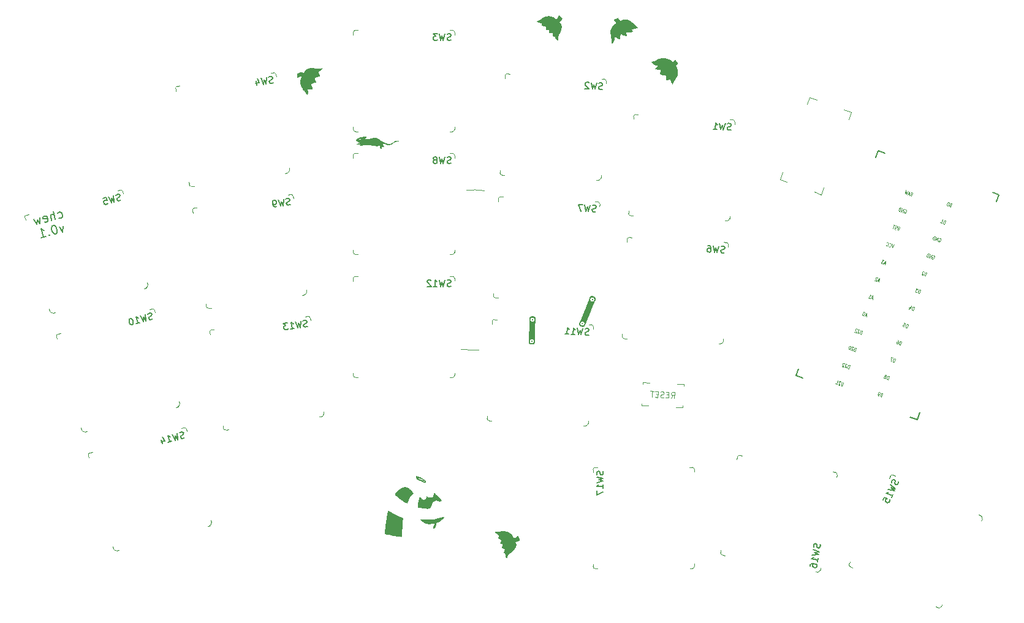
<source format=gbr>
%TF.GenerationSoftware,KiCad,Pcbnew,7.0.10*%
%TF.CreationDate,2024-03-18T13:53:59+01:00*%
%TF.ProjectId,chew_v1,63686577-5f76-4312-9e6b-696361645f70,rev?*%
%TF.SameCoordinates,Original*%
%TF.FileFunction,Legend,Bot*%
%TF.FilePolarity,Positive*%
%FSLAX46Y46*%
G04 Gerber Fmt 4.6, Leading zero omitted, Abs format (unit mm)*
G04 Created by KiCad (PCBNEW 7.0.10) date 2024-03-18 13:53:59*
%MOMM*%
%LPD*%
G01*
G04 APERTURE LIST*
%ADD10C,0.150000*%
%ADD11C,0.160000*%
%ADD12C,0.100000*%
%ADD13C,0.120000*%
G04 APERTURE END LIST*
D10*
X52322439Y-83066901D02*
X52447620Y-83092517D01*
X52447620Y-83092517D02*
X52668403Y-83033359D01*
X52668403Y-83033359D02*
X52764005Y-82948584D01*
X52764005Y-82948584D02*
X52804411Y-82878598D01*
X52804411Y-82878598D02*
X52830027Y-82753417D01*
X52830027Y-82753417D02*
X52741289Y-82422243D01*
X52741289Y-82422243D02*
X52656514Y-82326641D01*
X52656514Y-82326641D02*
X52586529Y-82286235D01*
X52586529Y-82286235D02*
X52461348Y-82260618D01*
X52461348Y-82260618D02*
X52240565Y-82319777D01*
X52240565Y-82319777D02*
X52144963Y-82404552D01*
X51840467Y-83255204D02*
X51529884Y-82096093D01*
X51343705Y-83388311D02*
X51181019Y-82781157D01*
X51181019Y-82781157D02*
X51206635Y-82655976D01*
X51206635Y-82655976D02*
X51302237Y-82571201D01*
X51302237Y-82571201D02*
X51467825Y-82526832D01*
X51467825Y-82526832D02*
X51593006Y-82552448D01*
X51593006Y-82552448D02*
X51662991Y-82592854D01*
X50335392Y-83599329D02*
X50460573Y-83624945D01*
X50460573Y-83624945D02*
X50681356Y-83565786D01*
X50681356Y-83565786D02*
X50776958Y-83481011D01*
X50776958Y-83481011D02*
X50802575Y-83355830D01*
X50802575Y-83355830D02*
X50684257Y-82914264D01*
X50684257Y-82914264D02*
X50599482Y-82818662D01*
X50599482Y-82818662D02*
X50474301Y-82793046D01*
X50474301Y-82793046D02*
X50253518Y-82852204D01*
X50253518Y-82852204D02*
X50157916Y-82936979D01*
X50157916Y-82936979D02*
X50132300Y-83062161D01*
X50132300Y-83062161D02*
X50161879Y-83172552D01*
X50161879Y-83172552D02*
X50743416Y-83135047D01*
X49701561Y-83000101D02*
X49687833Y-83832000D01*
X49687833Y-83832000D02*
X49319153Y-83339201D01*
X49319153Y-83339201D02*
X49246267Y-83950317D01*
X49246267Y-83950317D02*
X48818429Y-83236735D01*
X52933789Y-84134182D02*
X52864865Y-84980871D01*
X52864865Y-84980871D02*
X52381831Y-84282078D01*
X51615954Y-84073184D02*
X51505562Y-84102763D01*
X51505562Y-84102763D02*
X51409961Y-84187538D01*
X51409961Y-84187538D02*
X51369554Y-84257524D01*
X51369554Y-84257524D02*
X51343938Y-84382705D01*
X51343938Y-84382705D02*
X51347901Y-84618278D01*
X51347901Y-84618278D02*
X51421849Y-84894257D01*
X51421849Y-84894257D02*
X51536204Y-85100250D01*
X51536204Y-85100250D02*
X51620979Y-85195852D01*
X51620979Y-85195852D02*
X51690964Y-85236258D01*
X51690964Y-85236258D02*
X51816145Y-85261874D01*
X51816145Y-85261874D02*
X51926537Y-85232295D01*
X51926537Y-85232295D02*
X52022139Y-85147520D01*
X52022139Y-85147520D02*
X52062545Y-85077535D01*
X52062545Y-85077535D02*
X52088161Y-84952353D01*
X52088161Y-84952353D02*
X52084198Y-84716781D01*
X52084198Y-84716781D02*
X52010250Y-84440802D01*
X52010250Y-84440802D02*
X51895896Y-84234808D01*
X51895896Y-84234808D02*
X51811121Y-84139207D01*
X51811121Y-84139207D02*
X51741135Y-84098800D01*
X51741135Y-84098800D02*
X51615954Y-84073184D01*
X51013825Y-85358538D02*
X50973419Y-85428523D01*
X50973419Y-85428523D02*
X51043405Y-85468930D01*
X51043405Y-85468930D02*
X51083811Y-85398944D01*
X51083811Y-85398944D02*
X51013825Y-85358538D01*
X51013825Y-85358538D02*
X51043405Y-85468930D01*
X49884293Y-85779513D02*
X50546643Y-85602037D01*
X50215468Y-85690775D02*
X49904885Y-84531664D01*
X49904885Y-84531664D02*
X50059646Y-84667672D01*
X50059646Y-84667672D02*
X50199616Y-84748484D01*
X50199616Y-84748484D02*
X50324798Y-84774100D01*
D11*
X106473308Y-92465180D02*
X106344737Y-92508037D01*
X106344737Y-92508037D02*
X106130451Y-92508037D01*
X106130451Y-92508037D02*
X106044737Y-92465180D01*
X106044737Y-92465180D02*
X106001879Y-92422322D01*
X106001879Y-92422322D02*
X105959022Y-92336608D01*
X105959022Y-92336608D02*
X105959022Y-92250894D01*
X105959022Y-92250894D02*
X106001879Y-92165180D01*
X106001879Y-92165180D02*
X106044737Y-92122322D01*
X106044737Y-92122322D02*
X106130451Y-92079465D01*
X106130451Y-92079465D02*
X106301879Y-92036608D01*
X106301879Y-92036608D02*
X106387594Y-91993751D01*
X106387594Y-91993751D02*
X106430451Y-91950894D01*
X106430451Y-91950894D02*
X106473308Y-91865180D01*
X106473308Y-91865180D02*
X106473308Y-91779465D01*
X106473308Y-91779465D02*
X106430451Y-91693751D01*
X106430451Y-91693751D02*
X106387594Y-91650894D01*
X106387594Y-91650894D02*
X106301879Y-91608037D01*
X106301879Y-91608037D02*
X106087594Y-91608037D01*
X106087594Y-91608037D02*
X105959022Y-91650894D01*
X105659022Y-91608037D02*
X105444736Y-92508037D01*
X105444736Y-92508037D02*
X105273308Y-91865180D01*
X105273308Y-91865180D02*
X105101879Y-92508037D01*
X105101879Y-92508037D02*
X104887594Y-91608037D01*
X104073308Y-92508037D02*
X104587594Y-92508037D01*
X104330451Y-92508037D02*
X104330451Y-91608037D01*
X104330451Y-91608037D02*
X104416165Y-91736608D01*
X104416165Y-91736608D02*
X104501880Y-91822322D01*
X104501880Y-91822322D02*
X104587594Y-91865180D01*
X103730451Y-91693751D02*
X103687594Y-91650894D01*
X103687594Y-91650894D02*
X103601880Y-91608037D01*
X103601880Y-91608037D02*
X103387594Y-91608037D01*
X103387594Y-91608037D02*
X103301880Y-91650894D01*
X103301880Y-91650894D02*
X103259022Y-91693751D01*
X103259022Y-91693751D02*
X103216165Y-91779465D01*
X103216165Y-91779465D02*
X103216165Y-91865180D01*
X103216165Y-91865180D02*
X103259022Y-91993751D01*
X103259022Y-91993751D02*
X103773308Y-92508037D01*
X103773308Y-92508037D02*
X103216165Y-92508037D01*
D12*
X166852897Y-105385129D02*
X167023907Y-104915283D01*
X167023907Y-104915283D02*
X166934413Y-104882710D01*
X166934413Y-104882710D02*
X166872573Y-104885539D01*
X166872573Y-104885539D02*
X166820488Y-104917257D01*
X166820488Y-104917257D02*
X166786303Y-104955490D01*
X166786303Y-104955490D02*
X166735831Y-105038470D01*
X166735831Y-105038470D02*
X166711401Y-105105591D01*
X166711401Y-105105591D02*
X166696726Y-105201600D01*
X166696726Y-105201600D02*
X166698338Y-105252862D01*
X166698338Y-105252862D02*
X166717849Y-105310638D01*
X166717849Y-105310638D02*
X166763403Y-105352556D01*
X166763403Y-105352556D02*
X166852897Y-105385129D01*
X166521044Y-104960294D02*
X166564985Y-104950949D01*
X166564985Y-104950949D02*
X166591027Y-104935090D01*
X166591027Y-104935090D02*
X166625213Y-104896858D01*
X166625213Y-104896858D02*
X166633356Y-104874484D01*
X166633356Y-104874484D02*
X166631744Y-104823222D01*
X166631744Y-104823222D02*
X166621988Y-104794334D01*
X166621988Y-104794334D02*
X166594334Y-104758931D01*
X166594334Y-104758931D02*
X166522738Y-104732872D01*
X166522738Y-104732872D02*
X166478797Y-104742217D01*
X166478797Y-104742217D02*
X166452755Y-104758075D01*
X166452755Y-104758075D02*
X166418569Y-104796308D01*
X166418569Y-104796308D02*
X166410426Y-104818682D01*
X166410426Y-104818682D02*
X166412038Y-104869944D01*
X166412038Y-104869944D02*
X166421794Y-104898832D01*
X166421794Y-104898832D02*
X166449448Y-104934235D01*
X166449448Y-104934235D02*
X166521044Y-104960294D01*
X166521044Y-104960294D02*
X166548698Y-104995697D01*
X166548698Y-104995697D02*
X166558454Y-105024585D01*
X166558454Y-105024585D02*
X166560066Y-105075847D01*
X166560066Y-105075847D02*
X166527493Y-105165341D01*
X166527493Y-105165341D02*
X166493307Y-105203574D01*
X166493307Y-105203574D02*
X166467265Y-105219433D01*
X166467265Y-105219433D02*
X166423324Y-105228777D01*
X166423324Y-105228777D02*
X166351728Y-105202719D01*
X166351728Y-105202719D02*
X166324073Y-105167316D01*
X166324073Y-105167316D02*
X166314318Y-105138427D01*
X166314318Y-105138427D02*
X166312706Y-105087165D01*
X166312706Y-105087165D02*
X166345279Y-104997671D01*
X166345279Y-104997671D02*
X166379465Y-104959438D01*
X166379465Y-104959438D02*
X166405507Y-104943579D01*
X166405507Y-104943579D02*
X166449448Y-104934235D01*
X165631310Y-91755498D02*
X165452321Y-91690351D01*
X165618248Y-91902769D02*
X165663966Y-91387320D01*
X165663966Y-91387320D02*
X165367663Y-91811564D01*
X165414994Y-91347377D02*
X165405238Y-91318488D01*
X165405238Y-91318488D02*
X165377584Y-91283085D01*
X165377584Y-91283085D02*
X165288089Y-91250512D01*
X165288089Y-91250512D02*
X165244148Y-91259856D01*
X165244148Y-91259856D02*
X165218106Y-91275715D01*
X165218106Y-91275715D02*
X165183920Y-91313948D01*
X165183920Y-91313948D02*
X165167633Y-91358695D01*
X165167633Y-91358695D02*
X165161102Y-91432331D01*
X165161102Y-91432331D02*
X165278169Y-91778990D01*
X165278169Y-91778990D02*
X165045483Y-91694300D01*
X168590359Y-100611491D02*
X168761369Y-100141645D01*
X168761369Y-100141645D02*
X168671875Y-100109072D01*
X168671875Y-100109072D02*
X168610035Y-100111901D01*
X168610035Y-100111901D02*
X168557950Y-100143619D01*
X168557950Y-100143619D02*
X168523765Y-100181852D01*
X168523765Y-100181852D02*
X168473293Y-100264832D01*
X168473293Y-100264832D02*
X168448863Y-100331953D01*
X168448863Y-100331953D02*
X168434188Y-100427962D01*
X168434188Y-100427962D02*
X168435800Y-100479224D01*
X168435800Y-100479224D02*
X168455311Y-100537000D01*
X168455311Y-100537000D02*
X168500865Y-100578918D01*
X168500865Y-100578918D02*
X168590359Y-100611491D01*
X168224402Y-99946205D02*
X168295998Y-99972264D01*
X168295998Y-99972264D02*
X168323652Y-100007667D01*
X168323652Y-100007667D02*
X168333408Y-100036555D01*
X168333408Y-100036555D02*
X168344776Y-100116705D01*
X168344776Y-100116705D02*
X168330101Y-100212714D01*
X168330101Y-100212714D02*
X168264955Y-100391703D01*
X168264955Y-100391703D02*
X168230769Y-100429936D01*
X168230769Y-100429936D02*
X168204727Y-100445795D01*
X168204727Y-100445795D02*
X168160786Y-100455139D01*
X168160786Y-100455139D02*
X168089190Y-100429081D01*
X168089190Y-100429081D02*
X168061535Y-100393678D01*
X168061535Y-100393678D02*
X168051780Y-100364789D01*
X168051780Y-100364789D02*
X168050168Y-100313527D01*
X168050168Y-100313527D02*
X168090884Y-100201659D01*
X168090884Y-100201659D02*
X168125070Y-100163427D01*
X168125070Y-100163427D02*
X168151112Y-100147568D01*
X168151112Y-100147568D02*
X168195053Y-100138223D01*
X168195053Y-100138223D02*
X168266649Y-100164282D01*
X168266649Y-100164282D02*
X168294303Y-100199685D01*
X168294303Y-100199685D02*
X168304059Y-100228573D01*
X168304059Y-100228573D02*
X168305671Y-100279835D01*
X169239168Y-81898686D02*
X169283109Y-81889342D01*
X169283109Y-81889342D02*
X169336806Y-81908886D01*
X169336806Y-81908886D02*
X169382359Y-81950803D01*
X169382359Y-81950803D02*
X169401870Y-82008580D01*
X169401870Y-82008580D02*
X169403483Y-82059842D01*
X169403483Y-82059842D02*
X169388808Y-82155851D01*
X169388808Y-82155851D02*
X169364378Y-82222972D01*
X169364378Y-82222972D02*
X169313906Y-82305952D01*
X169313906Y-82305952D02*
X169279720Y-82344185D01*
X169279720Y-82344185D02*
X169227636Y-82375902D01*
X169227636Y-82375902D02*
X169165796Y-82378732D01*
X169165796Y-82378732D02*
X169129998Y-82365703D01*
X169129998Y-82365703D02*
X169084445Y-82323785D01*
X169084445Y-82323785D02*
X169074689Y-82294897D01*
X169074689Y-82294897D02*
X169131692Y-82138281D01*
X169131692Y-82138281D02*
X169203288Y-82164340D01*
X168897312Y-82281012D02*
X169068322Y-81811166D01*
X169068322Y-81811166D02*
X168682525Y-82202836D01*
X168682525Y-82202836D02*
X168853535Y-81732990D01*
X168503536Y-82137689D02*
X168674546Y-81667843D01*
X168674546Y-81667843D02*
X168585051Y-81635270D01*
X168585051Y-81635270D02*
X168523211Y-81638099D01*
X168523211Y-81638099D02*
X168471127Y-81669817D01*
X168471127Y-81669817D02*
X168436941Y-81708050D01*
X168436941Y-81708050D02*
X168386469Y-81791030D01*
X168386469Y-81791030D02*
X168362039Y-81858150D01*
X168362039Y-81858150D02*
X168347365Y-81954160D01*
X168347365Y-81954160D02*
X168348977Y-82005422D01*
X168348977Y-82005422D02*
X168368488Y-82063198D01*
X168368488Y-82063198D02*
X168414041Y-82105116D01*
X168414041Y-82105116D02*
X168503536Y-82137689D01*
X167724635Y-86728126D02*
X167428333Y-87152370D01*
X167428333Y-87152370D02*
X167474051Y-86636921D01*
X166979248Y-86938241D02*
X166989004Y-86967129D01*
X166989004Y-86967129D02*
X167034557Y-87009047D01*
X167034557Y-87009047D02*
X167070355Y-87022076D01*
X167070355Y-87022076D02*
X167132195Y-87019247D01*
X167132195Y-87019247D02*
X167184280Y-86987529D01*
X167184280Y-86987529D02*
X167218465Y-86949296D01*
X167218465Y-86949296D02*
X167268937Y-86866316D01*
X167268937Y-86866316D02*
X167293367Y-86799196D01*
X167293367Y-86799196D02*
X167308042Y-86703186D01*
X167308042Y-86703186D02*
X167306430Y-86651924D01*
X167306430Y-86651924D02*
X167286918Y-86594148D01*
X167286918Y-86594148D02*
X167241365Y-86552230D01*
X167241365Y-86552230D02*
X167205567Y-86539201D01*
X167205567Y-86539201D02*
X167143727Y-86542030D01*
X167143727Y-86542030D02*
X167117685Y-86557889D01*
X166603371Y-86801433D02*
X166613127Y-86830321D01*
X166613127Y-86830321D02*
X166658680Y-86872239D01*
X166658680Y-86872239D02*
X166694478Y-86885268D01*
X166694478Y-86885268D02*
X166756318Y-86882439D01*
X166756318Y-86882439D02*
X166808402Y-86850721D01*
X166808402Y-86850721D02*
X166842588Y-86812488D01*
X166842588Y-86812488D02*
X166893060Y-86729508D01*
X166893060Y-86729508D02*
X166917490Y-86662387D01*
X166917490Y-86662387D02*
X166932165Y-86566378D01*
X166932165Y-86566378D02*
X166930553Y-86515116D01*
X166930553Y-86515116D02*
X166911041Y-86457340D01*
X166911041Y-86457340D02*
X166865488Y-86415422D01*
X166865488Y-86415422D02*
X166829690Y-86402393D01*
X166829690Y-86402393D02*
X166767850Y-86405222D01*
X166767850Y-86405222D02*
X166741808Y-86421081D01*
X165984166Y-107771948D02*
X166155176Y-107302102D01*
X166155176Y-107302102D02*
X166065682Y-107269529D01*
X166065682Y-107269529D02*
X166003842Y-107272358D01*
X166003842Y-107272358D02*
X165951757Y-107304076D01*
X165951757Y-107304076D02*
X165917572Y-107342309D01*
X165917572Y-107342309D02*
X165867100Y-107425289D01*
X165867100Y-107425289D02*
X165842670Y-107492410D01*
X165842670Y-107492410D02*
X165827995Y-107588419D01*
X165827995Y-107588419D02*
X165829607Y-107639681D01*
X165829607Y-107639681D02*
X165849118Y-107697457D01*
X165849118Y-107697457D02*
X165894672Y-107739375D01*
X165894672Y-107739375D02*
X165984166Y-107771948D01*
X165590390Y-107628626D02*
X165518795Y-107602567D01*
X165518795Y-107602567D02*
X165491140Y-107567164D01*
X165491140Y-107567164D02*
X165481385Y-107538276D01*
X165481385Y-107538276D02*
X165470017Y-107458125D01*
X165470017Y-107458125D02*
X165484691Y-107362116D01*
X165484691Y-107362116D02*
X165549838Y-107183127D01*
X165549838Y-107183127D02*
X165584024Y-107144894D01*
X165584024Y-107144894D02*
X165610066Y-107129036D01*
X165610066Y-107129036D02*
X165654007Y-107119691D01*
X165654007Y-107119691D02*
X165725603Y-107145750D01*
X165725603Y-107145750D02*
X165753257Y-107181153D01*
X165753257Y-107181153D02*
X165763013Y-107210041D01*
X165763013Y-107210041D02*
X165764625Y-107261303D01*
X165764625Y-107261303D02*
X165723908Y-107373171D01*
X165723908Y-107373171D02*
X165689723Y-107411404D01*
X165689723Y-107411404D02*
X165663680Y-107427263D01*
X165663680Y-107427263D02*
X165619739Y-107436607D01*
X165619739Y-107436607D02*
X165548144Y-107410548D01*
X165548144Y-107410548D02*
X165520489Y-107375145D01*
X165520489Y-107375145D02*
X165510734Y-107346257D01*
X165510734Y-107346257D02*
X165509121Y-107294995D01*
X171195527Y-93453852D02*
X171366537Y-92984006D01*
X171366537Y-92984006D02*
X171277043Y-92951433D01*
X171277043Y-92951433D02*
X171215203Y-92954262D01*
X171215203Y-92954262D02*
X171163118Y-92985980D01*
X171163118Y-92985980D02*
X171128933Y-93024213D01*
X171128933Y-93024213D02*
X171078461Y-93107193D01*
X171078461Y-93107193D02*
X171054031Y-93174314D01*
X171054031Y-93174314D02*
X171039356Y-93270323D01*
X171039356Y-93270323D02*
X171040968Y-93321585D01*
X171040968Y-93321585D02*
X171060479Y-93379361D01*
X171060479Y-93379361D02*
X171106033Y-93421279D01*
X171106033Y-93421279D02*
X171195527Y-93453852D01*
X171026458Y-92860227D02*
X170793772Y-92775537D01*
X170793772Y-92775537D02*
X170853918Y-93000128D01*
X170853918Y-93000128D02*
X170800221Y-92980584D01*
X170800221Y-92980584D02*
X170756280Y-92989929D01*
X170756280Y-92989929D02*
X170730238Y-93005788D01*
X170730238Y-93005788D02*
X170696052Y-93044020D01*
X170696052Y-93044020D02*
X170655336Y-93155888D01*
X170655336Y-93155888D02*
X170656948Y-93207150D01*
X170656948Y-93207150D02*
X170666703Y-93236039D01*
X170666703Y-93236039D02*
X170694358Y-93271442D01*
X170694358Y-93271442D02*
X170801751Y-93310530D01*
X170801751Y-93310530D02*
X170845693Y-93301185D01*
X170845693Y-93301185D02*
X170871735Y-93285326D01*
X161427760Y-103889421D02*
X161598770Y-103419575D01*
X161598770Y-103419575D02*
X161509276Y-103387001D01*
X161509276Y-103387001D02*
X161447436Y-103389831D01*
X161447436Y-103389831D02*
X161395351Y-103421549D01*
X161395351Y-103421549D02*
X161361166Y-103459781D01*
X161361166Y-103459781D02*
X161310693Y-103542761D01*
X161310693Y-103542761D02*
X161286263Y-103609882D01*
X161286263Y-103609882D02*
X161271589Y-103705891D01*
X161271589Y-103705891D02*
X161273201Y-103757153D01*
X161273201Y-103757153D02*
X161292712Y-103814930D01*
X161292712Y-103814930D02*
X161338266Y-103856848D01*
X161338266Y-103856848D02*
X161427760Y-103889421D01*
X161224506Y-103334028D02*
X161214750Y-103305140D01*
X161214750Y-103305140D02*
X161187095Y-103269737D01*
X161187095Y-103269737D02*
X161097601Y-103237164D01*
X161097601Y-103237164D02*
X161053660Y-103246508D01*
X161053660Y-103246508D02*
X161027618Y-103262367D01*
X161027618Y-103262367D02*
X160993432Y-103300600D01*
X160993432Y-103300600D02*
X160977145Y-103345347D01*
X160977145Y-103345347D02*
X160970614Y-103418983D01*
X160970614Y-103418983D02*
X161087681Y-103765642D01*
X161087681Y-103765642D02*
X160854995Y-103680951D01*
X160866528Y-103203735D02*
X160856772Y-103174847D01*
X160856772Y-103174847D02*
X160829118Y-103139444D01*
X160829118Y-103139444D02*
X160739623Y-103106871D01*
X160739623Y-103106871D02*
X160695682Y-103116215D01*
X160695682Y-103116215D02*
X160669640Y-103132074D01*
X160669640Y-103132074D02*
X160635454Y-103170306D01*
X160635454Y-103170306D02*
X160619168Y-103215054D01*
X160619168Y-103215054D02*
X160612636Y-103288689D01*
X160612636Y-103288689D02*
X160729703Y-103635349D01*
X160729703Y-103635349D02*
X160497017Y-103550658D01*
X169918184Y-79949567D02*
X170124909Y-79771433D01*
X170132971Y-80027743D02*
X170303981Y-79557896D01*
X170303981Y-79557896D02*
X170160789Y-79505779D01*
X170160789Y-79505779D02*
X170116848Y-79515123D01*
X170116848Y-79515123D02*
X170090806Y-79530982D01*
X170090806Y-79530982D02*
X170056620Y-79569215D01*
X170056620Y-79569215D02*
X170032190Y-79636336D01*
X170032190Y-79636336D02*
X170033803Y-79687598D01*
X170033803Y-79687598D02*
X170043558Y-79716486D01*
X170043558Y-79716486D02*
X170071213Y-79751889D01*
X170071213Y-79751889D02*
X170214404Y-79804006D01*
X169823852Y-79763207D02*
X169644863Y-79698061D01*
X169810790Y-79910479D02*
X169856508Y-79395030D01*
X169856508Y-79395030D02*
X169560205Y-79819273D01*
X169641721Y-79316854D02*
X169381217Y-79754127D01*
X169381217Y-79754127D02*
X169431771Y-79392463D01*
X169431771Y-79392463D02*
X169238025Y-79702009D01*
X169238025Y-79702009D02*
X169319541Y-79199590D01*
X162296491Y-101502602D02*
X162467501Y-101032756D01*
X162467501Y-101032756D02*
X162378007Y-101000182D01*
X162378007Y-101000182D02*
X162316167Y-101003012D01*
X162316167Y-101003012D02*
X162264082Y-101034730D01*
X162264082Y-101034730D02*
X162229897Y-101072962D01*
X162229897Y-101072962D02*
X162179424Y-101155942D01*
X162179424Y-101155942D02*
X162154994Y-101223063D01*
X162154994Y-101223063D02*
X162140320Y-101319072D01*
X162140320Y-101319072D02*
X162141932Y-101370334D01*
X162141932Y-101370334D02*
X162161443Y-101428111D01*
X162161443Y-101428111D02*
X162206997Y-101470029D01*
X162206997Y-101470029D02*
X162296491Y-101502602D01*
X162093237Y-100947209D02*
X162083481Y-100918321D01*
X162083481Y-100918321D02*
X162055826Y-100882918D01*
X162055826Y-100882918D02*
X161966332Y-100850345D01*
X161966332Y-100850345D02*
X161922391Y-100859689D01*
X161922391Y-100859689D02*
X161896349Y-100875548D01*
X161896349Y-100875548D02*
X161862163Y-100913781D01*
X161862163Y-100913781D02*
X161845876Y-100958528D01*
X161845876Y-100958528D02*
X161839345Y-101032164D01*
X161839345Y-101032164D02*
X161956412Y-101378823D01*
X161956412Y-101378823D02*
X161723726Y-101294132D01*
X161662051Y-100739596D02*
X161626253Y-100726566D01*
X161626253Y-100726566D02*
X161582312Y-100735911D01*
X161582312Y-100735911D02*
X161556270Y-100751770D01*
X161556270Y-100751770D02*
X161522084Y-100790002D01*
X161522084Y-100790002D02*
X161471612Y-100872982D01*
X161471612Y-100872982D02*
X161430895Y-100984850D01*
X161430895Y-100984850D02*
X161416221Y-101080859D01*
X161416221Y-101080859D02*
X161417833Y-101132121D01*
X161417833Y-101132121D02*
X161427589Y-101161010D01*
X161427589Y-101161010D02*
X161455243Y-101196413D01*
X161455243Y-101196413D02*
X161491041Y-101209442D01*
X161491041Y-101209442D02*
X161534982Y-101200098D01*
X161534982Y-101200098D02*
X161561024Y-101184239D01*
X161561024Y-101184239D02*
X161595210Y-101146006D01*
X161595210Y-101146006D02*
X161645682Y-101063026D01*
X161645682Y-101063026D02*
X161686399Y-100951158D01*
X161686399Y-100951158D02*
X161701073Y-100855149D01*
X161701073Y-100855149D02*
X161699461Y-100803887D01*
X161699461Y-100803887D02*
X161689705Y-100774999D01*
X161689705Y-100774999D02*
X161662051Y-100739596D01*
X164763605Y-94139498D02*
X164584616Y-94074351D01*
X164750543Y-94286769D02*
X164796261Y-93771320D01*
X164796261Y-93771320D02*
X164499958Y-94195564D01*
X164177778Y-94078300D02*
X164392565Y-94156476D01*
X164285172Y-94117388D02*
X164456182Y-93647541D01*
X164456182Y-93647541D02*
X164467550Y-93727692D01*
X164467550Y-93727692D02*
X164487061Y-93785468D01*
X164487061Y-93785468D02*
X164514715Y-93820871D01*
X163894874Y-96526317D02*
X163715885Y-96461170D01*
X163881812Y-96673588D02*
X163927530Y-96158139D01*
X163927530Y-96158139D02*
X163631227Y-96582383D01*
X163605350Y-96040875D02*
X163569552Y-96027846D01*
X163569552Y-96027846D02*
X163525611Y-96037190D01*
X163525611Y-96037190D02*
X163499569Y-96053049D01*
X163499569Y-96053049D02*
X163465383Y-96091282D01*
X163465383Y-96091282D02*
X163414911Y-96174261D01*
X163414911Y-96174261D02*
X163374194Y-96286130D01*
X163374194Y-96286130D02*
X163359520Y-96382139D01*
X163359520Y-96382139D02*
X163361132Y-96433401D01*
X163361132Y-96433401D02*
X163370887Y-96462289D01*
X163370887Y-96462289D02*
X163398542Y-96497692D01*
X163398542Y-96497692D02*
X163434340Y-96510721D01*
X163434340Y-96510721D02*
X163478281Y-96501377D01*
X163478281Y-96501377D02*
X163504323Y-96485518D01*
X163504323Y-96485518D02*
X163538509Y-96447286D01*
X163538509Y-96447286D02*
X163588981Y-96364306D01*
X163588981Y-96364306D02*
X163629698Y-96252437D01*
X163629698Y-96252437D02*
X163644372Y-96156428D01*
X163644372Y-96156428D02*
X163642760Y-96105166D01*
X163642760Y-96105166D02*
X163633004Y-96076278D01*
X163633004Y-96076278D02*
X163605350Y-96040875D01*
X168127025Y-84703662D02*
X168333751Y-84525528D01*
X168341812Y-84781838D02*
X168512822Y-84311991D01*
X168512822Y-84311991D02*
X168369630Y-84259874D01*
X168369630Y-84259874D02*
X168325689Y-84269218D01*
X168325689Y-84269218D02*
X168299647Y-84285077D01*
X168299647Y-84285077D02*
X168265462Y-84323310D01*
X168265462Y-84323310D02*
X168241031Y-84390431D01*
X168241031Y-84390431D02*
X168242644Y-84441693D01*
X168242644Y-84441693D02*
X168252399Y-84470581D01*
X168252399Y-84470581D02*
X168280054Y-84505984D01*
X168280054Y-84505984D02*
X168423245Y-84558101D01*
X167991977Y-84629171D02*
X167930137Y-84632000D01*
X167930137Y-84632000D02*
X167840642Y-84599427D01*
X167840642Y-84599427D02*
X167812988Y-84564024D01*
X167812988Y-84564024D02*
X167803232Y-84535136D01*
X167803232Y-84535136D02*
X167801620Y-84483874D01*
X167801620Y-84483874D02*
X167817907Y-84439126D01*
X167817907Y-84439126D02*
X167852092Y-84400894D01*
X167852092Y-84400894D02*
X167878134Y-84385035D01*
X167878134Y-84385035D02*
X167922076Y-84375691D01*
X167922076Y-84375691D02*
X168001815Y-84379376D01*
X168001815Y-84379376D02*
X168045756Y-84370031D01*
X168045756Y-84370031D02*
X168071798Y-84354172D01*
X168071798Y-84354172D02*
X168105984Y-84315940D01*
X168105984Y-84315940D02*
X168122270Y-84271192D01*
X168122270Y-84271192D02*
X168120658Y-84219931D01*
X168120658Y-84219931D02*
X168110902Y-84191042D01*
X168110902Y-84191042D02*
X168083248Y-84155639D01*
X168083248Y-84155639D02*
X167993753Y-84123066D01*
X167993753Y-84123066D02*
X167931913Y-84125896D01*
X167832664Y-84064434D02*
X167617877Y-83986258D01*
X167554260Y-84495192D02*
X167725270Y-84025346D01*
X173105832Y-88233179D02*
X173149773Y-88223835D01*
X173149773Y-88223835D02*
X173203470Y-88243379D01*
X173203470Y-88243379D02*
X173249023Y-88285296D01*
X173249023Y-88285296D02*
X173268534Y-88343073D01*
X173268534Y-88343073D02*
X173270147Y-88394335D01*
X173270147Y-88394335D02*
X173255472Y-88490344D01*
X173255472Y-88490344D02*
X173231042Y-88557465D01*
X173231042Y-88557465D02*
X173180570Y-88640445D01*
X173180570Y-88640445D02*
X173146384Y-88678678D01*
X173146384Y-88678678D02*
X173094300Y-88710395D01*
X173094300Y-88710395D02*
X173032460Y-88713225D01*
X173032460Y-88713225D02*
X172996662Y-88700196D01*
X172996662Y-88700196D02*
X172951109Y-88658278D01*
X172951109Y-88658278D02*
X172941353Y-88629390D01*
X172941353Y-88629390D02*
X172998356Y-88472774D01*
X172998356Y-88472774D02*
X173069952Y-88498833D01*
X172763976Y-88615505D02*
X172934986Y-88145659D01*
X172934986Y-88145659D02*
X172549189Y-88537329D01*
X172549189Y-88537329D02*
X172720199Y-88067483D01*
X172370200Y-88472182D02*
X172541210Y-88002336D01*
X172541210Y-88002336D02*
X172451715Y-87969763D01*
X172451715Y-87969763D02*
X172389875Y-87972592D01*
X172389875Y-87972592D02*
X172337791Y-88004310D01*
X172337791Y-88004310D02*
X172303605Y-88042543D01*
X172303605Y-88042543D02*
X172253133Y-88125523D01*
X172253133Y-88125523D02*
X172228703Y-88192643D01*
X172228703Y-88192643D02*
X172214029Y-88288653D01*
X172214029Y-88288653D02*
X172215641Y-88339915D01*
X172215641Y-88339915D02*
X172235152Y-88397691D01*
X172235152Y-88397691D02*
X172280705Y-88439609D01*
X172280705Y-88439609D02*
X172370200Y-88472182D01*
X174671477Y-83903756D02*
X174842487Y-83433910D01*
X174842487Y-83433910D02*
X174752993Y-83401337D01*
X174752993Y-83401337D02*
X174691153Y-83404166D01*
X174691153Y-83404166D02*
X174639068Y-83435884D01*
X174639068Y-83435884D02*
X174604883Y-83474117D01*
X174604883Y-83474117D02*
X174554411Y-83557097D01*
X174554411Y-83557097D02*
X174529981Y-83624218D01*
X174529981Y-83624218D02*
X174515306Y-83720227D01*
X174515306Y-83720227D02*
X174516918Y-83771489D01*
X174516918Y-83771489D02*
X174536429Y-83829265D01*
X174536429Y-83829265D02*
X174581983Y-83871183D01*
X174581983Y-83871183D02*
X174671477Y-83903756D01*
X174098712Y-83695287D02*
X174313499Y-83773463D01*
X174206106Y-83734375D02*
X174377116Y-83264529D01*
X174377116Y-83264529D02*
X174388484Y-83344679D01*
X174388484Y-83344679D02*
X174407995Y-83402455D01*
X174407995Y-83402455D02*
X174435649Y-83437858D01*
X167721628Y-102998310D02*
X167892638Y-102528464D01*
X167892638Y-102528464D02*
X167803144Y-102495891D01*
X167803144Y-102495891D02*
X167741304Y-102498720D01*
X167741304Y-102498720D02*
X167689219Y-102530438D01*
X167689219Y-102530438D02*
X167655034Y-102568671D01*
X167655034Y-102568671D02*
X167604562Y-102651651D01*
X167604562Y-102651651D02*
X167580132Y-102718772D01*
X167580132Y-102718772D02*
X167565457Y-102814781D01*
X167565457Y-102814781D02*
X167567069Y-102866043D01*
X167567069Y-102866043D02*
X167586580Y-102923819D01*
X167586580Y-102923819D02*
X167632134Y-102965737D01*
X167632134Y-102965737D02*
X167721628Y-102998310D01*
X167552559Y-102404685D02*
X167301975Y-102313480D01*
X167301975Y-102313480D02*
X167292055Y-102841958D01*
X169459090Y-98224671D02*
X169630100Y-97754825D01*
X169630100Y-97754825D02*
X169540606Y-97722252D01*
X169540606Y-97722252D02*
X169478766Y-97725081D01*
X169478766Y-97725081D02*
X169426681Y-97756799D01*
X169426681Y-97756799D02*
X169392496Y-97795032D01*
X169392496Y-97795032D02*
X169342024Y-97878012D01*
X169342024Y-97878012D02*
X169317594Y-97945133D01*
X169317594Y-97945133D02*
X169302919Y-98041142D01*
X169302919Y-98041142D02*
X169304531Y-98092404D01*
X169304531Y-98092404D02*
X169324042Y-98150180D01*
X169324042Y-98150180D02*
X169369596Y-98192098D01*
X169369596Y-98192098D02*
X169459090Y-98224671D01*
X169075234Y-97552870D02*
X169254223Y-97618017D01*
X169254223Y-97618017D02*
X169190689Y-97848268D01*
X169190689Y-97848268D02*
X169180933Y-97819380D01*
X169180933Y-97819380D02*
X169153279Y-97783977D01*
X169153279Y-97783977D02*
X169063784Y-97751403D01*
X169063784Y-97751403D02*
X169019843Y-97760748D01*
X169019843Y-97760748D02*
X168993801Y-97776607D01*
X168993801Y-97776607D02*
X168959615Y-97814839D01*
X168959615Y-97814839D02*
X168918899Y-97926707D01*
X168918899Y-97926707D02*
X168920511Y-97977969D01*
X168920511Y-97977969D02*
X168930266Y-98006858D01*
X168930266Y-98006858D02*
X168957921Y-98042261D01*
X168957921Y-98042261D02*
X169047416Y-98074834D01*
X169047416Y-98074834D02*
X169091357Y-98065490D01*
X169091357Y-98065490D02*
X169117399Y-98049631D01*
X173974563Y-85846360D02*
X174018504Y-85837016D01*
X174018504Y-85837016D02*
X174072201Y-85856560D01*
X174072201Y-85856560D02*
X174117754Y-85898477D01*
X174117754Y-85898477D02*
X174137265Y-85956254D01*
X174137265Y-85956254D02*
X174138878Y-86007516D01*
X174138878Y-86007516D02*
X174124203Y-86103525D01*
X174124203Y-86103525D02*
X174099773Y-86170646D01*
X174099773Y-86170646D02*
X174049301Y-86253626D01*
X174049301Y-86253626D02*
X174015115Y-86291859D01*
X174015115Y-86291859D02*
X173963031Y-86323576D01*
X173963031Y-86323576D02*
X173901191Y-86326406D01*
X173901191Y-86326406D02*
X173865393Y-86313377D01*
X173865393Y-86313377D02*
X173819840Y-86271459D01*
X173819840Y-86271459D02*
X173810084Y-86242571D01*
X173810084Y-86242571D02*
X173867087Y-86085955D01*
X173867087Y-86085955D02*
X173938683Y-86112014D01*
X173632707Y-86228686D02*
X173803717Y-85758840D01*
X173803717Y-85758840D02*
X173417920Y-86150510D01*
X173417920Y-86150510D02*
X173588930Y-85680664D01*
X173238931Y-86085363D02*
X173409941Y-85615517D01*
X173409941Y-85615517D02*
X173320446Y-85582944D01*
X173320446Y-85582944D02*
X173258606Y-85585773D01*
X173258606Y-85585773D02*
X173206522Y-85617491D01*
X173206522Y-85617491D02*
X173172336Y-85655724D01*
X173172336Y-85655724D02*
X173121864Y-85738704D01*
X173121864Y-85738704D02*
X173097434Y-85805824D01*
X173097434Y-85805824D02*
X173082760Y-85901834D01*
X173082760Y-85901834D02*
X173084372Y-85953096D01*
X173084372Y-85953096D02*
X173103883Y-86010872D01*
X173103883Y-86010872D02*
X173149436Y-86052790D01*
X173149436Y-86052790D02*
X173238931Y-86085363D01*
X160559028Y-106276240D02*
X160730038Y-105806394D01*
X160730038Y-105806394D02*
X160640544Y-105773820D01*
X160640544Y-105773820D02*
X160578704Y-105776650D01*
X160578704Y-105776650D02*
X160526619Y-105808368D01*
X160526619Y-105808368D02*
X160492434Y-105846600D01*
X160492434Y-105846600D02*
X160441961Y-105929580D01*
X160441961Y-105929580D02*
X160417531Y-105996701D01*
X160417531Y-105996701D02*
X160402857Y-106092710D01*
X160402857Y-106092710D02*
X160404469Y-106143972D01*
X160404469Y-106143972D02*
X160423980Y-106201749D01*
X160423980Y-106201749D02*
X160469534Y-106243667D01*
X160469534Y-106243667D02*
X160559028Y-106276240D01*
X160355774Y-105720847D02*
X160346018Y-105691959D01*
X160346018Y-105691959D02*
X160318363Y-105656556D01*
X160318363Y-105656556D02*
X160228869Y-105623983D01*
X160228869Y-105623983D02*
X160184928Y-105633327D01*
X160184928Y-105633327D02*
X160158886Y-105649186D01*
X160158886Y-105649186D02*
X160124700Y-105687419D01*
X160124700Y-105687419D02*
X160108413Y-105732166D01*
X160108413Y-105732166D02*
X160101882Y-105805802D01*
X160101882Y-105805802D02*
X160218949Y-106152461D01*
X160218949Y-106152461D02*
X159986263Y-106067770D01*
X159628285Y-105937477D02*
X159843072Y-106015653D01*
X159735679Y-105976565D02*
X159906689Y-105506719D01*
X159906689Y-105506719D02*
X159918057Y-105586869D01*
X159918057Y-105586869D02*
X159937568Y-105644646D01*
X159937568Y-105644646D02*
X159965222Y-105680049D01*
X163165222Y-99115783D02*
X163336232Y-98645937D01*
X163336232Y-98645937D02*
X163246738Y-98613363D01*
X163246738Y-98613363D02*
X163184898Y-98616193D01*
X163184898Y-98616193D02*
X163132813Y-98647911D01*
X163132813Y-98647911D02*
X163098628Y-98686143D01*
X163098628Y-98686143D02*
X163048155Y-98769123D01*
X163048155Y-98769123D02*
X163023725Y-98836244D01*
X163023725Y-98836244D02*
X163009051Y-98932253D01*
X163009051Y-98932253D02*
X163010663Y-98983515D01*
X163010663Y-98983515D02*
X163030174Y-99041292D01*
X163030174Y-99041292D02*
X163075728Y-99083210D01*
X163075728Y-99083210D02*
X163165222Y-99115783D01*
X162961968Y-98560390D02*
X162952212Y-98531502D01*
X162952212Y-98531502D02*
X162924557Y-98496099D01*
X162924557Y-98496099D02*
X162835063Y-98463526D01*
X162835063Y-98463526D02*
X162791122Y-98472870D01*
X162791122Y-98472870D02*
X162765080Y-98488729D01*
X162765080Y-98488729D02*
X162730894Y-98526962D01*
X162730894Y-98526962D02*
X162714607Y-98571709D01*
X162714607Y-98571709D02*
X162708076Y-98645345D01*
X162708076Y-98645345D02*
X162825143Y-98992004D01*
X162825143Y-98992004D02*
X162592457Y-98907313D01*
X162603990Y-98430097D02*
X162594234Y-98401209D01*
X162594234Y-98401209D02*
X162566580Y-98365806D01*
X162566580Y-98365806D02*
X162477085Y-98333233D01*
X162477085Y-98333233D02*
X162433144Y-98342577D01*
X162433144Y-98342577D02*
X162407102Y-98358436D01*
X162407102Y-98358436D02*
X162372916Y-98396668D01*
X162372916Y-98396668D02*
X162356630Y-98441416D01*
X162356630Y-98441416D02*
X162350098Y-98515051D01*
X162350098Y-98515051D02*
X162467165Y-98861711D01*
X162467165Y-98861711D02*
X162234479Y-98777020D01*
X172065284Y-91064214D02*
X172236294Y-90594368D01*
X172236294Y-90594368D02*
X172146800Y-90561795D01*
X172146800Y-90561795D02*
X172084960Y-90564624D01*
X172084960Y-90564624D02*
X172032875Y-90596342D01*
X172032875Y-90596342D02*
X171998690Y-90634575D01*
X171998690Y-90634575D02*
X171948218Y-90717555D01*
X171948218Y-90717555D02*
X171923788Y-90784676D01*
X171923788Y-90784676D02*
X171909113Y-90880685D01*
X171909113Y-90880685D02*
X171910725Y-90931947D01*
X171910725Y-90931947D02*
X171930236Y-90989723D01*
X171930236Y-90989723D02*
X171975790Y-91031641D01*
X171975790Y-91031641D02*
X172065284Y-91064214D01*
X171862030Y-90508822D02*
X171852274Y-90479934D01*
X171852274Y-90479934D02*
X171824620Y-90444531D01*
X171824620Y-90444531D02*
X171735125Y-90411957D01*
X171735125Y-90411957D02*
X171691184Y-90421302D01*
X171691184Y-90421302D02*
X171665142Y-90437160D01*
X171665142Y-90437160D02*
X171630956Y-90475393D01*
X171630956Y-90475393D02*
X171614669Y-90520140D01*
X171614669Y-90520140D02*
X171608138Y-90593776D01*
X171608138Y-90593776D02*
X171725205Y-90940436D01*
X171725205Y-90940436D02*
X171492519Y-90855745D01*
X175540208Y-81516937D02*
X175711218Y-81047091D01*
X175711218Y-81047091D02*
X175621724Y-81014518D01*
X175621724Y-81014518D02*
X175559884Y-81017347D01*
X175559884Y-81017347D02*
X175507799Y-81049065D01*
X175507799Y-81049065D02*
X175473614Y-81087298D01*
X175473614Y-81087298D02*
X175423142Y-81170278D01*
X175423142Y-81170278D02*
X175398712Y-81237399D01*
X175398712Y-81237399D02*
X175384037Y-81333408D01*
X175384037Y-81333408D02*
X175385649Y-81384670D01*
X175385649Y-81384670D02*
X175405160Y-81442446D01*
X175405160Y-81442446D02*
X175450714Y-81484364D01*
X175450714Y-81484364D02*
X175540208Y-81516937D01*
X175263746Y-80884224D02*
X175227948Y-80871195D01*
X175227948Y-80871195D02*
X175184007Y-80880539D01*
X175184007Y-80880539D02*
X175157965Y-80896398D01*
X175157965Y-80896398D02*
X175123779Y-80934631D01*
X175123779Y-80934631D02*
X175073307Y-81017611D01*
X175073307Y-81017611D02*
X175032590Y-81129479D01*
X175032590Y-81129479D02*
X175017916Y-81225488D01*
X175017916Y-81225488D02*
X175019528Y-81276750D01*
X175019528Y-81276750D02*
X175029283Y-81305638D01*
X175029283Y-81305638D02*
X175056938Y-81341041D01*
X175056938Y-81341041D02*
X175092736Y-81354071D01*
X175092736Y-81354071D02*
X175136677Y-81344726D01*
X175136677Y-81344726D02*
X175162719Y-81328867D01*
X175162719Y-81328867D02*
X175196905Y-81290635D01*
X175196905Y-81290635D02*
X175247377Y-81207655D01*
X175247377Y-81207655D02*
X175288094Y-81095787D01*
X175288094Y-81095787D02*
X175302768Y-80999777D01*
X175302768Y-80999777D02*
X175301156Y-80948515D01*
X175301156Y-80948515D02*
X175291400Y-80919627D01*
X175291400Y-80919627D02*
X175263746Y-80884224D01*
X166501068Y-89365859D02*
X166322079Y-89300712D01*
X166488006Y-89513130D02*
X166533724Y-88997681D01*
X166533724Y-88997681D02*
X166237421Y-89421925D01*
X166318937Y-88919505D02*
X166086251Y-88834814D01*
X166086251Y-88834814D02*
X166146397Y-89059406D01*
X166146397Y-89059406D02*
X166092700Y-89039862D01*
X166092700Y-89039862D02*
X166048759Y-89049206D01*
X166048759Y-89049206D02*
X166022717Y-89065065D01*
X166022717Y-89065065D02*
X165988531Y-89103298D01*
X165988531Y-89103298D02*
X165947815Y-89215166D01*
X165947815Y-89215166D02*
X165949427Y-89266428D01*
X165949427Y-89266428D02*
X165959182Y-89295316D01*
X165959182Y-89295316D02*
X165986837Y-89330719D01*
X165986837Y-89330719D02*
X166094230Y-89369807D01*
X166094230Y-89369807D02*
X166138172Y-89360463D01*
X166138172Y-89360463D02*
X166164214Y-89344604D01*
X170327821Y-95837852D02*
X170498831Y-95368006D01*
X170498831Y-95368006D02*
X170409337Y-95335433D01*
X170409337Y-95335433D02*
X170347497Y-95338262D01*
X170347497Y-95338262D02*
X170295412Y-95369980D01*
X170295412Y-95369980D02*
X170261227Y-95408213D01*
X170261227Y-95408213D02*
X170210755Y-95491193D01*
X170210755Y-95491193D02*
X170186325Y-95558314D01*
X170186325Y-95558314D02*
X170171650Y-95654323D01*
X170171650Y-95654323D02*
X170173262Y-95705585D01*
X170173262Y-95705585D02*
X170192773Y-95763361D01*
X170192773Y-95763361D02*
X170238327Y-95805279D01*
X170238327Y-95805279D02*
X170327821Y-95837852D01*
X169904861Y-95329181D02*
X169790854Y-95642412D01*
X170059502Y-95182766D02*
X170026847Y-95550943D01*
X170026847Y-95550943D02*
X169794161Y-95466253D01*
D11*
X144282212Y-87831408D02*
X144151573Y-87867478D01*
X144151573Y-87867478D02*
X143937581Y-87856263D01*
X143937581Y-87856263D02*
X143854227Y-87808979D01*
X143854227Y-87808979D02*
X143813672Y-87763937D01*
X143813672Y-87763937D02*
X143775360Y-87676097D01*
X143775360Y-87676097D02*
X143779846Y-87590501D01*
X143779846Y-87590501D02*
X143827130Y-87507147D01*
X143827130Y-87507147D02*
X143872171Y-87466591D01*
X143872171Y-87466591D02*
X143960011Y-87428279D01*
X143960011Y-87428279D02*
X144133448Y-87394452D01*
X144133448Y-87394452D02*
X144221287Y-87356140D01*
X144221287Y-87356140D02*
X144266329Y-87315584D01*
X144266329Y-87315584D02*
X144313613Y-87232231D01*
X144313613Y-87232231D02*
X144318099Y-87146634D01*
X144318099Y-87146634D02*
X144279787Y-87058794D01*
X144279787Y-87058794D02*
X144239231Y-87013753D01*
X144239231Y-87013753D02*
X144155877Y-86966468D01*
X144155877Y-86966468D02*
X143941885Y-86955253D01*
X143941885Y-86955253D02*
X143811247Y-86991323D01*
X143513901Y-86932824D02*
X143252807Y-87820375D01*
X143252807Y-87820375D02*
X143115258Y-87169427D01*
X143115258Y-87169427D02*
X142910419Y-87802432D01*
X142910419Y-87802432D02*
X142743530Y-86892450D01*
X142015957Y-86854320D02*
X142187151Y-86863292D01*
X142187151Y-86863292D02*
X142270505Y-86910576D01*
X142270505Y-86910576D02*
X142311060Y-86955617D01*
X142311060Y-86955617D02*
X142389928Y-87088498D01*
X142389928Y-87088498D02*
X142423755Y-87261935D01*
X142423755Y-87261935D02*
X142405811Y-87604322D01*
X142405811Y-87604322D02*
X142358526Y-87687676D01*
X142358526Y-87687676D02*
X142313485Y-87728232D01*
X142313485Y-87728232D02*
X142225645Y-87766544D01*
X142225645Y-87766544D02*
X142054452Y-87757572D01*
X142054452Y-87757572D02*
X141971098Y-87710288D01*
X141971098Y-87710288D02*
X141930542Y-87665247D01*
X141930542Y-87665247D02*
X141892230Y-87577407D01*
X141892230Y-87577407D02*
X141903445Y-87363415D01*
X141903445Y-87363415D02*
X141950729Y-87280061D01*
X141950729Y-87280061D02*
X141995770Y-87239505D01*
X141995770Y-87239505D02*
X142083610Y-87201193D01*
X142083610Y-87201193D02*
X142254804Y-87210165D01*
X142254804Y-87210165D02*
X142338158Y-87257449D01*
X142338158Y-87257449D02*
X142378713Y-87302491D01*
X142378713Y-87302491D02*
X142417026Y-87390330D01*
X157507213Y-128182496D02*
X157527092Y-128316556D01*
X157527092Y-128316556D02*
X157489882Y-128527586D01*
X157489882Y-128527586D02*
X157432792Y-128604556D01*
X157432792Y-128604556D02*
X157383144Y-128639320D01*
X157383144Y-128639320D02*
X157291290Y-128666642D01*
X157291290Y-128666642D02*
X157206877Y-128651758D01*
X157206877Y-128651758D02*
X157129907Y-128594668D01*
X157129907Y-128594668D02*
X157095143Y-128545020D01*
X157095143Y-128545020D02*
X157067822Y-128453166D01*
X157067822Y-128453166D02*
X157055384Y-128276899D01*
X157055384Y-128276899D02*
X157028062Y-128185045D01*
X157028062Y-128185045D02*
X156993298Y-128135397D01*
X156993298Y-128135397D02*
X156916328Y-128078307D01*
X156916328Y-128078307D02*
X156831916Y-128063423D01*
X156831916Y-128063423D02*
X156740062Y-128090745D01*
X156740062Y-128090745D02*
X156690413Y-128125509D01*
X156690413Y-128125509D02*
X156633323Y-128202479D01*
X156633323Y-128202479D02*
X156596113Y-128413509D01*
X156596113Y-128413509D02*
X156615993Y-128547569D01*
X156521692Y-128835570D02*
X157370809Y-129202883D01*
X157370809Y-129202883D02*
X156707950Y-129260076D01*
X156707950Y-129260076D02*
X157311272Y-129540531D01*
X157311272Y-129540531D02*
X156387735Y-129595278D01*
X157132663Y-130553476D02*
X157221968Y-130047004D01*
X157177315Y-130300240D02*
X156290988Y-130143957D01*
X156290988Y-130143957D02*
X156432491Y-130081871D01*
X156432491Y-130081871D02*
X156531787Y-130012343D01*
X156531787Y-130012343D02*
X156588877Y-129935373D01*
X156112379Y-131156902D02*
X156142147Y-130988078D01*
X156142147Y-130988078D02*
X156199237Y-130911108D01*
X156199237Y-130911108D02*
X156248885Y-130876344D01*
X156248885Y-130876344D02*
X156390388Y-130814258D01*
X156390388Y-130814258D02*
X156566654Y-130801820D01*
X156566654Y-130801820D02*
X156904302Y-130861356D01*
X156904302Y-130861356D02*
X156981272Y-130918447D01*
X156981272Y-130918447D02*
X157016036Y-130968095D01*
X157016036Y-130968095D02*
X157043358Y-131059949D01*
X157043358Y-131059949D02*
X157013590Y-131228773D01*
X157013590Y-131228773D02*
X156956500Y-131305743D01*
X156956500Y-131305743D02*
X156906852Y-131340507D01*
X156906852Y-131340507D02*
X156814997Y-131367829D01*
X156814997Y-131367829D02*
X156603967Y-131330619D01*
X156603967Y-131330619D02*
X156526997Y-131273529D01*
X156526997Y-131273529D02*
X156492233Y-131223880D01*
X156492233Y-131223880D02*
X156464911Y-131132026D01*
X156464911Y-131132026D02*
X156494680Y-130963202D01*
X156494680Y-130963202D02*
X156551770Y-130886232D01*
X156551770Y-130886232D02*
X156601418Y-130851468D01*
X156601418Y-130851468D02*
X156693272Y-130824146D01*
X81939031Y-64341968D02*
X81817675Y-64402301D01*
X81817675Y-64402301D02*
X81605475Y-64432124D01*
X81605475Y-64432124D02*
X81514630Y-64401613D01*
X81514630Y-64401613D02*
X81466226Y-64365138D01*
X81466226Y-64365138D02*
X81411856Y-64286222D01*
X81411856Y-64286222D02*
X81399927Y-64201342D01*
X81399927Y-64201342D02*
X81430438Y-64110497D01*
X81430438Y-64110497D02*
X81466914Y-64062093D01*
X81466914Y-64062093D02*
X81545829Y-64007724D01*
X81545829Y-64007724D02*
X81709625Y-63941425D01*
X81709625Y-63941425D02*
X81788541Y-63887056D01*
X81788541Y-63887056D02*
X81825016Y-63838651D01*
X81825016Y-63838651D02*
X81855527Y-63747807D01*
X81855527Y-63747807D02*
X81843598Y-63662927D01*
X81843598Y-63662927D02*
X81789229Y-63584011D01*
X81789229Y-63584011D02*
X81740824Y-63547536D01*
X81740824Y-63547536D02*
X81649979Y-63517025D01*
X81649979Y-63517025D02*
X81437779Y-63546847D01*
X81437779Y-63546847D02*
X81316424Y-63607181D01*
X81013378Y-63606493D02*
X80926434Y-64527557D01*
X80926434Y-64527557D02*
X80667205Y-63914815D01*
X80667205Y-63914815D02*
X80586913Y-64575274D01*
X80586913Y-64575274D02*
X80249457Y-63713855D01*
X79569729Y-64112333D02*
X79653233Y-64706494D01*
X79734212Y-63742990D02*
X80035881Y-64349768D01*
X80035881Y-64349768D02*
X79484160Y-64427307D01*
X69707229Y-113393542D02*
X69594130Y-113468216D01*
X69594130Y-113468216D02*
X69387146Y-113523677D01*
X69387146Y-113523677D02*
X69293260Y-113504465D01*
X69293260Y-113504465D02*
X69240771Y-113474160D01*
X69240771Y-113474160D02*
X69177190Y-113402459D01*
X69177190Y-113402459D02*
X69155005Y-113319665D01*
X69155005Y-113319665D02*
X69174218Y-113225779D01*
X69174218Y-113225779D02*
X69204522Y-113173290D01*
X69204522Y-113173290D02*
X69276224Y-113109709D01*
X69276224Y-113109709D02*
X69430719Y-113023943D01*
X69430719Y-113023943D02*
X69502420Y-112960362D01*
X69502420Y-112960362D02*
X69532725Y-112907873D01*
X69532725Y-112907873D02*
X69551937Y-112813987D01*
X69551937Y-112813987D02*
X69529753Y-112731193D01*
X69529753Y-112731193D02*
X69466171Y-112659492D01*
X69466171Y-112659492D02*
X69413682Y-112629187D01*
X69413682Y-112629187D02*
X69319796Y-112609975D01*
X69319796Y-112609975D02*
X69112812Y-112665436D01*
X69112812Y-112665436D02*
X68999714Y-112740110D01*
X68698844Y-112776359D02*
X68724797Y-113701153D01*
X68724797Y-113701153D02*
X68392826Y-113124570D01*
X68392826Y-113124570D02*
X68393622Y-113789891D01*
X68393622Y-113789891D02*
X67953701Y-112976019D01*
X67400099Y-114056105D02*
X67896861Y-113922998D01*
X67648480Y-113989551D02*
X67415543Y-113120218D01*
X67415543Y-113120218D02*
X67531613Y-113222224D01*
X67531613Y-113222224D02*
X67636591Y-113282833D01*
X67636591Y-113282833D02*
X67730477Y-113302046D01*
X66499665Y-113676210D02*
X66654956Y-114255765D01*
X66617911Y-113289574D02*
X66991279Y-113855065D01*
X66991279Y-113855065D02*
X66453120Y-113999264D01*
X84304974Y-81176525D02*
X84183618Y-81236858D01*
X84183618Y-81236858D02*
X83971418Y-81266681D01*
X83971418Y-81266681D02*
X83880573Y-81236170D01*
X83880573Y-81236170D02*
X83832169Y-81199695D01*
X83832169Y-81199695D02*
X83777799Y-81120779D01*
X83777799Y-81120779D02*
X83765870Y-81035899D01*
X83765870Y-81035899D02*
X83796381Y-80945054D01*
X83796381Y-80945054D02*
X83832857Y-80896650D01*
X83832857Y-80896650D02*
X83911772Y-80842281D01*
X83911772Y-80842281D02*
X84075568Y-80775982D01*
X84075568Y-80775982D02*
X84154484Y-80721613D01*
X84154484Y-80721613D02*
X84190959Y-80673208D01*
X84190959Y-80673208D02*
X84221470Y-80582364D01*
X84221470Y-80582364D02*
X84209541Y-80497484D01*
X84209541Y-80497484D02*
X84155172Y-80418568D01*
X84155172Y-80418568D02*
X84106767Y-80382093D01*
X84106767Y-80382093D02*
X84015922Y-80351582D01*
X84015922Y-80351582D02*
X83803722Y-80381404D01*
X83803722Y-80381404D02*
X83682367Y-80441738D01*
X83379321Y-80441050D02*
X83292377Y-81362114D01*
X83292377Y-81362114D02*
X83033148Y-80749372D01*
X83033148Y-80749372D02*
X82952856Y-81409831D01*
X82952856Y-81409831D02*
X82615400Y-80548412D01*
X82358696Y-81493334D02*
X82188936Y-81517193D01*
X82188936Y-81517193D02*
X82098091Y-81486682D01*
X82098091Y-81486682D02*
X82049686Y-81450206D01*
X82049686Y-81450206D02*
X81946913Y-81334815D01*
X81946913Y-81334815D02*
X81880614Y-81171020D01*
X81880614Y-81171020D02*
X81832898Y-80831499D01*
X81832898Y-80831499D02*
X81863409Y-80740654D01*
X81863409Y-80740654D02*
X81899884Y-80692250D01*
X81899884Y-80692250D02*
X81978800Y-80637881D01*
X81978800Y-80637881D02*
X82148560Y-80614022D01*
X82148560Y-80614022D02*
X82239405Y-80644533D01*
X82239405Y-80644533D02*
X82287809Y-80681009D01*
X82287809Y-80681009D02*
X82342179Y-80759924D01*
X82342179Y-80759924D02*
X82372001Y-80972125D01*
X82372001Y-80972125D02*
X82341490Y-81062969D01*
X82341490Y-81062969D02*
X82305015Y-81111374D01*
X82305015Y-81111374D02*
X82226099Y-81165743D01*
X82226099Y-81165743D02*
X82056339Y-81189601D01*
X82056339Y-81189601D02*
X81965494Y-81159090D01*
X81965494Y-81159090D02*
X81917090Y-81122615D01*
X81917090Y-81122615D02*
X81862721Y-81043699D01*
X127404477Y-65250268D02*
X127273838Y-65286338D01*
X127273838Y-65286338D02*
X127059846Y-65275123D01*
X127059846Y-65275123D02*
X126976492Y-65227839D01*
X126976492Y-65227839D02*
X126935937Y-65182797D01*
X126935937Y-65182797D02*
X126897625Y-65094957D01*
X126897625Y-65094957D02*
X126902111Y-65009361D01*
X126902111Y-65009361D02*
X126949395Y-64926007D01*
X126949395Y-64926007D02*
X126994436Y-64885451D01*
X126994436Y-64885451D02*
X127082276Y-64847139D01*
X127082276Y-64847139D02*
X127255713Y-64813312D01*
X127255713Y-64813312D02*
X127343552Y-64775000D01*
X127343552Y-64775000D02*
X127388594Y-64734444D01*
X127388594Y-64734444D02*
X127435878Y-64651091D01*
X127435878Y-64651091D02*
X127440364Y-64565494D01*
X127440364Y-64565494D02*
X127402052Y-64477654D01*
X127402052Y-64477654D02*
X127361496Y-64432613D01*
X127361496Y-64432613D02*
X127278142Y-64385328D01*
X127278142Y-64385328D02*
X127064150Y-64374113D01*
X127064150Y-64374113D02*
X126933512Y-64410183D01*
X126636166Y-64351684D02*
X126375072Y-65239235D01*
X126375072Y-65239235D02*
X126237523Y-64588287D01*
X126237523Y-64588287D02*
X126032684Y-65221292D01*
X126032684Y-65221292D02*
X125865795Y-64311310D01*
X125561720Y-64381206D02*
X125521165Y-64336165D01*
X125521165Y-64336165D02*
X125437811Y-64288881D01*
X125437811Y-64288881D02*
X125223819Y-64277666D01*
X125223819Y-64277666D02*
X125135979Y-64315978D01*
X125135979Y-64315978D02*
X125090938Y-64356534D01*
X125090938Y-64356534D02*
X125043653Y-64439887D01*
X125043653Y-64439887D02*
X125039168Y-64525484D01*
X125039168Y-64525484D02*
X125075237Y-64656122D01*
X125075237Y-64656122D02*
X125561902Y-65196619D01*
X125561902Y-65196619D02*
X125005523Y-65167460D01*
X86670917Y-98011082D02*
X86549561Y-98071415D01*
X86549561Y-98071415D02*
X86337361Y-98101238D01*
X86337361Y-98101238D02*
X86246516Y-98070727D01*
X86246516Y-98070727D02*
X86198112Y-98034252D01*
X86198112Y-98034252D02*
X86143742Y-97955336D01*
X86143742Y-97955336D02*
X86131813Y-97870456D01*
X86131813Y-97870456D02*
X86162324Y-97779611D01*
X86162324Y-97779611D02*
X86198800Y-97731207D01*
X86198800Y-97731207D02*
X86277715Y-97676838D01*
X86277715Y-97676838D02*
X86441511Y-97610539D01*
X86441511Y-97610539D02*
X86520427Y-97556170D01*
X86520427Y-97556170D02*
X86556902Y-97507765D01*
X86556902Y-97507765D02*
X86587413Y-97416921D01*
X86587413Y-97416921D02*
X86575484Y-97332041D01*
X86575484Y-97332041D02*
X86521115Y-97253125D01*
X86521115Y-97253125D02*
X86472710Y-97216650D01*
X86472710Y-97216650D02*
X86381865Y-97186139D01*
X86381865Y-97186139D02*
X86169665Y-97215961D01*
X86169665Y-97215961D02*
X86048310Y-97276295D01*
X85745264Y-97275607D02*
X85658320Y-98196671D01*
X85658320Y-98196671D02*
X85399091Y-97583929D01*
X85399091Y-97583929D02*
X85318799Y-98244388D01*
X85318799Y-98244388D02*
X84981343Y-97382969D01*
X84300238Y-98387537D02*
X84809519Y-98315962D01*
X84554879Y-98351750D02*
X84429623Y-97460508D01*
X84429623Y-97460508D02*
X84532397Y-97575900D01*
X84532397Y-97575900D02*
X84629206Y-97648851D01*
X84629206Y-97648851D02*
X84720051Y-97679361D01*
X83877902Y-97538048D02*
X83326181Y-97615587D01*
X83326181Y-97615587D02*
X83670978Y-97913356D01*
X83670978Y-97913356D02*
X83543658Y-97931249D01*
X83543658Y-97931249D02*
X83464742Y-97985618D01*
X83464742Y-97985618D02*
X83428267Y-98034023D01*
X83428267Y-98034023D02*
X83397756Y-98124868D01*
X83397756Y-98124868D02*
X83427579Y-98337068D01*
X83427579Y-98337068D02*
X83481948Y-98415984D01*
X83481948Y-98415984D02*
X83530353Y-98452459D01*
X83530353Y-98452459D02*
X83621197Y-98482970D01*
X83621197Y-98482970D02*
X83875838Y-98447183D01*
X83875838Y-98447183D02*
X83954753Y-98392814D01*
X83954753Y-98392814D02*
X83991229Y-98344409D01*
D12*
X136901201Y-107925727D02*
X137187440Y-107559253D01*
X137357717Y-107949652D02*
X137399586Y-107150748D01*
X137399586Y-107150748D02*
X137095242Y-107134798D01*
X137095242Y-107134798D02*
X137017162Y-107168854D01*
X137017162Y-107168854D02*
X136977125Y-107204903D01*
X136977125Y-107204903D02*
X136935095Y-107278996D01*
X136935095Y-107278996D02*
X136929113Y-107393125D01*
X136929113Y-107393125D02*
X136963169Y-107471204D01*
X136963169Y-107471204D02*
X136999218Y-107511241D01*
X136999218Y-107511241D02*
X137073311Y-107553272D01*
X137073311Y-107553272D02*
X137377655Y-107569222D01*
X136580745Y-107489310D02*
X136314444Y-107475354D01*
X136178383Y-107887846D02*
X136558814Y-107907783D01*
X136558814Y-107907783D02*
X136600682Y-107108880D01*
X136600682Y-107108880D02*
X136220252Y-107088942D01*
X135876032Y-107833853D02*
X135759910Y-107865915D01*
X135759910Y-107865915D02*
X135569694Y-107855946D01*
X135569694Y-107855946D02*
X135495602Y-107813915D01*
X135495602Y-107813915D02*
X135459553Y-107773878D01*
X135459553Y-107773878D02*
X135425497Y-107695799D01*
X135425497Y-107695799D02*
X135429485Y-107619713D01*
X135429485Y-107619713D02*
X135471515Y-107545620D01*
X135471515Y-107545620D02*
X135511552Y-107509571D01*
X135511552Y-107509571D02*
X135589632Y-107475515D01*
X135589632Y-107475515D02*
X135743798Y-107445447D01*
X135743798Y-107445447D02*
X135821878Y-107411392D01*
X135821878Y-107411392D02*
X135861914Y-107375343D01*
X135861914Y-107375343D02*
X135903945Y-107301250D01*
X135903945Y-107301250D02*
X135907932Y-107225164D01*
X135907932Y-107225164D02*
X135873877Y-107147084D01*
X135873877Y-107147084D02*
X135837828Y-107107048D01*
X135837828Y-107107048D02*
X135763735Y-107065017D01*
X135763735Y-107065017D02*
X135573520Y-107055048D01*
X135573520Y-107055048D02*
X135457397Y-107087110D01*
X135097066Y-107411554D02*
X134830765Y-107397597D01*
X134694705Y-107810089D02*
X135075135Y-107830027D01*
X135075135Y-107830027D02*
X135117004Y-107031123D01*
X135117004Y-107031123D02*
X134736573Y-107011186D01*
X134508315Y-106999223D02*
X134051798Y-106975298D01*
X134238188Y-107786164D02*
X134280056Y-106987261D01*
D11*
X168326073Y-119495260D02*
X168310578Y-119629897D01*
X168310578Y-119629897D02*
X168220017Y-119824106D01*
X168220017Y-119824106D02*
X168144951Y-119883678D01*
X168144951Y-119883678D02*
X168087997Y-119904407D01*
X168087997Y-119904407D02*
X167992201Y-119907024D01*
X167992201Y-119907024D02*
X167914518Y-119870800D01*
X167914518Y-119870800D02*
X167854946Y-119795734D01*
X167854946Y-119795734D02*
X167834217Y-119738780D01*
X167834217Y-119738780D02*
X167831600Y-119642984D01*
X167831600Y-119642984D02*
X167865207Y-119469505D01*
X167865207Y-119469505D02*
X167862589Y-119373709D01*
X167862589Y-119373709D02*
X167841860Y-119316755D01*
X167841860Y-119316755D02*
X167782288Y-119241689D01*
X167782288Y-119241689D02*
X167704605Y-119205465D01*
X167704605Y-119205465D02*
X167608809Y-119208082D01*
X167608809Y-119208082D02*
X167551855Y-119228811D01*
X167551855Y-119228811D02*
X167476789Y-119288383D01*
X167476789Y-119288383D02*
X167386228Y-119482592D01*
X167386228Y-119482592D02*
X167370733Y-119617229D01*
X167205106Y-119871009D02*
X167930222Y-120445575D01*
X167930222Y-120445575D02*
X167275146Y-120329258D01*
X167275146Y-120329258D02*
X167785324Y-120756309D01*
X167785324Y-120756309D02*
X166879086Y-120570161D01*
X167350631Y-121688511D02*
X167567978Y-121222409D01*
X167459304Y-121455460D02*
X166643627Y-121075104D01*
X166643627Y-121075104D02*
X166796377Y-121051757D01*
X166796377Y-121051757D02*
X166910285Y-121010298D01*
X166910285Y-121010298D02*
X166985351Y-120950726D01*
X166190822Y-122046148D02*
X166371944Y-121657730D01*
X166371944Y-121657730D02*
X166778474Y-121800011D01*
X166778474Y-121800011D02*
X166721520Y-121820740D01*
X166721520Y-121820740D02*
X166646454Y-121880311D01*
X166646454Y-121880311D02*
X166555893Y-122074520D01*
X166555893Y-122074520D02*
X166558510Y-122170316D01*
X166558510Y-122170316D02*
X166579240Y-122227270D01*
X166579240Y-122227270D02*
X166638811Y-122302336D01*
X166638811Y-122302336D02*
X166833020Y-122392897D01*
X166833020Y-122392897D02*
X166928816Y-122390280D01*
X166928816Y-122390280D02*
X166985769Y-122369550D01*
X166985769Y-122369550D02*
X167060836Y-122309979D01*
X167060836Y-122309979D02*
X167151397Y-122115770D01*
X167151397Y-122115770D02*
X167148779Y-122019974D01*
X167148779Y-122019974D02*
X167128050Y-121963020D01*
X60907381Y-80552064D02*
X60794282Y-80626738D01*
X60794282Y-80626738D02*
X60587298Y-80682199D01*
X60587298Y-80682199D02*
X60493412Y-80662987D01*
X60493412Y-80662987D02*
X60440923Y-80632682D01*
X60440923Y-80632682D02*
X60377342Y-80560981D01*
X60377342Y-80560981D02*
X60355157Y-80478187D01*
X60355157Y-80478187D02*
X60374370Y-80384301D01*
X60374370Y-80384301D02*
X60404674Y-80331812D01*
X60404674Y-80331812D02*
X60476376Y-80268231D01*
X60476376Y-80268231D02*
X60630871Y-80182465D01*
X60630871Y-80182465D02*
X60702572Y-80118884D01*
X60702572Y-80118884D02*
X60732877Y-80066395D01*
X60732877Y-80066395D02*
X60752089Y-79972509D01*
X60752089Y-79972509D02*
X60729905Y-79889715D01*
X60729905Y-79889715D02*
X60666323Y-79818014D01*
X60666323Y-79818014D02*
X60613834Y-79787709D01*
X60613834Y-79787709D02*
X60519948Y-79768497D01*
X60519948Y-79768497D02*
X60312964Y-79823958D01*
X60312964Y-79823958D02*
X60199866Y-79898632D01*
X59898996Y-79934881D02*
X59924949Y-80859675D01*
X59924949Y-80859675D02*
X59592978Y-80283092D01*
X59592978Y-80283092D02*
X59593774Y-80948413D01*
X59593774Y-80948413D02*
X59153853Y-80134541D01*
X58408711Y-80334201D02*
X58822679Y-80223279D01*
X58822679Y-80223279D02*
X58974998Y-80626155D01*
X58974998Y-80626155D02*
X58922509Y-80595850D01*
X58922509Y-80595850D02*
X58828623Y-80576638D01*
X58828623Y-80576638D02*
X58621639Y-80632099D01*
X58621639Y-80632099D02*
X58549938Y-80695680D01*
X58549938Y-80695680D02*
X58519633Y-80748170D01*
X58519633Y-80748170D02*
X58500421Y-80842055D01*
X58500421Y-80842055D02*
X58555882Y-81049040D01*
X58555882Y-81049040D02*
X58619463Y-81120741D01*
X58619463Y-81120741D02*
X58671952Y-81151045D01*
X58671952Y-81151045D02*
X58765838Y-81170258D01*
X58765838Y-81170258D02*
X58972822Y-81114797D01*
X58972822Y-81114797D02*
X59044524Y-81051215D01*
X59044524Y-81051215D02*
X59074828Y-80998726D01*
X126518379Y-82158010D02*
X126387740Y-82194080D01*
X126387740Y-82194080D02*
X126173748Y-82182865D01*
X126173748Y-82182865D02*
X126090394Y-82135581D01*
X126090394Y-82135581D02*
X126049839Y-82090539D01*
X126049839Y-82090539D02*
X126011527Y-82002699D01*
X126011527Y-82002699D02*
X126016013Y-81917103D01*
X126016013Y-81917103D02*
X126063297Y-81833749D01*
X126063297Y-81833749D02*
X126108338Y-81793193D01*
X126108338Y-81793193D02*
X126196178Y-81754881D01*
X126196178Y-81754881D02*
X126369615Y-81721054D01*
X126369615Y-81721054D02*
X126457454Y-81682742D01*
X126457454Y-81682742D02*
X126502496Y-81642186D01*
X126502496Y-81642186D02*
X126549780Y-81558833D01*
X126549780Y-81558833D02*
X126554266Y-81473236D01*
X126554266Y-81473236D02*
X126515954Y-81385396D01*
X126515954Y-81385396D02*
X126475398Y-81340355D01*
X126475398Y-81340355D02*
X126392044Y-81293070D01*
X126392044Y-81293070D02*
X126178052Y-81281855D01*
X126178052Y-81281855D02*
X126047414Y-81317925D01*
X125750068Y-81259426D02*
X125488974Y-82146977D01*
X125488974Y-82146977D02*
X125351425Y-81496029D01*
X125351425Y-81496029D02*
X125146586Y-82129034D01*
X125146586Y-82129034D02*
X124979697Y-81219052D01*
X124722907Y-81205594D02*
X124123729Y-81174193D01*
X124123729Y-81174193D02*
X124461812Y-82093146D01*
X106473308Y-75465180D02*
X106344737Y-75508037D01*
X106344737Y-75508037D02*
X106130451Y-75508037D01*
X106130451Y-75508037D02*
X106044737Y-75465180D01*
X106044737Y-75465180D02*
X106001879Y-75422322D01*
X106001879Y-75422322D02*
X105959022Y-75336608D01*
X105959022Y-75336608D02*
X105959022Y-75250894D01*
X105959022Y-75250894D02*
X106001879Y-75165180D01*
X106001879Y-75165180D02*
X106044737Y-75122322D01*
X106044737Y-75122322D02*
X106130451Y-75079465D01*
X106130451Y-75079465D02*
X106301879Y-75036608D01*
X106301879Y-75036608D02*
X106387594Y-74993751D01*
X106387594Y-74993751D02*
X106430451Y-74950894D01*
X106430451Y-74950894D02*
X106473308Y-74865180D01*
X106473308Y-74865180D02*
X106473308Y-74779465D01*
X106473308Y-74779465D02*
X106430451Y-74693751D01*
X106430451Y-74693751D02*
X106387594Y-74650894D01*
X106387594Y-74650894D02*
X106301879Y-74608037D01*
X106301879Y-74608037D02*
X106087594Y-74608037D01*
X106087594Y-74608037D02*
X105959022Y-74650894D01*
X105659022Y-74608037D02*
X105444736Y-75508037D01*
X105444736Y-75508037D02*
X105273308Y-74865180D01*
X105273308Y-74865180D02*
X105101879Y-75508037D01*
X105101879Y-75508037D02*
X104887594Y-74608037D01*
X104416165Y-74993751D02*
X104501880Y-74950894D01*
X104501880Y-74950894D02*
X104544737Y-74908037D01*
X104544737Y-74908037D02*
X104587594Y-74822322D01*
X104587594Y-74822322D02*
X104587594Y-74779465D01*
X104587594Y-74779465D02*
X104544737Y-74693751D01*
X104544737Y-74693751D02*
X104501880Y-74650894D01*
X104501880Y-74650894D02*
X104416165Y-74608037D01*
X104416165Y-74608037D02*
X104244737Y-74608037D01*
X104244737Y-74608037D02*
X104159023Y-74650894D01*
X104159023Y-74650894D02*
X104116165Y-74693751D01*
X104116165Y-74693751D02*
X104073308Y-74779465D01*
X104073308Y-74779465D02*
X104073308Y-74822322D01*
X104073308Y-74822322D02*
X104116165Y-74908037D01*
X104116165Y-74908037D02*
X104159023Y-74950894D01*
X104159023Y-74950894D02*
X104244737Y-74993751D01*
X104244737Y-74993751D02*
X104416165Y-74993751D01*
X104416165Y-74993751D02*
X104501880Y-75036608D01*
X104501880Y-75036608D02*
X104544737Y-75079465D01*
X104544737Y-75079465D02*
X104587594Y-75165180D01*
X104587594Y-75165180D02*
X104587594Y-75336608D01*
X104587594Y-75336608D02*
X104544737Y-75422322D01*
X104544737Y-75422322D02*
X104501880Y-75465180D01*
X104501880Y-75465180D02*
X104416165Y-75508037D01*
X104416165Y-75508037D02*
X104244737Y-75508037D01*
X104244737Y-75508037D02*
X104159023Y-75465180D01*
X104159023Y-75465180D02*
X104116165Y-75422322D01*
X104116165Y-75422322D02*
X104073308Y-75336608D01*
X104073308Y-75336608D02*
X104073308Y-75165180D01*
X104073308Y-75165180D02*
X104116165Y-75079465D01*
X104116165Y-75079465D02*
X104159023Y-75036608D01*
X104159023Y-75036608D02*
X104244737Y-74993751D01*
X145171923Y-70854706D02*
X145041284Y-70890776D01*
X145041284Y-70890776D02*
X144827292Y-70879561D01*
X144827292Y-70879561D02*
X144743938Y-70832277D01*
X144743938Y-70832277D02*
X144703383Y-70787235D01*
X144703383Y-70787235D02*
X144665071Y-70699395D01*
X144665071Y-70699395D02*
X144669557Y-70613799D01*
X144669557Y-70613799D02*
X144716841Y-70530445D01*
X144716841Y-70530445D02*
X144761882Y-70489889D01*
X144761882Y-70489889D02*
X144849722Y-70451577D01*
X144849722Y-70451577D02*
X145023159Y-70417750D01*
X145023159Y-70417750D02*
X145110998Y-70379438D01*
X145110998Y-70379438D02*
X145156040Y-70338882D01*
X145156040Y-70338882D02*
X145203324Y-70255529D01*
X145203324Y-70255529D02*
X145207810Y-70169932D01*
X145207810Y-70169932D02*
X145169498Y-70082092D01*
X145169498Y-70082092D02*
X145128942Y-70037051D01*
X145128942Y-70037051D02*
X145045588Y-69989766D01*
X145045588Y-69989766D02*
X144831596Y-69978551D01*
X144831596Y-69978551D02*
X144700958Y-70014621D01*
X144403612Y-69956122D02*
X144142518Y-70843673D01*
X144142518Y-70843673D02*
X144004969Y-70192725D01*
X144004969Y-70192725D02*
X143800130Y-70825730D01*
X143800130Y-70825730D02*
X143633241Y-69915748D01*
X142772969Y-70771898D02*
X143286550Y-70798814D01*
X143029759Y-70785356D02*
X143076862Y-69886590D01*
X143076862Y-69886590D02*
X143155730Y-70019471D01*
X143155730Y-70019471D02*
X143236841Y-70109554D01*
X143236841Y-70109554D02*
X143320194Y-70156838D01*
X106473308Y-58465180D02*
X106344737Y-58508037D01*
X106344737Y-58508037D02*
X106130451Y-58508037D01*
X106130451Y-58508037D02*
X106044737Y-58465180D01*
X106044737Y-58465180D02*
X106001879Y-58422322D01*
X106001879Y-58422322D02*
X105959022Y-58336608D01*
X105959022Y-58336608D02*
X105959022Y-58250894D01*
X105959022Y-58250894D02*
X106001879Y-58165180D01*
X106001879Y-58165180D02*
X106044737Y-58122322D01*
X106044737Y-58122322D02*
X106130451Y-58079465D01*
X106130451Y-58079465D02*
X106301879Y-58036608D01*
X106301879Y-58036608D02*
X106387594Y-57993751D01*
X106387594Y-57993751D02*
X106430451Y-57950894D01*
X106430451Y-57950894D02*
X106473308Y-57865180D01*
X106473308Y-57865180D02*
X106473308Y-57779465D01*
X106473308Y-57779465D02*
X106430451Y-57693751D01*
X106430451Y-57693751D02*
X106387594Y-57650894D01*
X106387594Y-57650894D02*
X106301879Y-57608037D01*
X106301879Y-57608037D02*
X106087594Y-57608037D01*
X106087594Y-57608037D02*
X105959022Y-57650894D01*
X105659022Y-57608037D02*
X105444736Y-58508037D01*
X105444736Y-58508037D02*
X105273308Y-57865180D01*
X105273308Y-57865180D02*
X105101879Y-58508037D01*
X105101879Y-58508037D02*
X104887594Y-57608037D01*
X104630451Y-57608037D02*
X104073308Y-57608037D01*
X104073308Y-57608037D02*
X104373308Y-57950894D01*
X104373308Y-57950894D02*
X104244737Y-57950894D01*
X104244737Y-57950894D02*
X104159023Y-57993751D01*
X104159023Y-57993751D02*
X104116165Y-58036608D01*
X104116165Y-58036608D02*
X104073308Y-58122322D01*
X104073308Y-58122322D02*
X104073308Y-58336608D01*
X104073308Y-58336608D02*
X104116165Y-58422322D01*
X104116165Y-58422322D02*
X104159023Y-58465180D01*
X104159023Y-58465180D02*
X104244737Y-58508037D01*
X104244737Y-58508037D02*
X104501880Y-58508037D01*
X104501880Y-58508037D02*
X104587594Y-58465180D01*
X104587594Y-58465180D02*
X104630451Y-58422322D01*
X65307305Y-96972803D02*
X65194206Y-97047477D01*
X65194206Y-97047477D02*
X64987222Y-97102938D01*
X64987222Y-97102938D02*
X64893336Y-97083726D01*
X64893336Y-97083726D02*
X64840847Y-97053421D01*
X64840847Y-97053421D02*
X64777266Y-96981720D01*
X64777266Y-96981720D02*
X64755081Y-96898926D01*
X64755081Y-96898926D02*
X64774294Y-96805040D01*
X64774294Y-96805040D02*
X64804598Y-96752551D01*
X64804598Y-96752551D02*
X64876300Y-96688970D01*
X64876300Y-96688970D02*
X65030795Y-96603204D01*
X65030795Y-96603204D02*
X65102496Y-96539623D01*
X65102496Y-96539623D02*
X65132801Y-96487134D01*
X65132801Y-96487134D02*
X65152013Y-96393248D01*
X65152013Y-96393248D02*
X65129829Y-96310454D01*
X65129829Y-96310454D02*
X65066247Y-96238753D01*
X65066247Y-96238753D02*
X65013758Y-96208448D01*
X65013758Y-96208448D02*
X64919872Y-96189236D01*
X64919872Y-96189236D02*
X64712888Y-96244697D01*
X64712888Y-96244697D02*
X64599790Y-96319371D01*
X64298920Y-96355620D02*
X64324873Y-97280414D01*
X64324873Y-97280414D02*
X63992902Y-96703831D01*
X63992902Y-96703831D02*
X63993698Y-97369152D01*
X63993698Y-97369152D02*
X63553777Y-96555280D01*
X63000175Y-97635366D02*
X63496937Y-97502259D01*
X63248556Y-97568812D02*
X63015619Y-96699479D01*
X63015619Y-96699479D02*
X63131689Y-96801485D01*
X63131689Y-96801485D02*
X63236667Y-96862094D01*
X63236667Y-96862094D02*
X63330553Y-96881307D01*
X62229079Y-96910232D02*
X62146285Y-96932416D01*
X62146285Y-96932416D02*
X62074584Y-96995998D01*
X62074584Y-96995998D02*
X62044279Y-97048487D01*
X62044279Y-97048487D02*
X62025067Y-97142373D01*
X62025067Y-97142373D02*
X62028039Y-97319052D01*
X62028039Y-97319052D02*
X62083501Y-97526036D01*
X62083501Y-97526036D02*
X62169266Y-97680531D01*
X62169266Y-97680531D02*
X62232848Y-97752233D01*
X62232848Y-97752233D02*
X62285337Y-97782537D01*
X62285337Y-97782537D02*
X62379223Y-97801750D01*
X62379223Y-97801750D02*
X62462016Y-97779565D01*
X62462016Y-97779565D02*
X62533718Y-97715984D01*
X62533718Y-97715984D02*
X62564022Y-97663495D01*
X62564022Y-97663495D02*
X62583235Y-97569609D01*
X62583235Y-97569609D02*
X62580262Y-97392929D01*
X62580262Y-97392929D02*
X62524801Y-97185945D01*
X62524801Y-97185945D02*
X62439035Y-97031450D01*
X62439035Y-97031450D02*
X62375454Y-96959749D01*
X62375454Y-96959749D02*
X62322965Y-96929444D01*
X62322965Y-96929444D02*
X62229079Y-96910232D01*
X127491490Y-118037599D02*
X127534347Y-118166171D01*
X127534347Y-118166171D02*
X127534347Y-118380456D01*
X127534347Y-118380456D02*
X127491490Y-118466171D01*
X127491490Y-118466171D02*
X127448632Y-118509028D01*
X127448632Y-118509028D02*
X127362918Y-118551885D01*
X127362918Y-118551885D02*
X127277204Y-118551885D01*
X127277204Y-118551885D02*
X127191490Y-118509028D01*
X127191490Y-118509028D02*
X127148632Y-118466171D01*
X127148632Y-118466171D02*
X127105775Y-118380456D01*
X127105775Y-118380456D02*
X127062918Y-118209028D01*
X127062918Y-118209028D02*
X127020061Y-118123313D01*
X127020061Y-118123313D02*
X126977204Y-118080456D01*
X126977204Y-118080456D02*
X126891490Y-118037599D01*
X126891490Y-118037599D02*
X126805775Y-118037599D01*
X126805775Y-118037599D02*
X126720061Y-118080456D01*
X126720061Y-118080456D02*
X126677204Y-118123313D01*
X126677204Y-118123313D02*
X126634347Y-118209028D01*
X126634347Y-118209028D02*
X126634347Y-118423313D01*
X126634347Y-118423313D02*
X126677204Y-118551885D01*
X126634347Y-118851885D02*
X127534347Y-119066171D01*
X127534347Y-119066171D02*
X126891490Y-119237599D01*
X126891490Y-119237599D02*
X127534347Y-119409028D01*
X127534347Y-119409028D02*
X126634347Y-119623314D01*
X127534347Y-120437599D02*
X127534347Y-119923313D01*
X127534347Y-120180456D02*
X126634347Y-120180456D01*
X126634347Y-120180456D02*
X126762918Y-120094742D01*
X126762918Y-120094742D02*
X126848632Y-120009027D01*
X126848632Y-120009027D02*
X126891490Y-119923313D01*
X126634347Y-120737599D02*
X126634347Y-121337599D01*
X126634347Y-121337599D02*
X127534347Y-120951885D01*
X125519742Y-99196521D02*
X125389104Y-99232590D01*
X125389104Y-99232590D02*
X125175112Y-99221375D01*
X125175112Y-99221375D02*
X125091758Y-99174091D01*
X125091758Y-99174091D02*
X125051202Y-99129050D01*
X125051202Y-99129050D02*
X125012890Y-99041210D01*
X125012890Y-99041210D02*
X125017376Y-98955613D01*
X125017376Y-98955613D02*
X125064660Y-98872259D01*
X125064660Y-98872259D02*
X125109702Y-98831704D01*
X125109702Y-98831704D02*
X125197541Y-98793391D01*
X125197541Y-98793391D02*
X125370978Y-98759565D01*
X125370978Y-98759565D02*
X125458818Y-98721252D01*
X125458818Y-98721252D02*
X125503859Y-98680697D01*
X125503859Y-98680697D02*
X125551143Y-98597343D01*
X125551143Y-98597343D02*
X125555629Y-98511746D01*
X125555629Y-98511746D02*
X125517317Y-98423906D01*
X125517317Y-98423906D02*
X125476761Y-98378865D01*
X125476761Y-98378865D02*
X125393408Y-98331581D01*
X125393408Y-98331581D02*
X125179416Y-98320366D01*
X125179416Y-98320366D02*
X125048777Y-98356435D01*
X124751431Y-98297936D02*
X124490337Y-99185488D01*
X124490337Y-99185488D02*
X124352788Y-98534540D01*
X124352788Y-98534540D02*
X124147950Y-99167544D01*
X124147950Y-99167544D02*
X123981060Y-98257563D01*
X123120788Y-99113713D02*
X123634369Y-99140628D01*
X123377579Y-99127171D02*
X123424681Y-98228404D01*
X123424681Y-98228404D02*
X123503549Y-98361285D01*
X123503549Y-98361285D02*
X123584660Y-98451368D01*
X123584660Y-98451368D02*
X123668014Y-98498652D01*
X122264820Y-99068853D02*
X122778401Y-99095769D01*
X122521610Y-99082311D02*
X122568713Y-98183545D01*
X122568713Y-98183545D02*
X122647581Y-98316426D01*
X122647581Y-98316426D02*
X122728692Y-98406509D01*
X122728692Y-98406509D02*
X122812045Y-98453793D01*
D12*
%TO.C,REF\u002A\u002A*%
X107899011Y-101185370D02*
G75*
G03*
X110370177Y-101268580I1605824J10953760D01*
G01*
X111110657Y-79277894D02*
G75*
G03*
X108639491Y-79194683I-1605822J-10953706D01*
G01*
%TO.C,J2*%
X156074958Y-66356839D02*
X155715836Y-67343516D01*
X156074958Y-66356839D02*
X157061635Y-66715960D01*
X152295635Y-76740442D02*
X151936514Y-77727119D01*
X151936514Y-77727119D02*
X152923191Y-78086240D01*
X160820405Y-68084040D02*
X161807082Y-68443161D01*
X156681962Y-79454321D02*
X157668639Y-79813442D01*
X161807082Y-68443161D02*
X161447961Y-69429839D01*
X158027760Y-78826765D02*
X157668639Y-79813442D01*
D13*
%TO.C,SW12*%
X92999999Y-91425001D02*
X92999998Y-91755000D01*
X92999999Y-104799999D02*
X93000000Y-104470000D01*
X93300000Y-91100000D02*
X93629999Y-91100001D01*
X93325000Y-105100000D02*
X93654999Y-105100001D01*
X106674999Y-91099999D02*
X106345000Y-91099998D01*
X106700000Y-105100000D02*
X106370001Y-105099999D01*
X107000000Y-91400000D02*
X106999999Y-91729999D01*
X107000001Y-104774999D02*
X107000002Y-104445000D01*
X93300000Y-91100000D02*
G75*
G03*
X92999998Y-91420002I9997J-309999D01*
G01*
X92999999Y-104799999D02*
G75*
G03*
X93320001Y-105100001I310000J9998D01*
G01*
X107000002Y-91400000D02*
G75*
G03*
X106679998Y-91099998I-310002J-10000D01*
G01*
X106700000Y-105100002D02*
G75*
G03*
X107000002Y-104779998I-10000J310002D01*
G01*
D10*
%TO.C,U1*%
X165491561Y-73761263D02*
X166431253Y-74103283D01*
X165483010Y-73784755D02*
X165140990Y-74724448D01*
X154538365Y-103854919D02*
X154196345Y-104794612D01*
X154187795Y-104818104D02*
X155127487Y-105160124D01*
X182218089Y-79849222D02*
X181325381Y-79524303D01*
X182209539Y-79872714D02*
X181867519Y-80812407D01*
X171264894Y-109942878D02*
X170922874Y-110882571D01*
X170914323Y-110906063D02*
X169965234Y-110560622D01*
D13*
%TO.C,SW6*%
X130831113Y-86034791D02*
X130813841Y-86364338D01*
X130131119Y-99391459D02*
X130148391Y-99061912D01*
X131147712Y-85725936D02*
X131477259Y-85743208D01*
X130439974Y-99708058D02*
X130769521Y-99725330D01*
X144504381Y-86425929D02*
X144174834Y-86408657D01*
X143796644Y-100408052D02*
X143467097Y-100390780D01*
X144813236Y-86742528D02*
X144795964Y-87072075D01*
X144113243Y-100099197D02*
X144130515Y-99769650D01*
X131147712Y-85725937D02*
G75*
G03*
X130831374Y-86029799I-6241J-310097D01*
G01*
X130131120Y-99391459D02*
G75*
G03*
X130434982Y-99707797I310098J-6240D01*
G01*
X144813237Y-86742528D02*
G75*
G03*
X144509373Y-86426190I-310100J6238D01*
G01*
X143796644Y-100408053D02*
G75*
G03*
X144112982Y-100104189I6238J310100D01*
G01*
%TO.C,SW16*%
X159586344Y-118175336D02*
X159261359Y-118118031D01*
X146414542Y-115852792D02*
X146739528Y-115910097D01*
X159854313Y-118527215D02*
X159797008Y-118852201D01*
X146062663Y-116120761D02*
X146005359Y-116445746D01*
X157531770Y-131699018D02*
X157589075Y-131374033D01*
X143740119Y-129292565D02*
X143797424Y-128967579D01*
X157179891Y-131966987D02*
X156854905Y-131909682D01*
X144008088Y-129644444D02*
X144333073Y-129701749D01*
X159854313Y-118527215D02*
G75*
G03*
X159591267Y-118176204I-307025J43985D01*
G01*
X146414542Y-115852792D02*
G75*
G03*
X146063530Y-116115838I-43984J-307027D01*
G01*
X157179891Y-131966989D02*
G75*
G03*
X157530903Y-131703941I43983J307029D01*
G01*
X143740117Y-129292565D02*
G75*
G03*
X144003165Y-129643577I307029J-43983D01*
G01*
%TO.C,SW4*%
X68452078Y-65187034D02*
X68498004Y-65513822D01*
X70313518Y-78431868D02*
X70267592Y-78105080D01*
X68703928Y-64823444D02*
X69030716Y-64777518D01*
X70677108Y-78683718D02*
X71003896Y-78637792D01*
X81948763Y-62962003D02*
X81621975Y-63007929D01*
X83921944Y-76822278D02*
X83595156Y-76868204D01*
X82312353Y-63213853D02*
X82358279Y-63540641D01*
X84173794Y-76458688D02*
X84127868Y-76131900D01*
X68703928Y-64823445D02*
G75*
G03*
X68451382Y-65182084I53043J-305590D01*
G01*
X70313518Y-78431868D02*
G75*
G03*
X70672158Y-78684415I305592J53044D01*
G01*
X82312354Y-63213853D02*
G75*
G03*
X81953713Y-62961307I-305593J-53047D01*
G01*
X83921944Y-76822279D02*
G75*
G03*
X84174490Y-76463638I-53047J305593D01*
G01*
%TO.C,SW14*%
X56423793Y-115875957D02*
X56509202Y-116194711D01*
X59885498Y-128795213D02*
X59800089Y-128476458D01*
X56629456Y-115484384D02*
X56948210Y-115398975D01*
X60277070Y-129000875D02*
X60595825Y-128915466D01*
X69548712Y-112022678D02*
X69229958Y-112108087D01*
X73196328Y-125539170D02*
X72877574Y-125624579D01*
X69940285Y-112228341D02*
X70025694Y-112547095D01*
X73401991Y-125147597D02*
X73316582Y-124828843D01*
X56629456Y-115484384D02*
G75*
G03*
X56422499Y-115871128I89890J-296848D01*
G01*
X59885498Y-128795213D02*
G75*
G03*
X60272242Y-129002169I296849J89892D01*
G01*
X69940286Y-112228341D02*
G75*
G03*
X69553541Y-112021385I-296850J-89893D01*
G01*
X73196328Y-125539171D02*
G75*
G03*
X73403284Y-125152426I-89893J296850D01*
G01*
%TO.C,SW9*%
X70818021Y-82021591D02*
X70863947Y-82348379D01*
X72679461Y-95266425D02*
X72633535Y-94939637D01*
X71069871Y-81658001D02*
X71396659Y-81612075D01*
X73043051Y-95518275D02*
X73369839Y-95472349D01*
X84314706Y-79796560D02*
X83987918Y-79842486D01*
X86287887Y-93656835D02*
X85961099Y-93702761D01*
X84678296Y-80048410D02*
X84724222Y-80375198D01*
X86539737Y-93293245D02*
X86493811Y-92966457D01*
X71069871Y-81658002D02*
G75*
G03*
X70817325Y-82016641I53043J-305590D01*
G01*
X72679461Y-95266425D02*
G75*
G03*
X73038101Y-95518972I305592J53044D01*
G01*
X84678297Y-80048410D02*
G75*
G03*
X84319656Y-79795864I-305593J-53047D01*
G01*
X86287887Y-93656836D02*
G75*
G03*
X86540433Y-93298195I-53047J305593D01*
G01*
%TO.C,SW2*%
X113954376Y-63434623D02*
X113937104Y-63764170D01*
X113254382Y-76791291D02*
X113271654Y-76461744D01*
X114270975Y-63125768D02*
X114600522Y-63143040D01*
X113563237Y-77107890D02*
X113892784Y-77125162D01*
X127627644Y-63825761D02*
X127298097Y-63808489D01*
X126919907Y-77807884D02*
X126590360Y-77790612D01*
X127936499Y-64142360D02*
X127919227Y-64471907D01*
X127236506Y-77499029D02*
X127253778Y-77169482D01*
X114270975Y-63125769D02*
G75*
G03*
X113954637Y-63429631I-6241J-310097D01*
G01*
X113254383Y-76791291D02*
G75*
G03*
X113558245Y-77107629I310098J-6240D01*
G01*
X127936500Y-64142360D02*
G75*
G03*
X127632636Y-63826022I-310100J6238D01*
G01*
X126919907Y-77807885D02*
G75*
G03*
X127236245Y-77504021I6238J310100D01*
G01*
%TO.C,SW13*%
X73183964Y-98856148D02*
X73229890Y-99182936D01*
X75045404Y-112100982D02*
X74999478Y-111774194D01*
X73435814Y-98492558D02*
X73762602Y-98446632D01*
X75408994Y-112352832D02*
X75735782Y-112306906D01*
X86680649Y-96631117D02*
X86353861Y-96677043D01*
X88653830Y-110491392D02*
X88327042Y-110537318D01*
X87044239Y-96882967D02*
X87090165Y-97209755D01*
X88905680Y-110127802D02*
X88859754Y-109801014D01*
X73435814Y-98492559D02*
G75*
G03*
X73183268Y-98851198I53043J-305590D01*
G01*
X75045404Y-112100982D02*
G75*
G03*
X75404044Y-112353529I305592J53044D01*
G01*
X87044240Y-96882967D02*
G75*
G03*
X86685599Y-96630421I-305593J-53047D01*
G01*
X88653830Y-110491393D02*
G75*
G03*
X88906376Y-110132752I-53047J305593D01*
G01*
D12*
%TO.C,RSW2*%
X132987643Y-105753035D02*
X132974559Y-106002693D01*
X132987643Y-105753035D02*
X133936341Y-105802754D01*
X132820168Y-108948650D02*
X132833252Y-108698992D01*
X132820168Y-108948650D02*
X133768866Y-108998369D01*
X138679832Y-106051350D02*
X137731134Y-106001631D01*
X138679832Y-106051350D02*
X138666748Y-106301008D01*
X138512357Y-109246965D02*
X137563659Y-109197246D01*
X138512357Y-109246965D02*
X138525441Y-108997307D01*
D13*
%TO.C,SW15*%
X161689284Y-131266627D02*
X161988364Y-131406091D01*
X173811149Y-136919145D02*
X173512069Y-136779681D01*
X161521519Y-130857382D02*
X161660984Y-130558302D01*
X174220394Y-136751380D02*
X174359858Y-136452300D01*
X167174037Y-118735516D02*
X167034573Y-119034596D01*
X179872913Y-124629514D02*
X179733448Y-124928594D01*
X167583282Y-118567751D02*
X167882362Y-118707216D01*
X179705148Y-124220269D02*
X179406068Y-124080805D01*
X161521520Y-130857382D02*
G75*
G03*
X161684753Y-131264514I285179J-121951D01*
G01*
X173811149Y-136919146D02*
G75*
G03*
X174218282Y-136755911I121950J285181D01*
G01*
X167583282Y-118567750D02*
G75*
G03*
X167176149Y-118730985I-121949J-285183D01*
G01*
X179872914Y-124629514D02*
G75*
G03*
X179709679Y-124222381I-285183J121949D01*
G01*
%TO.C,SW5*%
X47623945Y-83034479D02*
X47709354Y-83353233D01*
X51085650Y-95953735D02*
X51000241Y-95634980D01*
X47829608Y-82642906D02*
X48148362Y-82557497D01*
X51477222Y-96159397D02*
X51795977Y-96073988D01*
X60748864Y-79181200D02*
X60430110Y-79266609D01*
X64396480Y-92697692D02*
X64077726Y-92783101D01*
X61140437Y-79386863D02*
X61225846Y-79705617D01*
X64602143Y-92306119D02*
X64516734Y-91987365D01*
X47829608Y-82642906D02*
G75*
G03*
X47622651Y-83029650I89890J-296848D01*
G01*
X51085650Y-95953735D02*
G75*
G03*
X51472394Y-96160691I296849J89892D01*
G01*
X61140438Y-79386863D02*
G75*
G03*
X60753693Y-79179907I-296850J-89893D01*
G01*
X64396480Y-92697693D02*
G75*
G03*
X64603436Y-92310948I-89893J296850D01*
G01*
%TO.C,SW7*%
X113064664Y-80411325D02*
X113047392Y-80740872D01*
X112364670Y-93767993D02*
X112381942Y-93438446D01*
X113381263Y-80102470D02*
X113710810Y-80119742D01*
X112673525Y-94084592D02*
X113003072Y-94101864D01*
X126737932Y-80802463D02*
X126408385Y-80785191D01*
X127046787Y-81119062D02*
X127029515Y-81448609D01*
X113381263Y-80102471D02*
G75*
G03*
X113064925Y-80406333I-6241J-310097D01*
G01*
X112364671Y-93767993D02*
G75*
G03*
X112668533Y-94084331I310098J-6240D01*
G01*
X127046788Y-81119062D02*
G75*
G03*
X126742924Y-80802724I-310100J6238D01*
G01*
%TO.C,SW8*%
X92999999Y-74425001D02*
X92999998Y-74755000D01*
X92999999Y-87799999D02*
X93000000Y-87470000D01*
X93300000Y-74100000D02*
X93629999Y-74100001D01*
X93325000Y-88100000D02*
X93654999Y-88100001D01*
X106674999Y-74099999D02*
X106345000Y-74099998D01*
X106700000Y-88100000D02*
X106370001Y-88099999D01*
X107000000Y-74400000D02*
X106999999Y-74729999D01*
X107000001Y-87774999D02*
X107000002Y-87445000D01*
X93300000Y-74100000D02*
G75*
G03*
X92999998Y-74420002I9997J-309999D01*
G01*
X92999999Y-87799999D02*
G75*
G03*
X93320001Y-88100001I310000J9998D01*
G01*
X107000002Y-74400000D02*
G75*
G03*
X106679998Y-74099998I-310002J-10000D01*
G01*
X106700000Y-88100002D02*
G75*
G03*
X107000002Y-87779998I-10000J310002D01*
G01*
%TO.C,SW1*%
X131720824Y-69058089D02*
X131703552Y-69387636D01*
X131020830Y-82414757D02*
X131038102Y-82085210D01*
X132037423Y-68749234D02*
X132366970Y-68766506D01*
X131329685Y-82731356D02*
X131659232Y-82748628D01*
X145394092Y-69449227D02*
X145064545Y-69431955D01*
X144686355Y-83431350D02*
X144356808Y-83414078D01*
X145702947Y-69765826D02*
X145685675Y-70095373D01*
X145002954Y-83122495D02*
X145020226Y-82792948D01*
X132037423Y-68749235D02*
G75*
G03*
X131721085Y-69053097I-6241J-310097D01*
G01*
X131020831Y-82414757D02*
G75*
G03*
X131324693Y-82731095I310098J-6240D01*
G01*
X145702948Y-69765826D02*
G75*
G03*
X145399084Y-69449488I-310100J6238D01*
G01*
X144686355Y-83431351D02*
G75*
G03*
X145002693Y-83127487I6238J310100D01*
G01*
%TO.C,SW3*%
X92999999Y-57425001D02*
X92999998Y-57755000D01*
X92999999Y-70799999D02*
X93000000Y-70470000D01*
X93300000Y-57100000D02*
X93629999Y-57100001D01*
X93325000Y-71100000D02*
X93654999Y-71100001D01*
X106674999Y-57099999D02*
X106345000Y-57099998D01*
X106700000Y-71100000D02*
X106370001Y-71099999D01*
X107000000Y-57400000D02*
X106999999Y-57729999D01*
X107000001Y-70774999D02*
X107000002Y-70445000D01*
X93300000Y-57100000D02*
G75*
G03*
X92999998Y-57420002I9997J-309999D01*
G01*
X92999999Y-70799999D02*
G75*
G03*
X93320001Y-71100001I310000J9998D01*
G01*
X107000002Y-57400000D02*
G75*
G03*
X106679998Y-57099998I-310002J-10000D01*
G01*
X106700000Y-71100002D02*
G75*
G03*
X107000002Y-70779998I-10000J310002D01*
G01*
%TO.C,SW10*%
X52023869Y-99455218D02*
X52109278Y-99773972D01*
X55485574Y-112374474D02*
X55400165Y-112055719D01*
X52229532Y-99063645D02*
X52548286Y-98978236D01*
X55877146Y-112580136D02*
X56195901Y-112494727D01*
X65148788Y-95601939D02*
X64830034Y-95687348D01*
X68796404Y-109118431D02*
X68477650Y-109203840D01*
X65540361Y-95807602D02*
X65625770Y-96126356D01*
X69002067Y-108726858D02*
X68916658Y-108408104D01*
X52229532Y-99063645D02*
G75*
G03*
X52022575Y-99450389I89890J-296848D01*
G01*
X55485574Y-112374474D02*
G75*
G03*
X55872318Y-112581430I296849J89892D01*
G01*
X65540362Y-95807602D02*
G75*
G03*
X65153617Y-95600646I-296850J-89893D01*
G01*
X68796404Y-109118432D02*
G75*
G03*
X69003360Y-108731687I-89893J296850D01*
G01*
%TO.C,SW17*%
X126451311Y-131510909D02*
X126781310Y-131510910D01*
X139826309Y-131510909D02*
X139496310Y-131510908D01*
X126126310Y-131210908D02*
X126126311Y-130880909D01*
X140126310Y-131185908D02*
X140126311Y-130855909D01*
X126126309Y-117835909D02*
X126126308Y-118165908D01*
X140126310Y-117810908D02*
X140126309Y-118140907D01*
X126426310Y-117510908D02*
X126756309Y-117510909D01*
X139801309Y-117510907D02*
X139471310Y-117510906D01*
X126126310Y-131210908D02*
G75*
G03*
X126446312Y-131510910I309999J9997D01*
G01*
X139826309Y-131510909D02*
G75*
G03*
X140126311Y-131190907I-9998J310000D01*
G01*
X126426310Y-117510906D02*
G75*
G03*
X126126308Y-117830910I10000J-310002D01*
G01*
X140126312Y-117810908D02*
G75*
G03*
X139806308Y-117510906I-310002J-10000D01*
G01*
%TO.C,SW11*%
X112174953Y-97388027D02*
X112157681Y-97717574D01*
X111474959Y-110744695D02*
X111492231Y-110415148D01*
X112491552Y-97079172D02*
X112821099Y-97096444D01*
X111783814Y-111061294D02*
X112113361Y-111078566D01*
X125848221Y-97779165D02*
X125518674Y-97761893D01*
X125140484Y-111761288D02*
X124810937Y-111744016D01*
X126157076Y-98095764D02*
X126139804Y-98425311D01*
X125457083Y-111452433D02*
X125474355Y-111122886D01*
X112491552Y-97079173D02*
G75*
G03*
X112175214Y-97383035I-6241J-310097D01*
G01*
X111474960Y-110744695D02*
G75*
G03*
X111778822Y-111061033I310098J-6240D01*
G01*
X126157077Y-98095764D02*
G75*
G03*
X125853213Y-97779426I-310100J6238D01*
G01*
X125140484Y-111761289D02*
G75*
G03*
X125456822Y-111457425I6238J310100D01*
G01*
%TO.C,G\u002A\u002A\u002A*%
G36*
X113704287Y-126319005D02*
G01*
X113732217Y-126320086D01*
X113764216Y-126321962D01*
X113797792Y-126324471D01*
X113830454Y-126327453D01*
X113859707Y-126330744D01*
X113883061Y-126334183D01*
X113884674Y-126334465D01*
X113906934Y-126337678D01*
X113924634Y-126339070D01*
X113934064Y-126338337D01*
X113938466Y-126337499D01*
X113948792Y-126341737D01*
X113956225Y-126345513D01*
X113972810Y-126350315D01*
X113993934Y-126354387D01*
X114011328Y-126357336D01*
X114035493Y-126362338D01*
X114053819Y-126367157D01*
X114056843Y-126368088D01*
X114079027Y-126373615D01*
X114101838Y-126377722D01*
X114110779Y-126379160D01*
X114135277Y-126384393D01*
X114159397Y-126390885D01*
X114171932Y-126394499D01*
X114187127Y-126398105D01*
X114194606Y-126398781D01*
X114198062Y-126398386D01*
X114208905Y-126400542D01*
X114220070Y-126403001D01*
X114236918Y-126404730D01*
X114237225Y-126404742D01*
X114252624Y-126407316D01*
X114275324Y-126413183D01*
X114301401Y-126421148D01*
X114326927Y-126430015D01*
X114347976Y-126438584D01*
X114354952Y-126441507D01*
X114372717Y-126448390D01*
X114396657Y-126457315D01*
X114423599Y-126467086D01*
X114443311Y-126474349D01*
X114465285Y-126483046D01*
X114480693Y-126489884D01*
X114487044Y-126493809D01*
X114488754Y-126495762D01*
X114498749Y-126502862D01*
X114514096Y-126511642D01*
X114519364Y-126514497D01*
X114538914Y-126526356D01*
X114554568Y-126537539D01*
X114569283Y-126548819D01*
X114585748Y-126560062D01*
X114593743Y-126565355D01*
X114612423Y-126578891D01*
X114635313Y-126596400D01*
X114660079Y-126616001D01*
X114684393Y-126635810D01*
X114705922Y-126653943D01*
X114722337Y-126668519D01*
X114731306Y-126677655D01*
X114735764Y-126681588D01*
X114748288Y-126690673D01*
X114765205Y-126701915D01*
X114778036Y-126710646D01*
X114792024Y-126721666D01*
X114798975Y-126729219D01*
X114801196Y-126732392D01*
X114811684Y-126742405D01*
X114826762Y-126753911D01*
X114845844Y-126768647D01*
X114872484Y-126792584D01*
X114898932Y-126819347D01*
X114921153Y-126845038D01*
X114924057Y-126848689D01*
X114935620Y-126862497D01*
X114943989Y-126871452D01*
X114946882Y-126874135D01*
X114954234Y-126881804D01*
X114961964Y-126891912D01*
X114973169Y-126908385D01*
X114975734Y-126912194D01*
X114989529Y-126931972D01*
X115003668Y-126951441D01*
X115016370Y-126970681D01*
X115032954Y-126999211D01*
X115052367Y-127035046D01*
X115073580Y-127076242D01*
X115095569Y-127120849D01*
X115117305Y-127166921D01*
X115123890Y-127181202D01*
X115140568Y-127217124D01*
X115153488Y-127244306D01*
X115163617Y-127264530D01*
X115171921Y-127279584D01*
X115179364Y-127291251D01*
X115186913Y-127301317D01*
X115195532Y-127311567D01*
X115217236Y-127336616D01*
X115310067Y-127290437D01*
X115333189Y-127278750D01*
X115362005Y-127263628D01*
X115385781Y-127250498D01*
X115402532Y-127240468D01*
X115410272Y-127234643D01*
X115415438Y-127229534D01*
X115429442Y-127218824D01*
X115447261Y-127207218D01*
X115447479Y-127207086D01*
X115467239Y-127193553D01*
X115490527Y-127175300D01*
X115512346Y-127156240D01*
X115519252Y-127149858D01*
X115545200Y-127127166D01*
X115569011Y-127108240D01*
X115589026Y-127094261D01*
X115603582Y-127086414D01*
X115611024Y-127085881D01*
X115614687Y-127086249D01*
X115619862Y-127078478D01*
X115625739Y-127068327D01*
X115637455Y-127055951D01*
X115647057Y-127046631D01*
X115655840Y-127033931D01*
X115660773Y-127027725D01*
X115676882Y-127016031D01*
X115702014Y-127002483D01*
X115731877Y-126989855D01*
X115762637Y-126982177D01*
X115786178Y-126983254D01*
X115801907Y-126993141D01*
X115806886Y-127001614D01*
X115815973Y-127019957D01*
X115828200Y-127046183D01*
X115842789Y-127078524D01*
X115858961Y-127115221D01*
X115875943Y-127154508D01*
X115892956Y-127194623D01*
X115909224Y-127233801D01*
X115923970Y-127270279D01*
X115926289Y-127276062D01*
X115937059Y-127302175D01*
X115950840Y-127334811D01*
X115966103Y-127370373D01*
X115981317Y-127405265D01*
X115993813Y-127434332D01*
X116009776Y-127475144D01*
X116019811Y-127507568D01*
X116024091Y-127532930D01*
X116022790Y-127552565D01*
X116016081Y-127567803D01*
X116004139Y-127579974D01*
X115998251Y-127585401D01*
X115985365Y-127600711D01*
X115972728Y-127619100D01*
X115965248Y-127630325D01*
X115955213Y-127642368D01*
X115948491Y-127646717D01*
X115945954Y-127646936D01*
X115940778Y-127653378D01*
X115937650Y-127657537D01*
X115925393Y-127664151D01*
X115907303Y-127670184D01*
X115887072Y-127674202D01*
X115883860Y-127675000D01*
X115869747Y-127679936D01*
X115847081Y-127688679D01*
X115817637Y-127700479D01*
X115783193Y-127714590D01*
X115745527Y-127730264D01*
X115706417Y-127746757D01*
X115667638Y-127763319D01*
X115630969Y-127779201D01*
X115598185Y-127793661D01*
X115571066Y-127805948D01*
X115551388Y-127815317D01*
X115544096Y-127818941D01*
X115513248Y-127833872D01*
X115489301Y-127844533D01*
X115469084Y-127852262D01*
X115449426Y-127858401D01*
X115428452Y-127867433D01*
X115413718Y-127881363D01*
X115408975Y-127897687D01*
X115415310Y-127914622D01*
X115419075Y-127919909D01*
X115430702Y-127937193D01*
X115442841Y-127956203D01*
X115448488Y-127964929D01*
X115459523Y-127980085D01*
X115467753Y-127989023D01*
X115470123Y-127991437D01*
X115478798Y-128003395D01*
X115490547Y-128022020D01*
X115503523Y-128044458D01*
X115504062Y-128045428D01*
X115517220Y-128070101D01*
X115524871Y-128087264D01*
X115528011Y-128099627D01*
X115527642Y-128109907D01*
X115526919Y-128123258D01*
X115529634Y-128137164D01*
X115530493Y-128139472D01*
X115532991Y-128155578D01*
X115534010Y-128180537D01*
X115533690Y-128211740D01*
X115532174Y-128246578D01*
X115529603Y-128282446D01*
X115526118Y-128316732D01*
X115521862Y-128346833D01*
X115516977Y-128370138D01*
X115513386Y-128382611D01*
X115504782Y-128409774D01*
X115493928Y-128441913D01*
X115481825Y-128476263D01*
X115469475Y-128510058D01*
X115457876Y-128540529D01*
X115448031Y-128564910D01*
X115440938Y-128580434D01*
X115439177Y-128583795D01*
X115429914Y-128602306D01*
X115422940Y-128617466D01*
X115417996Y-128627512D01*
X115413146Y-128633826D01*
X115412306Y-128634477D01*
X115406401Y-128642586D01*
X115398409Y-128656413D01*
X115390620Y-128669435D01*
X115377490Y-128689663D01*
X115360884Y-128714273D01*
X115342640Y-128740495D01*
X115325913Y-128764492D01*
X115305163Y-128795020D01*
X115286278Y-128823555D01*
X115271904Y-128846143D01*
X115270446Y-128848492D01*
X115254584Y-128871828D01*
X115237892Y-128893224D01*
X115223749Y-128908310D01*
X115217668Y-128914127D01*
X115203657Y-128930480D01*
X115194915Y-128944918D01*
X115189092Y-128954846D01*
X115175859Y-128971124D01*
X115159294Y-128987668D01*
X115146285Y-129000237D01*
X115129829Y-129018679D01*
X115118688Y-129034230D01*
X115117546Y-129036160D01*
X115104595Y-129052483D01*
X115090162Y-129064207D01*
X115088680Y-129065071D01*
X115075123Y-129074832D01*
X115056960Y-129089881D01*
X115037695Y-129107338D01*
X115036330Y-129108627D01*
X115015254Y-129127538D01*
X114993983Y-129145099D01*
X114976927Y-129157657D01*
X114969231Y-129162935D01*
X114953640Y-129175021D01*
X114943783Y-129184603D01*
X114943612Y-129184823D01*
X114934677Y-129194055D01*
X114919472Y-129207853D01*
X114901188Y-129223315D01*
X114882048Y-129239141D01*
X114863416Y-129254881D01*
X114850163Y-129266438D01*
X114841271Y-129273685D01*
X114822443Y-129287055D01*
X114801830Y-129300074D01*
X114789546Y-129307730D01*
X114764858Y-129324890D01*
X114743576Y-129341648D01*
X114732486Y-129351038D01*
X114716986Y-129363526D01*
X114706511Y-129371175D01*
X114692444Y-129380965D01*
X114670085Y-129398580D01*
X114643471Y-129421097D01*
X114613949Y-129447225D01*
X114582867Y-129475673D01*
X114551575Y-129505151D01*
X114521418Y-129534368D01*
X114493744Y-129562031D01*
X114469904Y-129586851D01*
X114451243Y-129607538D01*
X114439110Y-129622798D01*
X114434853Y-129631343D01*
X114434164Y-129633719D01*
X114427741Y-129643914D01*
X114416730Y-129657510D01*
X114407867Y-129668598D01*
X114388927Y-129698492D01*
X114370340Y-129734961D01*
X114353448Y-129774694D01*
X114339591Y-129814386D01*
X114330112Y-129850725D01*
X114326351Y-129880407D01*
X114325746Y-129891803D01*
X114322853Y-129911971D01*
X114318514Y-129925775D01*
X114316950Y-129928838D01*
X114309893Y-129945202D01*
X114302859Y-129964454D01*
X114295358Y-129981182D01*
X114280665Y-129999427D01*
X114257250Y-130018381D01*
X114253508Y-130022458D01*
X114245744Y-130032567D01*
X114240822Y-130038049D01*
X114227798Y-130045675D01*
X114206288Y-130051932D01*
X114197920Y-130053738D01*
X114181342Y-130055395D01*
X114168557Y-130051531D01*
X114153910Y-130040962D01*
X114140727Y-130029446D01*
X114117490Y-130004573D01*
X114096927Y-129975250D01*
X114078276Y-129939934D01*
X114060774Y-129897085D01*
X114043657Y-129845158D01*
X114026165Y-129782611D01*
X114016172Y-129742898D01*
X114008550Y-129707553D01*
X114004122Y-129678501D01*
X114002477Y-129652977D01*
X114003203Y-129628223D01*
X114003742Y-129610391D01*
X114003128Y-129582419D01*
X114001237Y-129555014D01*
X113999650Y-129533017D01*
X113999207Y-129510160D01*
X114000245Y-129494157D01*
X114001546Y-129482637D01*
X113998185Y-129449193D01*
X113985247Y-129419309D01*
X113964592Y-129394410D01*
X113938085Y-129375923D01*
X113907587Y-129365269D01*
X113874964Y-129363876D01*
X113842074Y-129373167D01*
X113840908Y-129373699D01*
X113820039Y-129379931D01*
X113801725Y-129380216D01*
X113789457Y-129375411D01*
X113783440Y-129364784D01*
X113783378Y-129363774D01*
X113785029Y-129346395D01*
X113790719Y-129319253D01*
X113800019Y-129283816D01*
X113812496Y-129241546D01*
X113827723Y-129193904D01*
X113845268Y-129142357D01*
X113864701Y-129088367D01*
X113868524Y-129078016D01*
X113885435Y-129031718D01*
X113898391Y-128994882D01*
X113907788Y-128965901D01*
X113914018Y-128943167D01*
X113917477Y-128925076D01*
X113918558Y-128910017D01*
X113917654Y-128896386D01*
X113915160Y-128882576D01*
X113912343Y-128871269D01*
X113903448Y-128848707D01*
X113889823Y-128830144D01*
X113869656Y-128813973D01*
X113841142Y-128798583D01*
X113802468Y-128782367D01*
X113775520Y-128771388D01*
X113742490Y-128756696D01*
X113712598Y-128742173D01*
X113690031Y-128729776D01*
X113666375Y-128715758D01*
X113635857Y-128698432D01*
X113608458Y-128683582D01*
X113608393Y-128683548D01*
X113585141Y-128670812D01*
X113563448Y-128657954D01*
X113548005Y-128647754D01*
X113543107Y-128644248D01*
X113523206Y-128631161D01*
X113502587Y-128618847D01*
X113491763Y-128612642D01*
X113482021Y-128605478D01*
X113479335Y-128598767D01*
X113481402Y-128589294D01*
X113485729Y-128579588D01*
X113495751Y-128561060D01*
X113509851Y-128536769D01*
X113526609Y-128509060D01*
X113544605Y-128480273D01*
X113562421Y-128452753D01*
X113578634Y-128428841D01*
X113585247Y-128419001D01*
X113598661Y-128397014D01*
X113608786Y-128377892D01*
X113610399Y-128374505D01*
X113620812Y-128355389D01*
X113631055Y-128339969D01*
X113632628Y-128337902D01*
X113647888Y-128307934D01*
X113655128Y-128272541D01*
X113654387Y-128235192D01*
X113645706Y-128199359D01*
X113629123Y-128168513D01*
X113620148Y-128158986D01*
X113595991Y-128141920D01*
X113563092Y-128125423D01*
X113523634Y-128110527D01*
X113479807Y-128098257D01*
X113456518Y-128092233D01*
X113422985Y-128082069D01*
X113388297Y-128070194D01*
X113354599Y-128057466D01*
X113324037Y-128044743D01*
X113298756Y-128032889D01*
X113280902Y-128022760D01*
X113272620Y-128015218D01*
X113272359Y-128013907D01*
X113273379Y-128009405D01*
X113276949Y-128001352D01*
X113283712Y-127988608D01*
X113294308Y-127970031D01*
X113309384Y-127944479D01*
X113329577Y-127910810D01*
X113355533Y-127867880D01*
X113380729Y-127823449D01*
X113404053Y-127775600D01*
X113422099Y-127730632D01*
X113434283Y-127690213D01*
X113440024Y-127656010D01*
X113438735Y-127629694D01*
X113435113Y-127616249D01*
X113426691Y-127596343D01*
X113413882Y-127578102D01*
X113395041Y-127559762D01*
X113368526Y-127539558D01*
X113332697Y-127515721D01*
X113324667Y-127510517D01*
X113288753Y-127486058D01*
X113247089Y-127456219D01*
X113202330Y-127423022D01*
X113157132Y-127388488D01*
X113114149Y-127354637D01*
X113076036Y-127323492D01*
X113045451Y-127297073D01*
X113027558Y-127280480D01*
X113015899Y-127267433D01*
X113011982Y-127257725D01*
X113014933Y-127249011D01*
X113023885Y-127238945D01*
X113024908Y-127237884D01*
X113035531Y-127223750D01*
X113049405Y-127201560D01*
X113065051Y-127174091D01*
X113080982Y-127144122D01*
X113095720Y-127114428D01*
X113107780Y-127087788D01*
X113115680Y-127066978D01*
X113121875Y-127041684D01*
X113123314Y-127002353D01*
X113113387Y-126967476D01*
X113092105Y-126937097D01*
X113059486Y-126911255D01*
X113034329Y-126894254D01*
X113002181Y-126869844D01*
X112968180Y-126841881D01*
X112935697Y-126813147D01*
X112908109Y-126786425D01*
X112902290Y-126780454D01*
X112885698Y-126763852D01*
X112872695Y-126751444D01*
X112865694Y-126745555D01*
X112857926Y-126738809D01*
X112847537Y-126727068D01*
X112846560Y-126725864D01*
X112835525Y-126713490D01*
X112819290Y-126696436D01*
X112800999Y-126678014D01*
X112772504Y-126649306D01*
X112724378Y-126597176D01*
X112678449Y-126542072D01*
X112631190Y-126479876D01*
X112573646Y-126401223D01*
X112595810Y-126405313D01*
X112596955Y-126405527D01*
X112616195Y-126409857D01*
X112632011Y-126414511D01*
X112640806Y-126417084D01*
X112662110Y-126421651D01*
X112689186Y-126426253D01*
X112718140Y-126430181D01*
X112725911Y-126431099D01*
X112743736Y-126433213D01*
X112765223Y-126435769D01*
X112780867Y-126437496D01*
X112799566Y-126439175D01*
X112810855Y-126439697D01*
X112814785Y-126439751D01*
X112830108Y-126440863D01*
X112849444Y-126442970D01*
X112858204Y-126444033D01*
X112875079Y-126445869D01*
X112884840Y-126446623D01*
X112893045Y-126446407D01*
X112908498Y-126445697D01*
X112924304Y-126444806D01*
X112934184Y-126444059D01*
X112934410Y-126444040D01*
X112942678Y-126443846D01*
X112959490Y-126443684D01*
X112981507Y-126443588D01*
X112981516Y-126443588D01*
X113005840Y-126443198D01*
X113027193Y-126442273D01*
X113040952Y-126441010D01*
X113052563Y-126439408D01*
X113069416Y-126437821D01*
X113075942Y-126437319D01*
X113098486Y-126434615D01*
X113126889Y-126430395D01*
X113156826Y-126425367D01*
X113183969Y-126420240D01*
X113203993Y-126415726D01*
X113215461Y-126412910D01*
X113240967Y-126407425D01*
X113266394Y-126402713D01*
X113280025Y-126400148D01*
X113306984Y-126393845D01*
X113329873Y-126387107D01*
X113341288Y-126383449D01*
X113365068Y-126376535D01*
X113394066Y-126368636D01*
X113424357Y-126360838D01*
X113446030Y-126355429D01*
X113474713Y-126348244D01*
X113498870Y-126342162D01*
X113514834Y-126338105D01*
X113528227Y-126335270D01*
X113552572Y-126331486D01*
X113577845Y-126328719D01*
X113596801Y-126327099D01*
X113614029Y-126325488D01*
X113623030Y-126324463D01*
X113632540Y-126323484D01*
X113647834Y-126322525D01*
X113661733Y-126321513D01*
X113669274Y-126320301D01*
X113670603Y-126319879D01*
X113682919Y-126318883D01*
X113704287Y-126319005D01*
G37*
G36*
X126061876Y-94218797D02*
G01*
X126081499Y-94226056D01*
X126098951Y-94237997D01*
X126113230Y-94254445D01*
X126123336Y-94275221D01*
X126127285Y-94292798D01*
X126127040Y-94315175D01*
X126121414Y-94336451D01*
X126111059Y-94355730D01*
X126096636Y-94372115D01*
X126078799Y-94384711D01*
X126058209Y-94392621D01*
X126035519Y-94394949D01*
X126027979Y-94394178D01*
X126011451Y-94389887D01*
X125995413Y-94382922D01*
X125982935Y-94374479D01*
X125967930Y-94356897D01*
X125957844Y-94336105D01*
X125953271Y-94313735D01*
X125954299Y-94290957D01*
X125961018Y-94268941D01*
X125973515Y-94248859D01*
X125981712Y-94240102D01*
X126000001Y-94226872D01*
X126020126Y-94219027D01*
X126041084Y-94216395D01*
X126061876Y-94218797D01*
G37*
G36*
X124683069Y-97551746D02*
G01*
X124702692Y-97559005D01*
X124720144Y-97570946D01*
X124734424Y-97587394D01*
X124744528Y-97608170D01*
X124748477Y-97625748D01*
X124748234Y-97648124D01*
X124742607Y-97669400D01*
X124732252Y-97688679D01*
X124717828Y-97705064D01*
X124699992Y-97717659D01*
X124679401Y-97725570D01*
X124656713Y-97727898D01*
X124649172Y-97727127D01*
X124632644Y-97722836D01*
X124616606Y-97715871D01*
X124604128Y-97707428D01*
X124589124Y-97689846D01*
X124579036Y-97669054D01*
X124574463Y-97646684D01*
X124575493Y-97623905D01*
X124582211Y-97601890D01*
X124594708Y-97581808D01*
X124602905Y-97573051D01*
X124621194Y-97559820D01*
X124641319Y-97551977D01*
X124662278Y-97549344D01*
X124683069Y-97551746D01*
G37*
G36*
X126030143Y-93820863D02*
G01*
X126072995Y-93827040D01*
X126120301Y-93836554D01*
X126156596Y-93846182D01*
X126204030Y-93863251D01*
X126252530Y-93885756D01*
X126302583Y-93913929D01*
X126354680Y-93948004D01*
X126384294Y-93969919D01*
X126419934Y-94000399D01*
X126450838Y-94031880D01*
X126476770Y-94063975D01*
X126497486Y-94096297D01*
X126512749Y-94128458D01*
X126522317Y-94160075D01*
X126525951Y-94190757D01*
X126523414Y-94220121D01*
X126522905Y-94222141D01*
X126519769Y-94231518D01*
X126514138Y-94246504D01*
X126506147Y-94266766D01*
X126495929Y-94291971D01*
X126483620Y-94321783D01*
X126469354Y-94355869D01*
X126454503Y-94390973D01*
X126453268Y-94393896D01*
X126448734Y-94404561D01*
X126393133Y-94535510D01*
X126339910Y-94661107D01*
X126288785Y-94782017D01*
X126239481Y-94898907D01*
X126191718Y-95012442D01*
X126145218Y-95123289D01*
X126099704Y-95232114D01*
X126054894Y-95339582D01*
X126010513Y-95446361D01*
X125966279Y-95553115D01*
X125921916Y-95660512D01*
X125877144Y-95769216D01*
X125831684Y-95879895D01*
X125829506Y-95885208D01*
X125801521Y-95953409D01*
X125771850Y-96025689D01*
X125740815Y-96101263D01*
X125708739Y-96179343D01*
X125675944Y-96259145D01*
X125642756Y-96339882D01*
X125609498Y-96420768D01*
X125576491Y-96501015D01*
X125544061Y-96579839D01*
X125512529Y-96656454D01*
X125482220Y-96730072D01*
X125453456Y-96799908D01*
X125426562Y-96865176D01*
X125401860Y-96925088D01*
X125386370Y-96962680D01*
X125361118Y-97024087D01*
X125335274Y-97087091D01*
X125309096Y-97151045D01*
X125282847Y-97215307D01*
X125256788Y-97279234D01*
X125231180Y-97342181D01*
X125206286Y-97403505D01*
X125182366Y-97462561D01*
X125159683Y-97518707D01*
X125138497Y-97571298D01*
X125119070Y-97619690D01*
X125101664Y-97663242D01*
X125086540Y-97701307D01*
X125065675Y-97753940D01*
X125045280Y-97805197D01*
X125027185Y-97850441D01*
X125012162Y-97887766D01*
X125011355Y-97889771D01*
X124997747Y-97923283D01*
X124986322Y-97951073D01*
X124977043Y-97973237D01*
X124969868Y-97989871D01*
X124964759Y-98001073D01*
X124961677Y-98006937D01*
X124947959Y-98024658D01*
X124925149Y-98044970D01*
X124897132Y-98061981D01*
X124864282Y-98075570D01*
X124826979Y-98085617D01*
X124785597Y-98092000D01*
X124740515Y-98094598D01*
X124692110Y-98093292D01*
X124655561Y-98090041D01*
X124620144Y-98084734D01*
X124586633Y-98077122D01*
X124552655Y-98066754D01*
X124515708Y-98053082D01*
X124460462Y-98028162D01*
X124409089Y-97999350D01*
X124362334Y-97967081D01*
X124320944Y-97931790D01*
X124317855Y-97928826D01*
X124288595Y-97898707D01*
X124262409Y-97868000D01*
X124239726Y-97837385D01*
X124220977Y-97807537D01*
X124206591Y-97779134D01*
X124196996Y-97752854D01*
X124192623Y-97729376D01*
X124192354Y-97725558D01*
X124192306Y-97724268D01*
X124370438Y-97724268D01*
X124370790Y-97726940D01*
X124375656Y-97734356D01*
X124385762Y-97745435D01*
X124401009Y-97760061D01*
X124406056Y-97764717D01*
X124416111Y-97774035D01*
X124426286Y-97783499D01*
X124433254Y-97789838D01*
X124439756Y-97795393D01*
X124442972Y-97797652D01*
X124443311Y-97797788D01*
X124447058Y-97801040D01*
X124452694Y-97807164D01*
X124453254Y-97807811D01*
X124460281Y-97814919D01*
X124466390Y-97819674D01*
X124470035Y-97822239D01*
X124477658Y-97828594D01*
X124486389Y-97836607D01*
X124492300Y-97842246D01*
X124502049Y-97851411D01*
X124509752Y-97858500D01*
X124514192Y-97862532D01*
X124520489Y-97868336D01*
X124528830Y-97876103D01*
X124539911Y-97886484D01*
X124554425Y-97900125D01*
X124573065Y-97917678D01*
X124576394Y-97920787D01*
X124585773Y-97929245D01*
X124593096Y-97935416D01*
X124597007Y-97938138D01*
X124599775Y-97937661D01*
X124608354Y-97935377D01*
X124622062Y-97931412D01*
X124640254Y-97925962D01*
X124662284Y-97919223D01*
X124687506Y-97911391D01*
X124715274Y-97902662D01*
X124744944Y-97893232D01*
X124752175Y-97890921D01*
X124785344Y-97880279D01*
X124812814Y-97871374D01*
X124835119Y-97864009D01*
X124852792Y-97857985D01*
X124866364Y-97853106D01*
X124876370Y-97849175D01*
X124883342Y-97845993D01*
X124887813Y-97843363D01*
X124890317Y-97841088D01*
X124891385Y-97838969D01*
X124892522Y-97834390D01*
X124895340Y-97822641D01*
X124898624Y-97808378D01*
X124902598Y-97790605D01*
X124907486Y-97768326D01*
X124913513Y-97740548D01*
X124913531Y-97740463D01*
X124915848Y-97729966D01*
X124917931Y-97720862D01*
X124919303Y-97714565D01*
X124921225Y-97704299D01*
X124921614Y-97702117D01*
X124923703Y-97692373D01*
X124926412Y-97681345D01*
X124927118Y-97678570D01*
X124929924Y-97666006D01*
X124931896Y-97654931D01*
X124932022Y-97654060D01*
X124934198Y-97642178D01*
X124936990Y-97630148D01*
X124938608Y-97623689D01*
X124941590Y-97610739D01*
X124944431Y-97597368D01*
X124947344Y-97583166D01*
X124949714Y-97572330D01*
X124951659Y-97564580D01*
X124953594Y-97558126D01*
X124954517Y-97554140D01*
X124954727Y-97546814D01*
X124954373Y-97545962D01*
X124950449Y-97540801D01*
X124943274Y-97532945D01*
X124934158Y-97523695D01*
X124924409Y-97514352D01*
X124915335Y-97506219D01*
X124908245Y-97500595D01*
X124907741Y-97500229D01*
X124902125Y-97495487D01*
X124895092Y-97488863D01*
X124893802Y-97487600D01*
X124887647Y-97481909D01*
X124883919Y-97478998D01*
X124881809Y-97477445D01*
X124875888Y-97472333D01*
X124868048Y-97465133D01*
X124862136Y-97459569D01*
X124851474Y-97449525D01*
X124838894Y-97437671D01*
X124826034Y-97425549D01*
X124815107Y-97415311D01*
X124805261Y-97406211D01*
X124798099Y-97399732D01*
X124794685Y-97396847D01*
X124793930Y-97396291D01*
X124789023Y-97391944D01*
X124782303Y-97385419D01*
X124779957Y-97383129D01*
X124774564Y-97378522D01*
X124772092Y-97377478D01*
X124771910Y-97377625D01*
X124768953Y-97375662D01*
X124763789Y-97370248D01*
X124760647Y-97366817D01*
X124751975Y-97358288D01*
X124742421Y-97349731D01*
X124728687Y-97338100D01*
X124583034Y-97384490D01*
X124558949Y-97392219D01*
X124530175Y-97401610D01*
X124504089Y-97410303D01*
X124481298Y-97418086D01*
X124462411Y-97424748D01*
X124448036Y-97430076D01*
X124438781Y-97433859D01*
X124435256Y-97435886D01*
X124434236Y-97439119D01*
X124431932Y-97448038D01*
X124428940Y-97460679D01*
X124425647Y-97475444D01*
X124423344Y-97486045D01*
X124420229Y-97500264D01*
X124417724Y-97511564D01*
X124416224Y-97518159D01*
X124413553Y-97529737D01*
X124410015Y-97545652D01*
X124406257Y-97562989D01*
X124402701Y-97579774D01*
X124399771Y-97594034D01*
X124397888Y-97603796D01*
X124397355Y-97606717D01*
X124394765Y-97619644D01*
X124392193Y-97631020D01*
X124389175Y-97643178D01*
X124386135Y-97655412D01*
X124385931Y-97656242D01*
X124383521Y-97666954D01*
X124381819Y-97676035D01*
X124380049Y-97685317D01*
X124377594Y-97695800D01*
X124377502Y-97696160D01*
X124375046Y-97705923D01*
X124373202Y-97713708D01*
X124372244Y-97717753D01*
X124370438Y-97724268D01*
X124192306Y-97724268D01*
X124191961Y-97715077D01*
X124192581Y-97706066D01*
X124194574Y-97696614D01*
X124198306Y-97684817D01*
X124204138Y-97668766D01*
X124206847Y-97661912D01*
X124212024Y-97649257D01*
X124219514Y-97631182D01*
X124229167Y-97608031D01*
X124240843Y-97580146D01*
X124254393Y-97547874D01*
X124269674Y-97511557D01*
X124286541Y-97471540D01*
X124304849Y-97428167D01*
X124324453Y-97381783D01*
X124345205Y-97332730D01*
X124366965Y-97281353D01*
X124389584Y-97227997D01*
X124412918Y-97173006D01*
X124436823Y-97116723D01*
X124452797Y-97079130D01*
X124482451Y-97009330D01*
X124510161Y-96944085D01*
X124536096Y-96882980D01*
X124560428Y-96825605D01*
X124583327Y-96771549D01*
X124604963Y-96720398D01*
X124625507Y-96671742D01*
X124645129Y-96625170D01*
X124664000Y-96580267D01*
X124682290Y-96536625D01*
X124700169Y-96493830D01*
X124717808Y-96451470D01*
X124735379Y-96409135D01*
X124753050Y-96366413D01*
X124770992Y-96322890D01*
X124789376Y-96278156D01*
X124808372Y-96231799D01*
X124828152Y-96183408D01*
X124848884Y-96132569D01*
X124870741Y-96078873D01*
X124893892Y-96021906D01*
X124918506Y-95961258D01*
X124944756Y-95896516D01*
X124972812Y-95827268D01*
X125002844Y-95753104D01*
X125035022Y-95673611D01*
X125069517Y-95588377D01*
X125098104Y-95517733D01*
X125127290Y-95445606D01*
X125154228Y-95379011D01*
X125179050Y-95317623D01*
X125201881Y-95261121D01*
X125222851Y-95209177D01*
X125242088Y-95161468D01*
X125259717Y-95117671D01*
X125275869Y-95077461D01*
X125290672Y-95040513D01*
X125304251Y-95006503D01*
X125316737Y-94975107D01*
X125328257Y-94946001D01*
X125338939Y-94918861D01*
X125348911Y-94893361D01*
X125358300Y-94869179D01*
X125367235Y-94845989D01*
X125375844Y-94823468D01*
X125384254Y-94801292D01*
X125392595Y-94779135D01*
X125400991Y-94756674D01*
X125409575Y-94733584D01*
X125418471Y-94709541D01*
X125427809Y-94684222D01*
X125437716Y-94657301D01*
X125448320Y-94628454D01*
X125451812Y-94618963D01*
X125473467Y-94560443D01*
X125496393Y-94499025D01*
X125520091Y-94436018D01*
X125544067Y-94372731D01*
X125567822Y-94310470D01*
X125576864Y-94286950D01*
X125730917Y-94286950D01*
X125732547Y-94293491D01*
X125736414Y-94303333D01*
X125742758Y-94317849D01*
X125748017Y-94329623D01*
X125757823Y-94351223D01*
X125769236Y-94376066D01*
X125781497Y-94402511D01*
X125793840Y-94428912D01*
X125805505Y-94453630D01*
X125815730Y-94475020D01*
X125818317Y-94480420D01*
X125826187Y-94497125D01*
X125834741Y-94515578D01*
X125842536Y-94532677D01*
X125847093Y-94542380D01*
X125853176Y-94554108D01*
X125858221Y-94562459D01*
X125861454Y-94566064D01*
X125862168Y-94566259D01*
X125868597Y-94567234D01*
X125880429Y-94568576D01*
X125896863Y-94570220D01*
X125917098Y-94572104D01*
X125940333Y-94574163D01*
X125965768Y-94576334D01*
X125992602Y-94578554D01*
X126020032Y-94580758D01*
X126047261Y-94582883D01*
X126073485Y-94584865D01*
X126097904Y-94586641D01*
X126119716Y-94588146D01*
X126138124Y-94589318D01*
X126152323Y-94590092D01*
X126161513Y-94590404D01*
X126164894Y-94590192D01*
X126165234Y-94589517D01*
X126169170Y-94585091D01*
X126169702Y-94584660D01*
X126172044Y-94582145D01*
X126175630Y-94577295D01*
X126181229Y-94569022D01*
X126189617Y-94556237D01*
X126190748Y-94554549D01*
X126195291Y-94547978D01*
X126201270Y-94539473D01*
X126203859Y-94535797D01*
X126209961Y-94526971D01*
X126214138Y-94520714D01*
X126217392Y-94515885D01*
X126223492Y-94507175D01*
X126230762Y-94497013D01*
X126237187Y-94488007D01*
X126243818Y-94478464D01*
X126248078Y-94472035D01*
X126251121Y-94467356D01*
X126252971Y-94465065D01*
X126254385Y-94463393D01*
X126257864Y-94458095D01*
X126261436Y-94452684D01*
X126267868Y-94443409D01*
X126275336Y-94432946D01*
X126281951Y-94423735D01*
X126287544Y-94415787D01*
X126290467Y-94411428D01*
X126291129Y-94410447D01*
X126295564Y-94406629D01*
X126297954Y-94404427D01*
X126301408Y-94398324D01*
X126303145Y-94394837D01*
X126308370Y-94386311D01*
X126315064Y-94376703D01*
X126318702Y-94371697D01*
X126326703Y-94360170D01*
X126333155Y-94350249D01*
X126334756Y-94347668D01*
X126337081Y-94343532D01*
X126338204Y-94339584D01*
X126337850Y-94334793D01*
X126335743Y-94328130D01*
X126331609Y-94318565D01*
X126325173Y-94305068D01*
X126316159Y-94286609D01*
X126312584Y-94279237D01*
X126304741Y-94262779D01*
X126297422Y-94247081D01*
X126291844Y-94234736D01*
X126291748Y-94234521D01*
X126287086Y-94224156D01*
X126283513Y-94216673D01*
X126281796Y-94213678D01*
X126280474Y-94211348D01*
X126276949Y-94204055D01*
X126271832Y-94193008D01*
X126265707Y-94179443D01*
X126261366Y-94169810D01*
X126252173Y-94149753D01*
X126242402Y-94128769D01*
X126233548Y-94110086D01*
X126227060Y-94096535D01*
X126220977Y-94083769D01*
X126216429Y-94074160D01*
X126214089Y-94069120D01*
X126212446Y-94066252D01*
X126208225Y-94062279D01*
X126207181Y-94062099D01*
X126200512Y-94061344D01*
X126188437Y-94060134D01*
X126171768Y-94058541D01*
X126151320Y-94056636D01*
X126127902Y-94054493D01*
X126102329Y-94052183D01*
X126075415Y-94049781D01*
X126047969Y-94047356D01*
X126020808Y-94044983D01*
X125994741Y-94042732D01*
X125970583Y-94040678D01*
X125949147Y-94038890D01*
X125931244Y-94037444D01*
X125917688Y-94036410D01*
X125912370Y-94036239D01*
X125904093Y-94037024D01*
X125900111Y-94038980D01*
X125899287Y-94040443D01*
X125895152Y-94046734D01*
X125888541Y-94056265D01*
X125880428Y-94067619D01*
X125876711Y-94072772D01*
X125868483Y-94084315D01*
X125861823Y-94093838D01*
X125857903Y-94099673D01*
X125857792Y-94099850D01*
X125852546Y-94107680D01*
X125846282Y-94116450D01*
X125846106Y-94116689D01*
X125839841Y-94125496D01*
X125834695Y-94133240D01*
X125831120Y-94138648D01*
X125824690Y-94147924D01*
X125817229Y-94158392D01*
X125810665Y-94167623D01*
X125804335Y-94176847D01*
X125800484Y-94182847D01*
X125797686Y-94186923D01*
X125793763Y-94190570D01*
X125791220Y-94193023D01*
X125787753Y-94199314D01*
X125786063Y-94202712D01*
X125780694Y-94211315D01*
X125773817Y-94220822D01*
X125769944Y-94225873D01*
X125762862Y-94235442D01*
X125757839Y-94242652D01*
X125757110Y-94243777D01*
X125749503Y-94255429D01*
X125744162Y-94263415D01*
X125739870Y-94269516D01*
X125735412Y-94275516D01*
X125733414Y-94278246D01*
X125731286Y-94282327D01*
X125730917Y-94286950D01*
X125576864Y-94286950D01*
X125590860Y-94250542D01*
X125612684Y-94194258D01*
X125632797Y-94142925D01*
X125638199Y-94129225D01*
X125654521Y-94087876D01*
X125668672Y-94052123D01*
X125680838Y-94021517D01*
X125691209Y-93995607D01*
X125699973Y-93973947D01*
X125707319Y-93956087D01*
X125713434Y-93941579D01*
X125718507Y-93929972D01*
X125722726Y-93920819D01*
X125726281Y-93913670D01*
X125729358Y-93908078D01*
X125732147Y-93903593D01*
X125734836Y-93899765D01*
X125746969Y-93885489D01*
X125761385Y-93873000D01*
X125778776Y-93862104D01*
X125800058Y-93852317D01*
X125826141Y-93843152D01*
X125857938Y-93834121D01*
X125877785Y-93829284D01*
X125915567Y-93822233D01*
X125952703Y-93818471D01*
X125990471Y-93818011D01*
X126030143Y-93820863D01*
G37*
G36*
X101718200Y-118730543D02*
G01*
X101764652Y-118738202D01*
X101825626Y-118751858D01*
X101895477Y-118769904D01*
X101968565Y-118790736D01*
X102039246Y-118812749D01*
X102101878Y-118834335D01*
X102150818Y-118853890D01*
X102178006Y-118865201D01*
X102214406Y-118877933D01*
X102240635Y-118884290D01*
X102256620Y-118887768D01*
X102290522Y-118899173D01*
X102327643Y-118914963D01*
X102352556Y-118926136D01*
X102385075Y-118938811D01*
X102406574Y-118944828D01*
X102409861Y-118945439D01*
X102434342Y-118955651D01*
X102462021Y-118973342D01*
X102486503Y-118989865D01*
X102524334Y-119012275D01*
X102565061Y-119034093D01*
X102612308Y-119059517D01*
X102674690Y-119096574D01*
X102738603Y-119137609D01*
X102798832Y-119179132D01*
X102850158Y-119217654D01*
X102887361Y-119249680D01*
X102889119Y-119251395D01*
X102949254Y-119317393D01*
X102997104Y-119384666D01*
X103031520Y-119450524D01*
X103042171Y-119483693D01*
X103051349Y-119512275D01*
X103055442Y-119567230D01*
X103042646Y-119612696D01*
X103024971Y-119635319D01*
X103001778Y-119651247D01*
X103001521Y-119651339D01*
X102972549Y-119655546D01*
X102929092Y-119654836D01*
X102877622Y-119649838D01*
X102824616Y-119641175D01*
X102776545Y-119629474D01*
X102753701Y-119621875D01*
X102694513Y-119597918D01*
X102622916Y-119564447D01*
X102542750Y-119523206D01*
X102517527Y-119509778D01*
X102420213Y-119459824D01*
X102340194Y-119422101D01*
X102277041Y-119396407D01*
X102266811Y-119392660D01*
X102220205Y-119374689D01*
X102166130Y-119352829D01*
X102114308Y-119330989D01*
X102101430Y-119325464D01*
X102047297Y-119302967D01*
X101992952Y-119281320D01*
X101948433Y-119264543D01*
X101934437Y-119259194D01*
X101876918Y-119230608D01*
X101829703Y-119196896D01*
X101825186Y-119192749D01*
X101785615Y-119147648D01*
X101748943Y-119093556D01*
X102057647Y-119093556D01*
X102064557Y-119110523D01*
X102073239Y-119114157D01*
X102099667Y-119122499D01*
X102138794Y-119133623D01*
X102185853Y-119146133D01*
X102200313Y-119149898D01*
X102307485Y-119180970D01*
X102397236Y-119213546D01*
X102473437Y-119249192D01*
X102539959Y-119289476D01*
X102541718Y-119290681D01*
X102590909Y-119324119D01*
X102646170Y-119361345D01*
X102695871Y-119394521D01*
X102706127Y-119401430D01*
X102746782Y-119430736D01*
X102782435Y-119459162D01*
X102806342Y-119481405D01*
X102823519Y-119499923D01*
X102838958Y-119512666D01*
X102852105Y-119514166D01*
X102869965Y-119507271D01*
X102888374Y-119492643D01*
X102892139Y-119467924D01*
X102877283Y-119435795D01*
X102844487Y-119397040D01*
X102794430Y-119352442D01*
X102727794Y-119302782D01*
X102645258Y-119248845D01*
X102635151Y-119242646D01*
X102575613Y-119207845D01*
X102514217Y-119174390D01*
X102457643Y-119145818D01*
X102412576Y-119125667D01*
X102364003Y-119108110D01*
X102307979Y-119090674D01*
X102249265Y-119074523D01*
X102192523Y-119060787D01*
X102142419Y-119050595D01*
X102103617Y-119045076D01*
X102080782Y-119045360D01*
X102072475Y-119050411D01*
X102061178Y-119069942D01*
X102057647Y-119093556D01*
X101748943Y-119093556D01*
X101745651Y-119088700D01*
X101708350Y-119021851D01*
X101676763Y-118953049D01*
X101653948Y-118888239D01*
X101642957Y-118833368D01*
X101642691Y-118827993D01*
X101649091Y-118792357D01*
X101666486Y-118760162D01*
X101690519Y-118737484D01*
X101716833Y-118730396D01*
X101718200Y-118730543D01*
G37*
G36*
X100196631Y-120247742D02*
G01*
X100242068Y-120252763D01*
X100301487Y-120261488D01*
X100360397Y-120271022D01*
X100427119Y-120283961D01*
X100481614Y-120298213D01*
X100529377Y-120315554D01*
X100575907Y-120337763D01*
X100626698Y-120366615D01*
X100666451Y-120392836D01*
X100724375Y-120436237D01*
X100789733Y-120489429D01*
X100858582Y-120548983D01*
X100926974Y-120611470D01*
X100990963Y-120673460D01*
X101046604Y-120731523D01*
X101073925Y-120761662D01*
X101136752Y-120832590D01*
X101192671Y-120898022D01*
X101240046Y-120955923D01*
X101277234Y-121004258D01*
X101302597Y-121040992D01*
X101314497Y-121064088D01*
X101317397Y-121075088D01*
X101317909Y-121090274D01*
X101310567Y-121105586D01*
X101292584Y-121125817D01*
X101261169Y-121155764D01*
X101252240Y-121164160D01*
X101225894Y-121189972D01*
X101209040Y-121208179D01*
X101204989Y-121215271D01*
X101205330Y-121215332D01*
X101203669Y-121223118D01*
X101190578Y-121240215D01*
X101170602Y-121261713D01*
X101148287Y-121282701D01*
X101128177Y-121298267D01*
X101109482Y-121314032D01*
X101099897Y-121330279D01*
X101099018Y-121333135D01*
X101087444Y-121351248D01*
X101065437Y-121378769D01*
X101036704Y-121410963D01*
X101027262Y-121421143D01*
X101000458Y-121451257D01*
X100981527Y-121474388D01*
X100974085Y-121486190D01*
X100973740Y-121487594D01*
X100963963Y-121502664D01*
X100945255Y-121523615D01*
X100920146Y-121552142D01*
X100898058Y-121582414D01*
X100897401Y-121583452D01*
X100880164Y-121606536D01*
X100865550Y-121619878D01*
X100863355Y-121621405D01*
X100851465Y-121638825D01*
X100840520Y-121666488D01*
X100837329Y-121675814D01*
X100818986Y-121708579D01*
X100795262Y-121731410D01*
X100771496Y-121738721D01*
X100768775Y-121739027D01*
X100761373Y-121752494D01*
X100759180Y-121786224D01*
X100755538Y-121825539D01*
X100742889Y-121854218D01*
X100738637Y-121859664D01*
X100723898Y-121886188D01*
X100706484Y-121928697D01*
X100685284Y-121989801D01*
X100680866Y-122001344D01*
X100667357Y-122031437D01*
X100650277Y-122065860D01*
X100641025Y-122085103D01*
X100626862Y-122121528D01*
X100619815Y-122149944D01*
X100619807Y-122150017D01*
X100614244Y-122172281D01*
X100605621Y-122180874D01*
X100602869Y-122180864D01*
X100595977Y-122188068D01*
X100595328Y-122198513D01*
X100588629Y-122226512D01*
X100577327Y-122261308D01*
X100564129Y-122294870D01*
X100551745Y-122319168D01*
X100538342Y-122346003D01*
X100527798Y-122380404D01*
X100527626Y-122381333D01*
X100520622Y-122406061D01*
X100512570Y-122418779D01*
X100506374Y-122427069D01*
X100500881Y-122448634D01*
X100496109Y-122465433D01*
X100484096Y-122478188D01*
X100470803Y-122480592D01*
X100429582Y-122479814D01*
X100379306Y-122471450D01*
X100327250Y-122456946D01*
X100280688Y-122437750D01*
X100244434Y-122418854D01*
X100160204Y-122371464D01*
X100084599Y-122324083D01*
X100023562Y-122280350D01*
X100012940Y-122272278D01*
X99978097Y-122247346D01*
X99931757Y-122215505D01*
X99878689Y-122180003D01*
X99823662Y-122144095D01*
X99800302Y-122128913D01*
X99744614Y-122091680D01*
X99692456Y-122055482D01*
X99648807Y-122023815D01*
X99618645Y-122000173D01*
X99586764Y-121974835D01*
X99549647Y-121948685D01*
X99519905Y-121931162D01*
X99518776Y-121930610D01*
X99484110Y-121910268D01*
X99438378Y-121878916D01*
X99386249Y-121840223D01*
X99332392Y-121797860D01*
X99281478Y-121755494D01*
X99238176Y-121716794D01*
X99207156Y-121685431D01*
X99181306Y-121658123D01*
X99142547Y-121621854D01*
X99107396Y-121593471D01*
X99101794Y-121589452D01*
X99044262Y-121545555D01*
X98982414Y-121494544D01*
X98925826Y-121444289D01*
X98924540Y-121443072D01*
X98902281Y-121418765D01*
X98874143Y-121383997D01*
X98845894Y-121345871D01*
X98796715Y-121276080D01*
X98804964Y-121197600D01*
X98809941Y-121163448D01*
X98824309Y-121111308D01*
X98848262Y-121060220D01*
X98883858Y-121006794D01*
X98933155Y-120947641D01*
X98998211Y-120879375D01*
X99001710Y-120875879D01*
X99049707Y-120830405D01*
X99112082Y-120774774D01*
X99185894Y-120711440D01*
X99268203Y-120642854D01*
X99356069Y-120571469D01*
X99446552Y-120499740D01*
X99536711Y-120430118D01*
X99581654Y-120398557D01*
X99648926Y-120360628D01*
X99724373Y-120328918D01*
X99811381Y-120302265D01*
X99913330Y-120279508D01*
X100033605Y-120259484D01*
X100069664Y-120254354D01*
X100117884Y-120248594D01*
X100157722Y-120246372D01*
X100196631Y-120247742D01*
G37*
G36*
X97933823Y-123517444D02*
G01*
X97979336Y-123541562D01*
X98036474Y-123581085D01*
X98047719Y-123589326D01*
X98098982Y-123625014D01*
X98156113Y-123662583D01*
X98208714Y-123695144D01*
X98231777Y-123708976D01*
X98272874Y-123734462D01*
X98306353Y-123756271D01*
X98326601Y-123770799D01*
X98328719Y-123772412D01*
X98349774Y-123785625D01*
X98386018Y-123806320D01*
X98433901Y-123832623D01*
X98489875Y-123862662D01*
X98550389Y-123894559D01*
X98611895Y-123926444D01*
X98670845Y-123956440D01*
X98723688Y-123982675D01*
X98766876Y-124003275D01*
X98774305Y-124006808D01*
X98816536Y-124029239D01*
X98865332Y-124057911D01*
X98911567Y-124087517D01*
X98919155Y-124092573D01*
X98968858Y-124123349D01*
X99021368Y-124152757D01*
X99066506Y-124175046D01*
X99107017Y-124193973D01*
X99149167Y-124215560D01*
X99180707Y-124233717D01*
X99186508Y-124237259D01*
X99220148Y-124254818D01*
X99264360Y-124274944D01*
X99311158Y-124293950D01*
X99315373Y-124295548D01*
X99370409Y-124316651D01*
X99429077Y-124339463D01*
X99479369Y-124359318D01*
X99507789Y-124370296D01*
X99561361Y-124389949D01*
X99621497Y-124411123D01*
X99679763Y-124430809D01*
X99750089Y-124455023D01*
X99803235Y-124476105D01*
X99840106Y-124494802D01*
X99863191Y-124512381D01*
X99874983Y-124530107D01*
X99877140Y-124547456D01*
X99877387Y-124581920D01*
X99875681Y-124628053D01*
X99872119Y-124680750D01*
X99866789Y-124746473D01*
X99860344Y-124828065D01*
X99853288Y-124919593D01*
X99845398Y-125024002D01*
X99836451Y-125144236D01*
X99826219Y-125283238D01*
X99823743Y-125316373D01*
X99816980Y-125402828D01*
X99809245Y-125497454D01*
X99801312Y-125590892D01*
X99793955Y-125673778D01*
X99789417Y-125727306D01*
X99785118Y-125790289D01*
X99782834Y-125841861D01*
X99782701Y-125878614D01*
X99784859Y-125897144D01*
X99785236Y-125898215D01*
X99787312Y-125920629D01*
X99786038Y-125961491D01*
X99781572Y-126018038D01*
X99774069Y-126087504D01*
X99770603Y-126117275D01*
X99763736Y-126185625D01*
X99760603Y-126237400D01*
X99761058Y-126276145D01*
X99764952Y-126305398D01*
X99766912Y-126317035D01*
X99769705Y-126361387D01*
X99768852Y-126421002D01*
X99764368Y-126491360D01*
X99760182Y-126542573D01*
X99754743Y-126612317D01*
X99748759Y-126691548D01*
X99742708Y-126773954D01*
X99737064Y-126853228D01*
X99721257Y-127079523D01*
X99683816Y-127110823D01*
X99657488Y-127129952D01*
X99633035Y-127137142D01*
X99600750Y-127134195D01*
X99598558Y-127133822D01*
X99571367Y-127129631D01*
X99527378Y-127123243D01*
X99470791Y-127115237D01*
X99405805Y-127106190D01*
X99336622Y-127096680D01*
X99267441Y-127087285D01*
X99202463Y-127078583D01*
X99145889Y-127071151D01*
X99101919Y-127065569D01*
X99084115Y-127063532D01*
X99035109Y-127058841D01*
X98988098Y-127055325D01*
X98967903Y-127053662D01*
X98920767Y-127047359D01*
X98880372Y-127039156D01*
X98872607Y-127037225D01*
X98834594Y-127029118D01*
X98786046Y-127020092D01*
X98735527Y-127011766D01*
X98725527Y-127010230D01*
X98669639Y-127001402D01*
X98613810Y-126992258D01*
X98568778Y-126984550D01*
X98528583Y-126977471D01*
X98472126Y-126967646D01*
X98419431Y-126958583D01*
X98413909Y-126957619D01*
X98375545Y-126949591D01*
X98347107Y-126941397D01*
X98334404Y-126934667D01*
X98327569Y-126926935D01*
X98308107Y-126913937D01*
X98294607Y-126909125D01*
X98257861Y-126900161D01*
X98202222Y-126889080D01*
X98129301Y-126876153D01*
X98040707Y-126861649D01*
X97938049Y-126845839D01*
X97822936Y-126828994D01*
X97696979Y-126811382D01*
X97688235Y-126810181D01*
X97610315Y-126799107D01*
X97539731Y-126788425D01*
X97479337Y-126778617D01*
X97431979Y-126770162D01*
X97400507Y-126763543D01*
X97387770Y-126759238D01*
X97381646Y-126746530D01*
X97371827Y-126718024D01*
X97361313Y-126681324D01*
X97359976Y-126676191D01*
X97356618Y-126662330D01*
X97354025Y-126648193D01*
X97352323Y-126631996D01*
X97351639Y-126611961D01*
X97352097Y-126586306D01*
X97353824Y-126553251D01*
X97356947Y-126511015D01*
X97361593Y-126457819D01*
X97367886Y-126391879D01*
X97375954Y-126311418D01*
X97385921Y-126214652D01*
X97397916Y-126099802D01*
X97412063Y-125965087D01*
X97413066Y-125955557D01*
X97431050Y-125787896D01*
X97448629Y-125630061D01*
X97465567Y-125484030D01*
X97481620Y-125351780D01*
X97496551Y-125235286D01*
X97510121Y-125136527D01*
X97522087Y-125057478D01*
X97524971Y-125039638D01*
X97539287Y-124950597D01*
X97554305Y-124856581D01*
X97568970Y-124764203D01*
X97582236Y-124680077D01*
X97593047Y-124610819D01*
X97605123Y-124533638D01*
X97621837Y-124429473D01*
X97637417Y-124335467D01*
X97651526Y-124253516D01*
X97663827Y-124185515D01*
X97673986Y-124133362D01*
X97681663Y-124098952D01*
X97686524Y-124084182D01*
X97686629Y-124084037D01*
X97691591Y-124069328D01*
X97699193Y-124037848D01*
X97708417Y-123994125D01*
X97718248Y-123942695D01*
X97726683Y-123899246D01*
X97742904Y-123823921D01*
X97761099Y-123746526D01*
X97778691Y-123678330D01*
X97781930Y-123666581D01*
X97797288Y-123613126D01*
X97809644Y-123576069D01*
X97820754Y-123551375D01*
X97832372Y-123535008D01*
X97846254Y-123522931D01*
X97866340Y-123511968D01*
X97897101Y-123507868D01*
X97933823Y-123517444D01*
G37*
G36*
X105588694Y-124346163D02*
G01*
X105596588Y-124356138D01*
X105591890Y-124372725D01*
X105578555Y-124402245D01*
X105561768Y-124431917D01*
X105546678Y-124451869D01*
X105536827Y-124465122D01*
X105527590Y-124492054D01*
X105526982Y-124495565D01*
X105515321Y-124520460D01*
X105494562Y-124546009D01*
X105489987Y-124550604D01*
X105470910Y-124574615D01*
X105462154Y-124594078D01*
X105460203Y-124598653D01*
X105445515Y-124616781D01*
X105420109Y-124642571D01*
X105388328Y-124672174D01*
X105354518Y-124701740D01*
X105323020Y-124727418D01*
X105298178Y-124745359D01*
X105284335Y-124751711D01*
X105283485Y-124751738D01*
X105270628Y-124760574D01*
X105253349Y-124780383D01*
X105251868Y-124782332D01*
X105226254Y-124809443D01*
X105196129Y-124833846D01*
X105189239Y-124838607D01*
X105168809Y-124854199D01*
X105160300Y-124863243D01*
X105159659Y-124865275D01*
X105147744Y-124879324D01*
X105126977Y-124896874D01*
X105105380Y-124911660D01*
X105090976Y-124917412D01*
X105085251Y-124918031D01*
X105069142Y-124928859D01*
X105065610Y-124932544D01*
X105045791Y-124948088D01*
X105018172Y-124966157D01*
X105010205Y-124971017D01*
X104978330Y-124991456D01*
X104953513Y-125008741D01*
X104946879Y-125013273D01*
X104920030Y-125029110D01*
X104882080Y-125049673D01*
X104838993Y-125071682D01*
X104785191Y-125098251D01*
X104742315Y-125119070D01*
X104711959Y-125133160D01*
X104690529Y-125142112D01*
X104674427Y-125147524D01*
X104660056Y-125150987D01*
X104640185Y-125157047D01*
X104599576Y-125176187D01*
X104557826Y-125202010D01*
X104524066Y-125229261D01*
X104517432Y-125236390D01*
X104506480Y-125253469D01*
X104497762Y-125277913D01*
X104489802Y-125314486D01*
X104481126Y-125367950D01*
X104475507Y-125402255D01*
X104466541Y-125447579D01*
X104457783Y-125482491D01*
X104450513Y-125501404D01*
X104442915Y-125520060D01*
X104434637Y-125554028D01*
X104428177Y-125594590D01*
X104427222Y-125602309D01*
X104419320Y-125646328D01*
X104407076Y-125678715D01*
X104387304Y-125708333D01*
X104377269Y-125721974D01*
X104363450Y-125745727D01*
X104360318Y-125759876D01*
X104360638Y-125760650D01*
X104357727Y-125778273D01*
X104344124Y-125802481D01*
X104324935Y-125825778D01*
X104305268Y-125840669D01*
X104294916Y-125847012D01*
X104299275Y-125851525D01*
X104304970Y-125857944D01*
X104297661Y-125874597D01*
X104278700Y-125897817D01*
X104251045Y-125924049D01*
X104217648Y-125949736D01*
X104197603Y-125964595D01*
X104178166Y-125982396D01*
X104172436Y-125993043D01*
X104168755Y-125996386D01*
X104152307Y-125990806D01*
X104128481Y-125978837D01*
X104102785Y-125963256D01*
X104080730Y-125946836D01*
X104079388Y-125945652D01*
X104061418Y-125923796D01*
X104055115Y-125904237D01*
X104054798Y-125894209D01*
X104046069Y-125871888D01*
X104042530Y-125862843D01*
X104040157Y-125835869D01*
X104042326Y-125800916D01*
X104045676Y-125775195D01*
X104051235Y-125739178D01*
X104056663Y-125718099D01*
X104063334Y-125707522D01*
X104072617Y-125703010D01*
X104078775Y-125700163D01*
X104089159Y-125684440D01*
X104093368Y-125672434D01*
X104106691Y-125646267D01*
X104125684Y-125614074D01*
X104140867Y-125588146D01*
X104155551Y-125558409D01*
X104161584Y-125539416D01*
X104163321Y-125529444D01*
X104172198Y-125515901D01*
X104177111Y-125509505D01*
X104178662Y-125489900D01*
X104178719Y-125476542D01*
X104187510Y-125451454D01*
X104193165Y-125435869D01*
X104196014Y-125403194D01*
X104194059Y-125364933D01*
X104187876Y-125329869D01*
X104178040Y-125306785D01*
X104171343Y-125301032D01*
X104140818Y-125292924D01*
X104091800Y-125294580D01*
X104024979Y-125306004D01*
X104003849Y-125310483D01*
X103974235Y-125316425D01*
X103957935Y-125319232D01*
X103893530Y-125326966D01*
X103752828Y-125350770D01*
X103722149Y-125356391D01*
X103670201Y-125363260D01*
X103613872Y-125367093D01*
X103549725Y-125367900D01*
X103474325Y-125365694D01*
X103384236Y-125360486D01*
X103276022Y-125352285D01*
X103246247Y-125349833D01*
X103194183Y-125345159D01*
X103156793Y-125340512D01*
X103129246Y-125334702D01*
X103106712Y-125326538D01*
X103084361Y-125314829D01*
X103057365Y-125298386D01*
X103020354Y-125276844D01*
X102976433Y-125254053D01*
X102940316Y-125238093D01*
X102923289Y-125231250D01*
X102897492Y-125218651D01*
X102885246Y-125209321D01*
X102875780Y-125202257D01*
X102853326Y-125196525D01*
X102823589Y-125188261D01*
X102794665Y-125172604D01*
X102776975Y-125155113D01*
X102776431Y-125154307D01*
X102761903Y-125145586D01*
X102736209Y-125136745D01*
X102733300Y-125135937D01*
X102707862Y-125125867D01*
X102694291Y-125115231D01*
X102687772Y-125109261D01*
X102664929Y-125097369D01*
X102632604Y-125085077D01*
X102615871Y-125078763D01*
X102575828Y-125057796D01*
X102545356Y-125034137D01*
X102541414Y-125030130D01*
X102508867Y-125001260D01*
X102474535Y-124975808D01*
X102468818Y-124971843D01*
X102437408Y-124942833D01*
X102413316Y-124910132D01*
X102406144Y-124898405D01*
X102379654Y-124864719D01*
X102349091Y-124834583D01*
X102346172Y-124832088D01*
X102313372Y-124794883D01*
X102292424Y-124753509D01*
X102287036Y-124715110D01*
X102288610Y-124712368D01*
X102297995Y-124709322D01*
X102317763Y-124708429D01*
X102350153Y-124709807D01*
X102397410Y-124713578D01*
X102461773Y-124719856D01*
X102545487Y-124728761D01*
X102634573Y-124738125D01*
X102707747Y-124744910D01*
X102766045Y-124749049D01*
X102812847Y-124750727D01*
X102851531Y-124750130D01*
X102885478Y-124747442D01*
X102936185Y-124744057D01*
X102998611Y-124743758D01*
X103055137Y-124746979D01*
X103063046Y-124747707D01*
X103119253Y-124749986D01*
X103182609Y-124748900D01*
X103240855Y-124744605D01*
X103259573Y-124742608D01*
X103307267Y-124738578D01*
X103347802Y-124736553D01*
X103373967Y-124736947D01*
X103386411Y-124737522D01*
X103423201Y-124735502D01*
X103462812Y-124729809D01*
X103467381Y-124728984D01*
X103502367Y-124724476D01*
X103552016Y-124719928D01*
X103610383Y-124715828D01*
X103671525Y-124712666D01*
X103681202Y-124712261D01*
X103743875Y-124709639D01*
X103804072Y-124707116D01*
X103855370Y-124704961D01*
X103891346Y-124703445D01*
X103892176Y-124703410D01*
X103937461Y-124701743D01*
X103992510Y-124700047D01*
X104045600Y-124698683D01*
X104074369Y-124697957D01*
X104143238Y-124695016D01*
X104200040Y-124689927D01*
X104251917Y-124681646D01*
X104306014Y-124669129D01*
X104369472Y-124651330D01*
X104424670Y-124635162D01*
X104521907Y-124607354D01*
X104602085Y-124585521D01*
X104667598Y-124569042D01*
X104720845Y-124557304D01*
X104764223Y-124549686D01*
X104775700Y-124547816D01*
X104823560Y-124537810D01*
X104879176Y-124523786D01*
X104932725Y-124508166D01*
X104990200Y-124491417D01*
X105081607Y-124468634D01*
X105187842Y-124445667D01*
X105305012Y-124423403D01*
X105315972Y-124420964D01*
X105350636Y-124410942D01*
X105395318Y-124396136D01*
X105443107Y-124378780D01*
X105471930Y-124368328D01*
X105523866Y-124352628D01*
X105563621Y-124345116D01*
X105588694Y-124346163D01*
G37*
G36*
X104234546Y-121067231D02*
G01*
X104260036Y-121077013D01*
X104290191Y-121097791D01*
X104326528Y-121130966D01*
X104370558Y-121177938D01*
X104423797Y-121240109D01*
X104487759Y-121318879D01*
X104497111Y-121330416D01*
X104525329Y-121363100D01*
X104549109Y-121387689D01*
X104564084Y-121399567D01*
X104573805Y-121405111D01*
X104581617Y-121415466D01*
X104584082Y-121419609D01*
X104600501Y-121432449D01*
X104627381Y-121448545D01*
X104643005Y-121457548D01*
X104664864Y-121472771D01*
X104673037Y-121482662D01*
X104673023Y-121482862D01*
X104680819Y-121494809D01*
X104700171Y-121510801D01*
X104710242Y-121518932D01*
X104735503Y-121543109D01*
X104767419Y-121576527D01*
X104801431Y-121614519D01*
X104823527Y-121639290D01*
X104853576Y-121670535D01*
X104877293Y-121692300D01*
X104890909Y-121700943D01*
X104891255Y-121700993D01*
X104907087Y-121709828D01*
X104932246Y-121730188D01*
X104961451Y-121757815D01*
X104963592Y-121759979D01*
X104990848Y-121786748D01*
X105011726Y-121805898D01*
X105021858Y-121813406D01*
X105023530Y-121814518D01*
X105035219Y-121828430D01*
X105054484Y-121854861D01*
X105078142Y-121889507D01*
X105085453Y-121900306D01*
X105110519Y-121934482D01*
X105132096Y-121959900D01*
X105146167Y-121971709D01*
X105147472Y-121972355D01*
X105160563Y-121987555D01*
X105177020Y-122016925D01*
X105193599Y-122054784D01*
X105207907Y-122093590D01*
X105214602Y-122118422D01*
X105213711Y-122132122D01*
X105205878Y-122139137D01*
X105192658Y-122145831D01*
X105164490Y-122160937D01*
X105130486Y-122179724D01*
X105094142Y-122199095D01*
X105018239Y-122232371D01*
X104952223Y-122250836D01*
X104898382Y-122253764D01*
X104888451Y-122252177D01*
X104848779Y-122240881D01*
X104797617Y-122221251D01*
X104740389Y-122195295D01*
X104721287Y-122186189D01*
X104624552Y-122146988D01*
X104537735Y-122124736D01*
X104458291Y-122118961D01*
X104383676Y-122129192D01*
X104358621Y-122135567D01*
X104289228Y-122156281D01*
X104232368Y-122180013D01*
X104181669Y-122210379D01*
X104130760Y-122251000D01*
X104073270Y-122305493D01*
X104048875Y-122331957D01*
X104008574Y-122383717D01*
X103970969Y-122440682D01*
X103940389Y-122496086D01*
X103921165Y-122543165D01*
X103916683Y-122555741D01*
X103903038Y-122588949D01*
X103882706Y-122635694D01*
X103857368Y-122692298D01*
X103828708Y-122755087D01*
X103798407Y-122820386D01*
X103768151Y-122884517D01*
X103739620Y-122943805D01*
X103714499Y-122994574D01*
X103698857Y-123023460D01*
X103643562Y-123099869D01*
X103575937Y-123159067D01*
X103494526Y-123202134D01*
X103397876Y-123230154D01*
X103396321Y-123230463D01*
X103357418Y-123238249D01*
X103326881Y-123244429D01*
X103311201Y-123247690D01*
X103298623Y-123248211D01*
X103267307Y-123246442D01*
X103217757Y-123242028D01*
X103149499Y-123234917D01*
X103062058Y-123225055D01*
X102954960Y-123212388D01*
X102827731Y-123196862D01*
X102679897Y-123178422D01*
X102510982Y-123157016D01*
X102404363Y-123143401D01*
X102299657Y-123129936D01*
X102213121Y-123118626D01*
X102142919Y-123109160D01*
X102087214Y-123101234D01*
X102044172Y-123094538D01*
X102011954Y-123088768D01*
X101988727Y-123083615D01*
X101972652Y-123078772D01*
X101961896Y-123073932D01*
X101954620Y-123068788D01*
X101948989Y-123063034D01*
X101940523Y-123050781D01*
X101925544Y-123014434D01*
X101916099Y-122971639D01*
X101914880Y-122932670D01*
X101915413Y-122927869D01*
X101918391Y-122900519D01*
X101923171Y-122856230D01*
X101929376Y-122798522D01*
X101936629Y-122730909D01*
X101944554Y-122656906D01*
X101952773Y-122580029D01*
X101960909Y-122503796D01*
X101968586Y-122431719D01*
X101973310Y-122389709D01*
X101980763Y-122331326D01*
X101988112Y-122281951D01*
X101994712Y-122245804D01*
X101999917Y-122227104D01*
X102007836Y-122203261D01*
X102011916Y-122170522D01*
X102014673Y-122145448D01*
X102022147Y-122127828D01*
X102025223Y-122122231D01*
X102032846Y-122098156D01*
X102041823Y-122060782D01*
X102050794Y-122015434D01*
X102054457Y-121995699D01*
X102065024Y-121944361D01*
X102075816Y-121898385D01*
X102084989Y-121865833D01*
X102095451Y-121834382D01*
X102105937Y-121801221D01*
X102112570Y-121776127D01*
X102117222Y-121751683D01*
X102121772Y-121720471D01*
X102127849Y-121683153D01*
X102135666Y-121659702D01*
X102148413Y-121645903D01*
X102169547Y-121635621D01*
X102171274Y-121634973D01*
X102196904Y-121630269D01*
X102228790Y-121629935D01*
X102259939Y-121633258D01*
X102283361Y-121639531D01*
X102292063Y-121648046D01*
X102292637Y-121652460D01*
X102303489Y-121673031D01*
X102324488Y-121701361D01*
X102351142Y-121732418D01*
X102378965Y-121761171D01*
X102403468Y-121782587D01*
X102420161Y-121791635D01*
X102434193Y-121795872D01*
X102435778Y-121808621D01*
X102436788Y-121825386D01*
X102452198Y-121851584D01*
X102479168Y-121882293D01*
X102514246Y-121913627D01*
X102553982Y-121941701D01*
X102582460Y-121959281D01*
X102611722Y-121977515D01*
X102629336Y-121988703D01*
X102648539Y-121995673D01*
X102677537Y-121998613D01*
X102695801Y-121998274D01*
X102733431Y-121997852D01*
X102775095Y-121997600D01*
X102804880Y-121996354D01*
X102838413Y-121991922D01*
X102858444Y-121985423D01*
X102873062Y-121977716D01*
X102901247Y-121968595D01*
X102917299Y-121963272D01*
X102927440Y-121953640D01*
X102928179Y-121950906D01*
X102940022Y-121944757D01*
X102940674Y-121944804D01*
X102959270Y-121936782D01*
X102984128Y-121914991D01*
X103011165Y-121884472D01*
X103036299Y-121850269D01*
X103055450Y-121817421D01*
X103064534Y-121790970D01*
X103066996Y-121781149D01*
X103075016Y-121772856D01*
X103078910Y-121768118D01*
X103084947Y-121747125D01*
X103090170Y-121714914D01*
X103093889Y-121692084D01*
X103102748Y-121659941D01*
X103112851Y-121640905D01*
X103120728Y-121629706D01*
X103124027Y-121608920D01*
X103123779Y-121598882D01*
X103134295Y-121579768D01*
X103142703Y-121568828D01*
X103150080Y-121544036D01*
X103150198Y-121541872D01*
X103154035Y-121528643D01*
X103167078Y-121524812D01*
X103195284Y-121528303D01*
X103200633Y-121529262D01*
X103248339Y-121542527D01*
X103282269Y-121560918D01*
X103298439Y-121582352D01*
X103306476Y-121596267D01*
X103326757Y-121613425D01*
X103327560Y-121613880D01*
X103352153Y-121631292D01*
X103378242Y-121654235D01*
X103384875Y-121660443D01*
X103401936Y-121672279D01*
X103424571Y-121680772D01*
X103458157Y-121687584D01*
X103508070Y-121694377D01*
X103522807Y-121696104D01*
X103569956Y-121700151D01*
X103600114Y-121700034D01*
X103611101Y-121695723D01*
X103618718Y-121690346D01*
X103638785Y-121692602D01*
X103656727Y-121695557D01*
X103666279Y-121691296D01*
X103667479Y-121689405D01*
X103682815Y-121685729D01*
X103709912Y-121686457D01*
X103718167Y-121687124D01*
X103745474Y-121686247D01*
X103760392Y-121680820D01*
X103761346Y-121679842D01*
X103778523Y-121674646D01*
X103805952Y-121674666D01*
X103835297Y-121673425D01*
X103873587Y-121654419D01*
X103876196Y-121652361D01*
X103901018Y-121637221D01*
X103920477Y-121631990D01*
X103928517Y-121630498D01*
X103951365Y-121618316D01*
X103978303Y-121597631D01*
X103993670Y-121584769D01*
X104011833Y-121572306D01*
X104018752Y-121571790D01*
X104019458Y-121577555D01*
X104024707Y-121572640D01*
X104033870Y-121553128D01*
X104045593Y-121522947D01*
X104058525Y-121486025D01*
X104071315Y-121446286D01*
X104082609Y-121407659D01*
X104091057Y-121374070D01*
X104095306Y-121349445D01*
X104095452Y-121347827D01*
X104103139Y-121272221D01*
X104110669Y-121216532D01*
X104117944Y-121181377D01*
X104124864Y-121167367D01*
X104125833Y-121166776D01*
X104135972Y-121151974D01*
X104146010Y-121126201D01*
X104157620Y-121097617D01*
X104179230Y-121076557D01*
X104215020Y-121066571D01*
X104234546Y-121067231D01*
G37*
G36*
X117333237Y-96757666D02*
G01*
X117335706Y-96760931D01*
X117335595Y-96761722D01*
X117332329Y-96764191D01*
X117331538Y-96764080D01*
X117329070Y-96760815D01*
X117329180Y-96760024D01*
X117332445Y-96757556D01*
X117333237Y-96757666D01*
G37*
G36*
X117783725Y-97012461D02*
G01*
X117802950Y-97022699D01*
X117819831Y-97038477D01*
X117830446Y-97054764D01*
X117837789Y-97075668D01*
X117839869Y-97097447D01*
X117836975Y-97119020D01*
X117829399Y-97139303D01*
X117817430Y-97157213D01*
X117801358Y-97171664D01*
X117781475Y-97181574D01*
X117774101Y-97183546D01*
X117756754Y-97185570D01*
X117739102Y-97184872D01*
X117724327Y-97181457D01*
X117704102Y-97170526D01*
X117687133Y-97154764D01*
X117674796Y-97135550D01*
X117667586Y-97113922D01*
X117665991Y-97090921D01*
X117670504Y-97067585D01*
X117675027Y-97056455D01*
X117687363Y-97037544D01*
X117703341Y-97023005D01*
X117721965Y-97013033D01*
X117742235Y-97007822D01*
X117763154Y-97007566D01*
X117783725Y-97012461D01*
G37*
G36*
X117701633Y-100004404D02*
G01*
X117720858Y-100014642D01*
X117737739Y-100030420D01*
X117748354Y-100046707D01*
X117755698Y-100067610D01*
X117757777Y-100089390D01*
X117754884Y-100110963D01*
X117747307Y-100131246D01*
X117735338Y-100149155D01*
X117719266Y-100163607D01*
X117699383Y-100173517D01*
X117692009Y-100175489D01*
X117674663Y-100177513D01*
X117657010Y-100176815D01*
X117642234Y-100173400D01*
X117622010Y-100162469D01*
X117605041Y-100146706D01*
X117592705Y-100127492D01*
X117585493Y-100105865D01*
X117583900Y-100082864D01*
X117588412Y-100059528D01*
X117592935Y-100048397D01*
X117605270Y-100029487D01*
X117621249Y-100014948D01*
X117639873Y-100004976D01*
X117660143Y-99999765D01*
X117681062Y-99999509D01*
X117701633Y-100004404D01*
G37*
G36*
X117800873Y-96628580D02*
G01*
X117857698Y-96636944D01*
X117918546Y-96650086D01*
X117954769Y-96660159D01*
X117998835Y-96675864D01*
X118038856Y-96694188D01*
X118074463Y-96714856D01*
X118105294Y-96737591D01*
X118130984Y-96762116D01*
X118151167Y-96788154D01*
X118165479Y-96815428D01*
X118173554Y-96843660D01*
X118173623Y-96844127D01*
X118174024Y-96851638D01*
X118174137Y-96865526D01*
X118173966Y-96885562D01*
X118173517Y-96911522D01*
X118172795Y-96943178D01*
X118171806Y-96980304D01*
X118170554Y-97022674D01*
X118170388Y-97027859D01*
X118169044Y-97070061D01*
X118167282Y-97122239D01*
X118166888Y-97133611D01*
X118165798Y-97165262D01*
X118164707Y-97197123D01*
X118163607Y-97229498D01*
X118162487Y-97262696D01*
X118161336Y-97297022D01*
X118160146Y-97332780D01*
X118158906Y-97370278D01*
X118157607Y-97409820D01*
X118156240Y-97451715D01*
X118154792Y-97496264D01*
X118153256Y-97543778D01*
X118151620Y-97594559D01*
X118149875Y-97648915D01*
X118148012Y-97707151D01*
X118146021Y-97769573D01*
X118143891Y-97836487D01*
X118141612Y-97908199D01*
X118139175Y-97985014D01*
X118136570Y-98067239D01*
X118133787Y-98155179D01*
X118130817Y-98249141D01*
X118127648Y-98349429D01*
X118126985Y-98370625D01*
X118125171Y-98430503D01*
X118123296Y-98494966D01*
X118121371Y-98563504D01*
X118119409Y-98635607D01*
X118117420Y-98710766D01*
X118115417Y-98788470D01*
X118113410Y-98868209D01*
X118111410Y-98949474D01*
X118109431Y-99031754D01*
X118107484Y-99114541D01*
X118105578Y-99197322D01*
X118103727Y-99279591D01*
X118101943Y-99360834D01*
X118100234Y-99440543D01*
X118098616Y-99518209D01*
X118097097Y-99593321D01*
X118095690Y-99665368D01*
X118094407Y-99733842D01*
X118093259Y-99798232D01*
X118092256Y-99858029D01*
X118091412Y-99912721D01*
X118090738Y-99961801D01*
X118090244Y-100004757D01*
X118089714Y-100055103D01*
X118089071Y-100109620D01*
X118088418Y-100157721D01*
X118087818Y-100195534D01*
X118087754Y-100199526D01*
X118087076Y-100235156D01*
X118086382Y-100264730D01*
X118085669Y-100288370D01*
X118084933Y-100306195D01*
X118084173Y-100318326D01*
X118083387Y-100324882D01*
X118076979Y-100346181D01*
X118062972Y-100373357D01*
X118042916Y-100399311D01*
X118017119Y-100423794D01*
X117985885Y-100446563D01*
X117949527Y-100467368D01*
X117908347Y-100485965D01*
X117862654Y-100502105D01*
X117827368Y-100512167D01*
X117792401Y-100519905D01*
X117758388Y-100524808D01*
X117722951Y-100527305D01*
X117683559Y-100527782D01*
X117623052Y-100524315D01*
X117564765Y-100515828D01*
X117509552Y-100502458D01*
X117458264Y-100484343D01*
X117454317Y-100482683D01*
X117416208Y-100465050D01*
X117380757Y-100445768D01*
X117348610Y-100425315D01*
X117320409Y-100404168D01*
X117296799Y-100382808D01*
X117278424Y-100361712D01*
X117265928Y-100341361D01*
X117262666Y-100334280D01*
X117259253Y-100325709D01*
X117257080Y-100317471D01*
X117255852Y-100307823D01*
X117255271Y-100295025D01*
X117255041Y-100277332D01*
X117255057Y-100273455D01*
X117255272Y-100261610D01*
X117255710Y-100243794D01*
X117256357Y-100220429D01*
X117257200Y-100191941D01*
X117258227Y-100158752D01*
X117259421Y-100121283D01*
X117260769Y-100079960D01*
X117262259Y-100035204D01*
X117263876Y-99987439D01*
X117264118Y-99980411D01*
X117387268Y-99980411D01*
X117387474Y-99983796D01*
X117388519Y-99992947D01*
X117390256Y-100005822D01*
X117392473Y-100020785D01*
X117394122Y-100031508D01*
X117396309Y-100045899D01*
X117398021Y-100057346D01*
X117398984Y-100064041D01*
X117400639Y-100075806D01*
X117403040Y-100091933D01*
X117405744Y-100109465D01*
X117408440Y-100126409D01*
X117410815Y-100140772D01*
X117412555Y-100150561D01*
X117413104Y-100153479D01*
X117415319Y-100166475D01*
X117416995Y-100178017D01*
X117418534Y-100190449D01*
X117420080Y-100202960D01*
X117420187Y-100203808D01*
X117421777Y-100214672D01*
X117423441Y-100223760D01*
X117425115Y-100233059D01*
X117426580Y-100243727D01*
X117426623Y-100244095D01*
X117427829Y-100254090D01*
X117428897Y-100262019D01*
X117429453Y-100266138D01*
X117430101Y-100272869D01*
X117431388Y-100275236D01*
X117438588Y-100280416D01*
X117451994Y-100287138D01*
X117471469Y-100295328D01*
X117477849Y-100297867D01*
X117490576Y-100302962D01*
X117503467Y-100308150D01*
X117512243Y-100311572D01*
X117520305Y-100314427D01*
X117524117Y-100315384D01*
X117524481Y-100315389D01*
X117529145Y-100317083D01*
X117536601Y-100320781D01*
X117537356Y-100321184D01*
X117546464Y-100325301D01*
X117553871Y-100327551D01*
X117558193Y-100328640D01*
X117567587Y-100331841D01*
X117578610Y-100336192D01*
X117586149Y-100339338D01*
X117598534Y-100344401D01*
X117608267Y-100348258D01*
X117613857Y-100350432D01*
X117621816Y-100353594D01*
X117632386Y-100357856D01*
X117646451Y-100363576D01*
X117664889Y-100371110D01*
X117688583Y-100380817D01*
X117692804Y-100382526D01*
X117704591Y-100387061D01*
X117713640Y-100390198D01*
X117718267Y-100391338D01*
X117720679Y-100389901D01*
X117727870Y-100384693D01*
X117739247Y-100376080D01*
X117754277Y-100364472D01*
X117772428Y-100350286D01*
X117793169Y-100333935D01*
X117815964Y-100315835D01*
X117840284Y-100296399D01*
X117846207Y-100291649D01*
X117873359Y-100269828D01*
X117895813Y-100251670D01*
X117913997Y-100236800D01*
X117928337Y-100224844D01*
X117939260Y-100215425D01*
X117947192Y-100208169D01*
X117952561Y-100202700D01*
X117955793Y-100198642D01*
X117957315Y-100195621D01*
X117957553Y-100193260D01*
X117956974Y-100188578D01*
X117955393Y-100176600D01*
X117953348Y-100162107D01*
X117950689Y-100144089D01*
X117947268Y-100121539D01*
X117942940Y-100093447D01*
X117942926Y-100093360D01*
X117941327Y-100082730D01*
X117940010Y-100073484D01*
X117939034Y-100067114D01*
X117937149Y-100056841D01*
X117936731Y-100054664D01*
X117935189Y-100044819D01*
X117933766Y-100033552D01*
X117933430Y-100030709D01*
X117931547Y-100017974D01*
X117929420Y-100006927D01*
X117929226Y-100006070D01*
X117926998Y-99994197D01*
X117925294Y-99981966D01*
X117924490Y-99975356D01*
X117922632Y-99962197D01*
X117920493Y-99948696D01*
X117918123Y-99934393D01*
X117916453Y-99923427D01*
X117915491Y-99915495D01*
X117914984Y-99908776D01*
X117914418Y-99904725D01*
X117911988Y-99897811D01*
X117911353Y-99897141D01*
X117905840Y-99893730D01*
X117896326Y-99888967D01*
X117884500Y-99883598D01*
X117872050Y-99878370D01*
X117860665Y-99874028D01*
X117852030Y-99871318D01*
X117851428Y-99871158D01*
X117844486Y-99868743D01*
X117835547Y-99865079D01*
X117833889Y-99864362D01*
X117826104Y-99861255D01*
X117821581Y-99859874D01*
X117819054Y-99859180D01*
X117811694Y-99856529D01*
X117801795Y-99852618D01*
X117794282Y-99849541D01*
X117780729Y-99843986D01*
X117764736Y-99837427D01*
X117748385Y-99830719D01*
X117734516Y-99825077D01*
X117722062Y-99820110D01*
X117713054Y-99816627D01*
X117708833Y-99815157D01*
X117707929Y-99814910D01*
X117701790Y-99812609D01*
X117693178Y-99808926D01*
X117690167Y-99807628D01*
X117683482Y-99805260D01*
X117680800Y-99805172D01*
X117680682Y-99805375D01*
X117677218Y-99804601D01*
X117670457Y-99801398D01*
X117666294Y-99799321D01*
X117655142Y-99794465D01*
X117643156Y-99789900D01*
X117626166Y-99783964D01*
X117506812Y-99879470D01*
X117487096Y-99895317D01*
X117463599Y-99914397D01*
X117442360Y-99931861D01*
X117423872Y-99947294D01*
X117408627Y-99960282D01*
X117397117Y-99970408D01*
X117389832Y-99977256D01*
X117387268Y-99980411D01*
X117264118Y-99980411D01*
X117265607Y-99937090D01*
X117267438Y-99884576D01*
X117269355Y-99830323D01*
X117271344Y-99774754D01*
X117272742Y-99735921D01*
X117276076Y-99642718D01*
X117279170Y-99555381D01*
X117282038Y-99473362D01*
X117284696Y-99396111D01*
X117287158Y-99323083D01*
X117289441Y-99253728D01*
X117291560Y-99187500D01*
X117293532Y-99123849D01*
X117295369Y-99062230D01*
X117297089Y-99002092D01*
X117298707Y-98942889D01*
X117300238Y-98884073D01*
X117301698Y-98825095D01*
X117303102Y-98765409D01*
X117304466Y-98704466D01*
X117305805Y-98641719D01*
X117307135Y-98576619D01*
X117308470Y-98508619D01*
X117309827Y-98437171D01*
X117311222Y-98361727D01*
X117312283Y-98303438D01*
X117313394Y-98241477D01*
X117314382Y-98185148D01*
X117315249Y-98133912D01*
X117315997Y-98087230D01*
X117316632Y-98044565D01*
X117317156Y-98005375D01*
X117317573Y-97969124D01*
X117317886Y-97935271D01*
X117318099Y-97903279D01*
X117318216Y-97872607D01*
X117318238Y-97842719D01*
X117318171Y-97813074D01*
X117318018Y-97783134D01*
X117317782Y-97752360D01*
X117317467Y-97720214D01*
X117317076Y-97686156D01*
X117316612Y-97649647D01*
X117316081Y-97610149D01*
X117315465Y-97559954D01*
X117314898Y-97501202D01*
X117314449Y-97439837D01*
X117314122Y-97377180D01*
X117313922Y-97314553D01*
X117313852Y-97253277D01*
X117313915Y-97194672D01*
X117313949Y-97185609D01*
X117456368Y-97185609D01*
X117457680Y-97190056D01*
X117461546Y-97195580D01*
X117468683Y-97203381D01*
X117479808Y-97214660D01*
X117488937Y-97223767D01*
X117505832Y-97240419D01*
X117525391Y-97259522D01*
X117546314Y-97279816D01*
X117567299Y-97300040D01*
X117587047Y-97318936D01*
X117604258Y-97335241D01*
X117608608Y-97339355D01*
X117621942Y-97352131D01*
X117636541Y-97366293D01*
X117649947Y-97379462D01*
X117657678Y-97386888D01*
X117667560Y-97395657D01*
X117675262Y-97401645D01*
X117679572Y-97403852D01*
X117680309Y-97403778D01*
X117686660Y-97402385D01*
X117698187Y-97399397D01*
X117714119Y-97395042D01*
X117733685Y-97389550D01*
X117756115Y-97383145D01*
X117780639Y-97376057D01*
X117806486Y-97368513D01*
X117832884Y-97360741D01*
X117859066Y-97352966D01*
X117884258Y-97345419D01*
X117907692Y-97338326D01*
X117928595Y-97331915D01*
X117946200Y-97326412D01*
X117959733Y-97322045D01*
X117968425Y-97319045D01*
X117971506Y-97317634D01*
X117971581Y-97316883D01*
X117973669Y-97311339D01*
X117974011Y-97310747D01*
X117975296Y-97307559D01*
X117976906Y-97301746D01*
X117979169Y-97292016D01*
X117982417Y-97277075D01*
X117982869Y-97275093D01*
X117984755Y-97267331D01*
X117987289Y-97257249D01*
X117988388Y-97252888D01*
X117990923Y-97242462D01*
X117992580Y-97235124D01*
X117993887Y-97229448D01*
X117996461Y-97219131D01*
X117999606Y-97207039D01*
X118002376Y-97196329D01*
X118005147Y-97185043D01*
X118006820Y-97177514D01*
X118007985Y-97172056D01*
X118008891Y-97169254D01*
X118009611Y-97167187D01*
X118010960Y-97160994D01*
X118012356Y-97154661D01*
X118015037Y-97143698D01*
X118018260Y-97131254D01*
X118021134Y-97120284D01*
X118023507Y-97110859D01*
X118024674Y-97105742D01*
X118024941Y-97104589D01*
X118027712Y-97099435D01*
X118029155Y-97096523D01*
X118030193Y-97089588D01*
X118030564Y-97085710D01*
X118032387Y-97075878D01*
X118035193Y-97064509D01*
X118036796Y-97058531D01*
X118040134Y-97044902D01*
X118042602Y-97033329D01*
X118043172Y-97030345D01*
X118043860Y-97025651D01*
X118043494Y-97021563D01*
X118041446Y-97017217D01*
X118037092Y-97011751D01*
X118029805Y-97004304D01*
X118018959Y-96994010D01*
X118003929Y-96980007D01*
X117997949Y-96974407D01*
X117984729Y-96961851D01*
X117972271Y-96949819D01*
X117962639Y-96940293D01*
X117962473Y-96940126D01*
X117954405Y-96932121D01*
X117948388Y-96926415D01*
X117945712Y-96924234D01*
X117943643Y-96922533D01*
X117937738Y-96916987D01*
X117929002Y-96908507D01*
X117918422Y-96898039D01*
X117910918Y-96890601D01*
X117895148Y-96875170D01*
X117878506Y-96859082D01*
X117863544Y-96844813D01*
X117852631Y-96834487D01*
X117842377Y-96824750D01*
X117834688Y-96817408D01*
X117830697Y-96813542D01*
X117828136Y-96811453D01*
X117822770Y-96809256D01*
X117821732Y-96809462D01*
X117815235Y-96811148D01*
X117803529Y-96814345D01*
X117787396Y-96818831D01*
X117767623Y-96824381D01*
X117744993Y-96830773D01*
X117720291Y-96837781D01*
X117694303Y-96845183D01*
X117667812Y-96852755D01*
X117641603Y-96860273D01*
X117616461Y-96867513D01*
X117593172Y-96874253D01*
X117572519Y-96880266D01*
X117555287Y-96885332D01*
X117542261Y-96889225D01*
X117537235Y-96890971D01*
X117529788Y-96894670D01*
X117526772Y-96897923D01*
X117526527Y-96899585D01*
X117524921Y-96906939D01*
X117522165Y-96918206D01*
X117518660Y-96931713D01*
X117517036Y-96937857D01*
X117513491Y-96951581D01*
X117510686Y-96962859D01*
X117509118Y-96969711D01*
X117509078Y-96969916D01*
X117506986Y-96979106D01*
X117504282Y-96989538D01*
X117504203Y-96989825D01*
X117501509Y-97000291D01*
X117499481Y-97009366D01*
X117498081Y-97015695D01*
X117495402Y-97026660D01*
X117492189Y-97039106D01*
X117489369Y-97050076D01*
X117486764Y-97060956D01*
X117485319Y-97067938D01*
X117484168Y-97072746D01*
X117481813Y-97077556D01*
X117480318Y-97080759D01*
X117479336Y-97087874D01*
X117478976Y-97091651D01*
X117477046Y-97101607D01*
X117474033Y-97112947D01*
X117472227Y-97119050D01*
X117469045Y-97130522D01*
X117466939Y-97139053D01*
X117466662Y-97140365D01*
X117463736Y-97153969D01*
X117461612Y-97163338D01*
X117459791Y-97170572D01*
X117457779Y-97177771D01*
X117456892Y-97181037D01*
X117456368Y-97185609D01*
X117313949Y-97185609D01*
X117314119Y-97140059D01*
X117314463Y-97090761D01*
X117314597Y-97076036D01*
X117315017Y-97031583D01*
X117315415Y-96993135D01*
X117315805Y-96960200D01*
X117316202Y-96932295D01*
X117316622Y-96908933D01*
X117317079Y-96889627D01*
X117317588Y-96873890D01*
X117318165Y-96861236D01*
X117318824Y-96851179D01*
X117319581Y-96843231D01*
X117320449Y-96836908D01*
X117321446Y-96831721D01*
X117322584Y-96827184D01*
X117328796Y-96809509D01*
X117337778Y-96792682D01*
X117350110Y-96776278D01*
X117366471Y-96759515D01*
X117387537Y-96741611D01*
X117413986Y-96721784D01*
X117430780Y-96710156D01*
X117463526Y-96690033D01*
X117496848Y-96673213D01*
X117531942Y-96659249D01*
X117570002Y-96647694D01*
X117612220Y-96638104D01*
X117659794Y-96630033D01*
X117697129Y-96626014D01*
X117747529Y-96624951D01*
X117800873Y-96628580D01*
G37*
G36*
X129558160Y-55382894D02*
G01*
X129561152Y-55383660D01*
X129575353Y-55388719D01*
X129588340Y-55396870D01*
X129602189Y-55410026D01*
X129618974Y-55430099D01*
X129640770Y-55459000D01*
X129657094Y-55480783D01*
X129677969Y-55507885D01*
X129696286Y-55530953D01*
X129708205Y-55546352D01*
X129727028Y-55572939D01*
X129742455Y-55597208D01*
X129751255Y-55611312D01*
X129766041Y-55631949D01*
X129778928Y-55646725D01*
X129779308Y-55647090D01*
X129790788Y-55659630D01*
X129808196Y-55680490D01*
X129829966Y-55707689D01*
X129854530Y-55739239D01*
X129880323Y-55773154D01*
X129905776Y-55807451D01*
X129918618Y-55824802D01*
X129928884Y-55836403D01*
X129936574Y-55839244D01*
X129944483Y-55834142D01*
X129955412Y-55821913D01*
X129955519Y-55821787D01*
X129974038Y-55804199D01*
X130002532Y-55782246D01*
X130039376Y-55757095D01*
X130082950Y-55729919D01*
X130089844Y-55725975D01*
X130109541Y-55715778D01*
X130132043Y-55705105D01*
X130153791Y-55695546D01*
X130171225Y-55688695D01*
X130180781Y-55686147D01*
X130181182Y-55686139D01*
X130191073Y-55683633D01*
X130206314Y-55677983D01*
X130218229Y-55673520D01*
X130247692Y-55664301D01*
X130283853Y-55654509D01*
X130322838Y-55645108D01*
X130360767Y-55637064D01*
X130393767Y-55631339D01*
X130396941Y-55630867D01*
X130425208Y-55625957D01*
X130451261Y-55620322D01*
X130469817Y-55615088D01*
X130484925Y-55610938D01*
X130510431Y-55606274D01*
X130537178Y-55603278D01*
X130558773Y-55601486D01*
X130575868Y-55599550D01*
X130583879Y-55597957D01*
X130585130Y-55597520D01*
X130596646Y-55596858D01*
X130615223Y-55597634D01*
X130636334Y-55599478D01*
X130655453Y-55602015D01*
X130668053Y-55604877D01*
X130675668Y-55606606D01*
X130687238Y-55605143D01*
X130688553Y-55604665D01*
X130700978Y-55604181D01*
X130722576Y-55605817D01*
X130750580Y-55609208D01*
X130782225Y-55613985D01*
X130814745Y-55619778D01*
X130845378Y-55626219D01*
X130868763Y-55632340D01*
X130896510Y-55640700D01*
X130925742Y-55650300D01*
X130953696Y-55660162D01*
X130977602Y-55669310D01*
X130994700Y-55676770D01*
X131002221Y-55681565D01*
X131008377Y-55685864D01*
X131021941Y-55690315D01*
X131034597Y-55694552D01*
X131048471Y-55702848D01*
X131052843Y-55706260D01*
X131068031Y-55715813D01*
X131087046Y-55726028D01*
X131089170Y-55727097D01*
X131109818Y-55738514D01*
X131135347Y-55753842D01*
X131160731Y-55770078D01*
X131167549Y-55774580D01*
X131188378Y-55788030D01*
X131204651Y-55798094D01*
X131213314Y-55802865D01*
X131225156Y-55808901D01*
X131247278Y-55821788D01*
X131279092Y-55841186D01*
X131320090Y-55866782D01*
X131369756Y-55898267D01*
X131378941Y-55904334D01*
X131400260Y-55918941D01*
X131430135Y-55939770D01*
X131467464Y-55966047D01*
X131511140Y-55996990D01*
X131560061Y-56031826D01*
X131613123Y-56069773D01*
X131630034Y-56082315D01*
X131657883Y-56103878D01*
X131690231Y-56129619D01*
X131724146Y-56157175D01*
X131756700Y-56184185D01*
X131784964Y-56208287D01*
X131788590Y-56211470D01*
X131812427Y-56233290D01*
X131841140Y-56260663D01*
X131871423Y-56290354D01*
X131899970Y-56319131D01*
X131923472Y-56343758D01*
X131925557Y-56346002D01*
X131946716Y-56368292D01*
X131971557Y-56393832D01*
X131995132Y-56417533D01*
X132003103Y-56425513D01*
X132031413Y-56454894D01*
X132062234Y-56488129D01*
X132092653Y-56521990D01*
X132119755Y-56553251D01*
X132140630Y-56578685D01*
X132150265Y-56590807D01*
X132166798Y-56611323D01*
X132186937Y-56636129D01*
X132208251Y-56662220D01*
X132226394Y-56684426D01*
X132248482Y-56711618D01*
X132267945Y-56735739D01*
X132282004Y-56753360D01*
X132292760Y-56766848D01*
X132307926Y-56785449D01*
X132319179Y-56798757D01*
X132328606Y-56810943D01*
X132331964Y-56821767D01*
X132325631Y-56829472D01*
X132308548Y-56835160D01*
X132279660Y-56839934D01*
X132278985Y-56840025D01*
X132248274Y-56843490D01*
X132216891Y-56846075D01*
X132191528Y-56847229D01*
X132174695Y-56847910D01*
X132143407Y-56850621D01*
X132114062Y-56854593D01*
X132096188Y-56857183D01*
X132064260Y-56860360D01*
X132035891Y-56861674D01*
X132010732Y-56863058D01*
X131970561Y-56868127D01*
X131924426Y-56876207D01*
X131875771Y-56886551D01*
X131828038Y-56898419D01*
X131784668Y-56911063D01*
X131749106Y-56923737D01*
X131709340Y-56939871D01*
X131673439Y-56954153D01*
X131646079Y-56964562D01*
X131625495Y-56971704D01*
X131609923Y-56976188D01*
X131597594Y-56978623D01*
X131586742Y-56979615D01*
X131579463Y-56980018D01*
X131558974Y-56983235D01*
X131544950Y-56990961D01*
X131532418Y-57005570D01*
X131526396Y-57016739D01*
X131523363Y-57042566D01*
X131532188Y-57073284D01*
X131552879Y-57108909D01*
X131585445Y-57149461D01*
X131590783Y-57155594D01*
X131609935Y-57179264D01*
X131631115Y-57207305D01*
X131650639Y-57234883D01*
X131685958Y-57286924D01*
X131661509Y-57301025D01*
X131652851Y-57305453D01*
X131630740Y-57315198D01*
X131600781Y-57327354D01*
X131565656Y-57340914D01*
X131528048Y-57354870D01*
X131490639Y-57368215D01*
X131456113Y-57379943D01*
X131427151Y-57389045D01*
X131409771Y-57393796D01*
X131374510Y-57402160D01*
X131333864Y-57410685D01*
X131291409Y-57418707D01*
X131250714Y-57425569D01*
X131215352Y-57430607D01*
X131188894Y-57433160D01*
X131180083Y-57433555D01*
X131110689Y-57432644D01*
X131040185Y-57425341D01*
X130975027Y-57412278D01*
X130949458Y-57403543D01*
X130907024Y-57380965D01*
X130866363Y-57349785D01*
X130861752Y-57345939D01*
X130838260Y-57333328D01*
X130813750Y-57329287D01*
X130792561Y-57334705D01*
X130791954Y-57335074D01*
X130781202Y-57347421D01*
X130773979Y-57365864D01*
X130768187Y-57393508D01*
X130760145Y-57434834D01*
X130753253Y-57473684D01*
X130748095Y-57506705D01*
X130745256Y-57530543D01*
X130745080Y-57545605D01*
X130747532Y-57575913D01*
X130752759Y-57613690D01*
X130760283Y-57656048D01*
X130769625Y-57700095D01*
X130780311Y-57742940D01*
X130787828Y-57771331D01*
X130795458Y-57801323D01*
X130801311Y-57825534D01*
X130804298Y-57839692D01*
X130806669Y-57854981D01*
X130806444Y-57861573D01*
X130802937Y-57862641D01*
X130789032Y-57866107D01*
X130767248Y-57871215D01*
X130740394Y-57877297D01*
X130715404Y-57882304D01*
X130670357Y-57887463D01*
X130629525Y-57886139D01*
X130626799Y-57885841D01*
X130600648Y-57883165D01*
X130566379Y-57879881D01*
X130528126Y-57876377D01*
X130490026Y-57873041D01*
X130445089Y-57868544D01*
X130403796Y-57862420D01*
X130366246Y-57853991D01*
X130329529Y-57842325D01*
X130290734Y-57826487D01*
X130246947Y-57805544D01*
X130195256Y-57778563D01*
X130194322Y-57778047D01*
X130179367Y-57767748D01*
X130158559Y-57751153D01*
X130134859Y-57730860D01*
X130111225Y-57709471D01*
X130090620Y-57689585D01*
X130076000Y-57673800D01*
X130072062Y-57669428D01*
X130051787Y-57653926D01*
X130028152Y-57643600D01*
X130005241Y-57639823D01*
X129987143Y-57643970D01*
X129975847Y-57653015D01*
X129961564Y-57674693D01*
X129956609Y-57699118D01*
X129954794Y-57711618D01*
X129949374Y-57733238D01*
X129941191Y-57760862D01*
X129931090Y-57791439D01*
X129917127Y-57834661D01*
X129890896Y-57938717D01*
X129872786Y-58047569D01*
X129863378Y-58157180D01*
X129863252Y-58263516D01*
X129863557Y-58271263D01*
X129863548Y-58299696D01*
X129861439Y-58318047D01*
X129857357Y-58324990D01*
X129851965Y-58325017D01*
X129835388Y-58323775D01*
X129811335Y-58321278D01*
X129782946Y-58317827D01*
X129757737Y-58313919D01*
X129711981Y-58304497D01*
X129662786Y-58292075D01*
X129613386Y-58277628D01*
X129567017Y-58262121D01*
X129526914Y-58246528D01*
X129496308Y-58231819D01*
X129484067Y-58224687D01*
X129456866Y-58207841D01*
X129425102Y-58187276D01*
X129391353Y-58164747D01*
X129358202Y-58142010D01*
X129328224Y-58120822D01*
X129304002Y-58102936D01*
X129288116Y-58090110D01*
X129284620Y-58087083D01*
X129271204Y-58077148D01*
X129262246Y-58073033D01*
X129257209Y-58070981D01*
X129248746Y-58061580D01*
X129247505Y-58059746D01*
X129233956Y-58049882D01*
X129214059Y-58043160D01*
X129193328Y-58040900D01*
X129177270Y-58044427D01*
X129172106Y-58048017D01*
X129158493Y-58066448D01*
X129152339Y-58091230D01*
X129154840Y-58118430D01*
X129156169Y-58124997D01*
X129156853Y-58139672D01*
X129155078Y-58159446D01*
X129150571Y-58186143D01*
X129143054Y-58221571D01*
X129132253Y-58267548D01*
X129122905Y-58305081D01*
X129111810Y-58347248D01*
X129100951Y-58386307D01*
X129091206Y-58419111D01*
X129083453Y-58442518D01*
X129077052Y-58460021D01*
X129064720Y-58493820D01*
X129051211Y-58530908D01*
X129038479Y-58565927D01*
X129029621Y-58588947D01*
X129014935Y-58623195D01*
X128999901Y-58654564D01*
X128986674Y-58678373D01*
X128984531Y-58681802D01*
X128972403Y-58702130D01*
X128963806Y-58718072D01*
X128960483Y-58726428D01*
X128957438Y-58732297D01*
X128947058Y-58746064D01*
X128931080Y-58765210D01*
X128911350Y-58787644D01*
X128889711Y-58811275D01*
X128868006Y-58834017D01*
X128848082Y-58853778D01*
X128845158Y-58856514D01*
X128824219Y-58874418D01*
X128798298Y-58894692D01*
X128772319Y-58913451D01*
X128725297Y-58945700D01*
X128705688Y-58906157D01*
X128695555Y-58883104D01*
X128680564Y-58834629D01*
X128673117Y-58786907D01*
X128672237Y-58779600D01*
X128669320Y-58769332D01*
X128668833Y-58768051D01*
X128666807Y-58756203D01*
X128664575Y-58735478D01*
X128662378Y-58709000D01*
X128660455Y-58679894D01*
X128659045Y-58651287D01*
X128658386Y-58626303D01*
X128658140Y-58616682D01*
X128656288Y-58589590D01*
X128653301Y-58566132D01*
X128651314Y-58547431D01*
X128650426Y-58520504D01*
X128651031Y-58492636D01*
X128651159Y-58490200D01*
X128651996Y-58467228D01*
X128651992Y-58449932D01*
X128651140Y-58441893D01*
X128650726Y-58440576D01*
X128650403Y-58429455D01*
X128651798Y-58412314D01*
X128652220Y-58408324D01*
X128653365Y-58383371D01*
X128652708Y-58358425D01*
X128652289Y-58352688D01*
X128650859Y-58329990D01*
X128650007Y-58311698D01*
X128649564Y-58297149D01*
X128649108Y-58282500D01*
X128649102Y-58282305D01*
X128648381Y-58270322D01*
X128646879Y-58249950D01*
X128644914Y-58225490D01*
X128644854Y-58224774D01*
X128643013Y-58200279D01*
X128641826Y-58179908D01*
X128641545Y-58168004D01*
X128641553Y-58167640D01*
X128641223Y-58157257D01*
X128640202Y-58135972D01*
X128638582Y-58105554D01*
X128636463Y-58067768D01*
X128633940Y-58024382D01*
X128631109Y-57977163D01*
X128630396Y-57965551D01*
X128626569Y-57908127D01*
X128622864Y-57861827D01*
X128619108Y-57825177D01*
X128615131Y-57796701D01*
X128610765Y-57774927D01*
X128605838Y-57758381D01*
X128599290Y-57739216D01*
X128591827Y-57714180D01*
X128587255Y-57694820D01*
X128586609Y-57691590D01*
X128581198Y-57672010D01*
X128572605Y-57646388D01*
X128562374Y-57619399D01*
X128556434Y-57603866D01*
X128542848Y-57562788D01*
X128529894Y-57516731D01*
X128518360Y-57469094D01*
X128509038Y-57423281D01*
X128502710Y-57382692D01*
X128500167Y-57350729D01*
X128500141Y-57346823D01*
X128502579Y-57305300D01*
X128509219Y-57257111D01*
X128519164Y-57206861D01*
X128531516Y-57159162D01*
X128545376Y-57118615D01*
X128550771Y-57105039D01*
X128562749Y-57073962D01*
X128575893Y-57038981D01*
X128588196Y-57005396D01*
X128594808Y-56987873D01*
X128608536Y-56954413D01*
X128624645Y-56917729D01*
X128641927Y-56880342D01*
X128659174Y-56844778D01*
X128675183Y-56813559D01*
X128688746Y-56789209D01*
X128698658Y-56774251D01*
X128700030Y-56772443D01*
X128708803Y-56758311D01*
X128720304Y-56737173D01*
X128732419Y-56712874D01*
X128741413Y-56694007D01*
X128751650Y-56672759D01*
X128758663Y-56658853D01*
X128763859Y-56649695D01*
X128768639Y-56642689D01*
X128774408Y-56635240D01*
X128782361Y-56624410D01*
X128790459Y-56611572D01*
X128794968Y-56604110D01*
X128805090Y-56589029D01*
X128817696Y-56571153D01*
X128830364Y-56553842D01*
X128840662Y-56540459D01*
X128846168Y-56534365D01*
X128847711Y-56532800D01*
X128855495Y-56522871D01*
X128867870Y-56506021D01*
X128882983Y-56484748D01*
X128904827Y-56455909D01*
X128931268Y-56425702D01*
X128963675Y-56392804D01*
X129003580Y-56355663D01*
X129052512Y-56312724D01*
X129064017Y-56303055D01*
X129089925Y-56282980D01*
X129118887Y-56263091D01*
X129153759Y-56241485D01*
X129197397Y-56216258D01*
X129220247Y-56203501D01*
X129252001Y-56186282D01*
X129279739Y-56171821D01*
X129301089Y-56161348D01*
X129313676Y-56156088D01*
X129332456Y-56149855D01*
X129348865Y-56143509D01*
X129363003Y-56137292D01*
X129313246Y-56057494D01*
X129306504Y-56046741D01*
X129281332Y-56007530D01*
X129256509Y-55970203D01*
X129233113Y-55936265D01*
X129212221Y-55907226D01*
X129194908Y-55884586D01*
X129182251Y-55869854D01*
X129175325Y-55864534D01*
X129170319Y-55862270D01*
X129162052Y-55852656D01*
X129160422Y-55850367D01*
X129148144Y-55840069D01*
X129130835Y-55830754D01*
X129125642Y-55828475D01*
X129110499Y-55820408D01*
X129102529Y-55813894D01*
X129097640Y-55808499D01*
X129084136Y-55797074D01*
X129065844Y-55783151D01*
X129046241Y-55769260D01*
X129028801Y-55757930D01*
X129017002Y-55751688D01*
X129004252Y-55743180D01*
X128991389Y-55724873D01*
X128984242Y-55702768D01*
X128985100Y-55681868D01*
X128985529Y-55680478D01*
X128989503Y-55670957D01*
X128996144Y-55662264D01*
X129007563Y-55652569D01*
X129025870Y-55640043D01*
X129053177Y-55622856D01*
X129073340Y-55610765D01*
X129101951Y-55594763D01*
X129127410Y-55581760D01*
X129145903Y-55573774D01*
X129167655Y-55565334D01*
X129202267Y-55550189D01*
X129243926Y-55530654D01*
X129290390Y-55507836D01*
X129339412Y-55482841D01*
X129388750Y-55456775D01*
X129436156Y-55430745D01*
X129532587Y-55376626D01*
X129558160Y-55382894D01*
G37*
G36*
X135901792Y-60965339D02*
G01*
X135940009Y-60966009D01*
X135977103Y-60967133D01*
X135980503Y-60967271D01*
X136012742Y-60969377D01*
X136043386Y-60972665D01*
X136069781Y-60976732D01*
X136089274Y-60981178D01*
X136099214Y-60985601D01*
X136102111Y-60987030D01*
X136110384Y-60983816D01*
X136113730Y-60981270D01*
X136119095Y-60981730D01*
X136119095Y-60981732D01*
X136125893Y-60985244D01*
X136141916Y-60990348D01*
X136164397Y-60996311D01*
X136190575Y-61002400D01*
X136217682Y-61007881D01*
X136218923Y-61008114D01*
X136232669Y-61011172D01*
X136239446Y-61013553D01*
X136240913Y-61014173D01*
X136251648Y-61017014D01*
X136270303Y-61021262D01*
X136294031Y-61026256D01*
X136297185Y-61026905D01*
X136328805Y-61034101D01*
X136361661Y-61042550D01*
X136389120Y-61050557D01*
X136391554Y-61051333D01*
X136412550Y-61057795D01*
X136428527Y-61062310D01*
X136436196Y-61063940D01*
X136438817Y-61064333D01*
X136448424Y-61068985D01*
X136453697Y-61071604D01*
X136469027Y-61077819D01*
X136491119Y-61086058D01*
X136517167Y-61095249D01*
X136534631Y-61101251D01*
X136562050Y-61110674D01*
X136585317Y-61118670D01*
X136600730Y-61123966D01*
X136615128Y-61129425D01*
X136634119Y-61137750D01*
X136651332Y-61146279D01*
X136663589Y-61153417D01*
X136667705Y-61157569D01*
X136670636Y-61159404D01*
X136681510Y-61161038D01*
X136686774Y-61161831D01*
X136702441Y-61167314D01*
X136724444Y-61178558D01*
X136754473Y-61196383D01*
X136762642Y-61200541D01*
X136777806Y-61206283D01*
X136799072Y-61214219D01*
X136830300Y-61229130D01*
X136862351Y-61247258D01*
X136890465Y-61266078D01*
X136899174Y-61272658D01*
X136924743Y-61292722D01*
X136951625Y-61314702D01*
X136978003Y-61337018D01*
X137002060Y-61358090D01*
X137021981Y-61376336D01*
X137035945Y-61390177D01*
X137042140Y-61398030D01*
X137045817Y-61406693D01*
X137055719Y-61425173D01*
X137065413Y-61437771D01*
X137072921Y-61441687D01*
X137074972Y-61442133D01*
X137083205Y-61449233D01*
X137093447Y-61462368D01*
X137097459Y-61468139D01*
X137114627Y-61489877D01*
X137131857Y-61507785D01*
X137146912Y-61519726D01*
X137157550Y-61523562D01*
X137157581Y-61523558D01*
X137166704Y-61518949D01*
X137181300Y-61508063D01*
X137198227Y-61493244D01*
X137198714Y-61492787D01*
X137214910Y-61478128D01*
X137227856Y-61467361D01*
X137234791Y-61462787D01*
X137238232Y-61460709D01*
X137249268Y-61451292D01*
X137265240Y-61436209D01*
X137284100Y-61417542D01*
X137303797Y-61397366D01*
X137322282Y-61377761D01*
X137337506Y-61360803D01*
X137347419Y-61348573D01*
X137348929Y-61346412D01*
X137360032Y-61327549D01*
X137367783Y-61309743D01*
X137374094Y-61293965D01*
X137381770Y-61280492D01*
X137385653Y-61275233D01*
X137391726Y-61265690D01*
X137398530Y-61252622D01*
X137408156Y-61232200D01*
X137418855Y-61212516D01*
X137431234Y-61194085D01*
X137431917Y-61193206D01*
X137439876Y-61183962D01*
X137447099Y-61180901D01*
X137457401Y-61183919D01*
X137474595Y-61192915D01*
X137481876Y-61197189D01*
X137510185Y-61218292D01*
X137540213Y-61246826D01*
X137556131Y-61263788D01*
X137582767Y-61293055D01*
X137608075Y-61321867D01*
X137630645Y-61348538D01*
X137649061Y-61371384D01*
X137661912Y-61388722D01*
X137667786Y-61398868D01*
X137668575Y-61401203D01*
X137672385Y-61409737D01*
X137678768Y-61419874D01*
X137689120Y-61433482D01*
X137704842Y-61452436D01*
X137727327Y-61478604D01*
X137734401Y-61486911D01*
X137749949Y-61506253D01*
X137761504Y-61522157D01*
X137766969Y-61531809D01*
X137769614Y-61538061D01*
X137773372Y-61540522D01*
X137775035Y-61540601D01*
X137777166Y-61547952D01*
X137777941Y-61551244D01*
X137784284Y-61564448D01*
X137794677Y-61580103D01*
X137812280Y-61607178D01*
X137828334Y-61640741D01*
X137844038Y-61683481D01*
X137850067Y-61708513D01*
X137849084Y-61731619D01*
X137839642Y-61754508D01*
X137820905Y-61780698D01*
X137813412Y-61790169D01*
X137803688Y-61803564D01*
X137799312Y-61811237D01*
X137797282Y-61814542D01*
X137788258Y-61825527D01*
X137773780Y-61841672D01*
X137755753Y-61860809D01*
X137754210Y-61862410D01*
X137726287Y-61890494D01*
X137699062Y-61915807D01*
X137668932Y-61941564D01*
X137632300Y-61970975D01*
X137622628Y-61979008D01*
X137611491Y-61991292D01*
X137608731Y-62001234D01*
X137611216Y-62008521D01*
X137619009Y-62024637D01*
X137630772Y-62046350D01*
X137645149Y-62071061D01*
X137656437Y-62090620D01*
X137670332Y-62116988D01*
X137680992Y-62139921D01*
X137686742Y-62155992D01*
X137688430Y-62162533D01*
X137693781Y-62178596D01*
X137698649Y-62187737D01*
X137701343Y-62192289D01*
X137706521Y-62206541D01*
X137711582Y-62225683D01*
X137713964Y-62235668D01*
X137721261Y-62262251D01*
X137728808Y-62285721D01*
X137730389Y-62290234D01*
X137737414Y-62311798D01*
X137745732Y-62338970D01*
X137753865Y-62366956D01*
X137757293Y-62378636D01*
X137764600Y-62400643D01*
X137771042Y-62416485D01*
X137775529Y-62423328D01*
X137780205Y-62429477D01*
X137783205Y-62442660D01*
X137784458Y-62455809D01*
X137795763Y-62500582D01*
X137798142Y-62510604D01*
X137796349Y-62519428D01*
X137795476Y-62523642D01*
X137802316Y-62530736D01*
X137808080Y-62535368D01*
X137809297Y-62541028D01*
X137808508Y-62544606D01*
X137813523Y-62553082D01*
X137818104Y-62563791D01*
X137817894Y-62579321D01*
X137817826Y-62579655D01*
X137817182Y-62592678D01*
X137820708Y-62598973D01*
X137823634Y-62603179D01*
X137826580Y-62616682D01*
X137827998Y-62635979D01*
X137828911Y-62649742D01*
X137833215Y-62675989D01*
X137839700Y-62697779D01*
X137842980Y-62706192D01*
X137847239Y-62720341D01*
X137847472Y-62727382D01*
X137846720Y-62729593D01*
X137850727Y-62737114D01*
X137853220Y-62740582D01*
X137852886Y-62747910D01*
X137851657Y-62750876D01*
X137855417Y-62759079D01*
X137858347Y-62764342D01*
X137862142Y-62781919D01*
X137864382Y-62809053D01*
X137864885Y-62844120D01*
X137864882Y-62844403D01*
X137865846Y-62858898D01*
X137868393Y-62867060D01*
X137869939Y-62871823D01*
X137871466Y-62886041D01*
X137872019Y-62905629D01*
X137872024Y-62914743D01*
X137872178Y-62940674D01*
X137872492Y-62971644D01*
X137872923Y-63002782D01*
X137872446Y-63041103D01*
X137869296Y-63070448D01*
X137863205Y-63090262D01*
X137853936Y-63101782D01*
X137851554Y-63104266D01*
X137854101Y-63108279D01*
X137857956Y-63112281D01*
X137858857Y-63123534D01*
X137858463Y-63133054D01*
X137861543Y-63147896D01*
X137863076Y-63154440D01*
X137859414Y-63160312D01*
X137857024Y-63161241D01*
X137856256Y-63165854D01*
X137857217Y-63173141D01*
X137853965Y-63186236D01*
X137851790Y-63193303D01*
X137847577Y-63212923D01*
X137844415Y-63234985D01*
X137842864Y-63246683D01*
X137838797Y-63266631D01*
X137834212Y-63280091D01*
X137830487Y-63289414D01*
X137824932Y-63308262D01*
X137819760Y-63330416D01*
X137815620Y-63347920D01*
X137809417Y-63368014D01*
X137803646Y-63380988D01*
X137800132Y-63387371D01*
X137792481Y-63404887D01*
X137785078Y-63425449D01*
X137780638Y-63437753D01*
X137773785Y-63452128D01*
X137768343Y-63458377D01*
X137766241Y-63459206D01*
X137765772Y-63464031D01*
X137766239Y-63466264D01*
X137762414Y-63476269D01*
X137753421Y-63490346D01*
X137748877Y-63496843D01*
X137740961Y-63510642D01*
X137738542Y-63519161D01*
X137738016Y-63524125D01*
X137731655Y-63534185D01*
X137727093Y-63539807D01*
X137719830Y-63554238D01*
X137714873Y-63563855D01*
X137704069Y-63579685D01*
X137690003Y-63597708D01*
X137689684Y-63598093D01*
X137676975Y-63614425D01*
X137668774Y-63626900D01*
X137666844Y-63632849D01*
X137666936Y-63632976D01*
X137664812Y-63639621D01*
X137657204Y-63653208D01*
X137645858Y-63671088D01*
X137632517Y-63690611D01*
X137618928Y-63709126D01*
X137606834Y-63723985D01*
X137597696Y-63735124D01*
X137583006Y-63755230D01*
X137567487Y-63778339D01*
X137552739Y-63801872D01*
X137540362Y-63823251D01*
X137531955Y-63839899D01*
X137529117Y-63849237D01*
X137528689Y-63850883D01*
X137523351Y-63860965D01*
X137513179Y-63877408D01*
X137499753Y-63897605D01*
X137495255Y-63904197D01*
X137480901Y-63925572D01*
X137469113Y-63943604D01*
X137462090Y-63954947D01*
X137456963Y-63963544D01*
X137446237Y-63980725D01*
X137433797Y-64000069D01*
X137433156Y-64001054D01*
X137419433Y-64022818D01*
X137403277Y-64049388D01*
X137388051Y-64075240D01*
X137385077Y-64080377D01*
X137372184Y-64102232D01*
X137361046Y-64120505D01*
X137353801Y-64131677D01*
X137348046Y-64140176D01*
X137345508Y-64144976D01*
X137345515Y-64145047D01*
X137342427Y-64150934D01*
X137334597Y-64164324D01*
X137323606Y-64182584D01*
X137311039Y-64203081D01*
X137298478Y-64223182D01*
X137290790Y-64237360D01*
X137282906Y-64255216D01*
X137275432Y-64271512D01*
X137266513Y-64286326D01*
X137260366Y-64296129D01*
X137253429Y-64312005D01*
X137252910Y-64313596D01*
X137245761Y-64328166D01*
X137235134Y-64344182D01*
X137225217Y-64362589D01*
X137220249Y-64385911D01*
X137220126Y-64389306D01*
X137218208Y-64404854D01*
X137214904Y-64413687D01*
X137212417Y-64417785D01*
X137210027Y-64429930D01*
X137208584Y-64438875D01*
X137203702Y-64456494D01*
X137196566Y-64477388D01*
X137190974Y-64494422D01*
X137185320Y-64517642D01*
X137183131Y-64535600D01*
X137183110Y-64538721D01*
X137182409Y-64552964D01*
X137181023Y-64559851D01*
X137180520Y-64561128D01*
X137179480Y-64571264D01*
X137179205Y-64587578D01*
X137179164Y-64593636D01*
X137177940Y-64609074D01*
X137175536Y-64617158D01*
X137174432Y-64621532D01*
X137177954Y-64632014D01*
X137180985Y-64639073D01*
X137180668Y-64646574D01*
X137179099Y-64647089D01*
X137170588Y-64642328D01*
X137157122Y-64629733D01*
X137140104Y-64610979D01*
X137120937Y-64587740D01*
X137101023Y-64561695D01*
X137081766Y-64534518D01*
X137064568Y-64507884D01*
X137049972Y-64484231D01*
X137031226Y-64454635D01*
X137013860Y-64427980D01*
X137000305Y-64408045D01*
X136997839Y-64404477D01*
X136982495Y-64379751D01*
X136964470Y-64347531D01*
X136945402Y-64311020D01*
X136926921Y-64273424D01*
X136910662Y-64237949D01*
X136898258Y-64207800D01*
X136894079Y-64197075D01*
X136884033Y-64173263D01*
X136874801Y-64153524D01*
X136874135Y-64152169D01*
X136867571Y-64136315D01*
X136858802Y-64112183D01*
X136848892Y-64082809D01*
X136838907Y-64051227D01*
X136837341Y-64046135D01*
X136827343Y-64015316D01*
X136817565Y-63987686D01*
X136809055Y-63966097D01*
X136802863Y-63953398D01*
X136780374Y-63928229D01*
X136751242Y-63911792D01*
X136717976Y-63905253D01*
X136682591Y-63908999D01*
X136647099Y-63923419D01*
X136639674Y-63927580D01*
X136598738Y-63948035D01*
X136553276Y-63966570D01*
X136501750Y-63983658D01*
X136442626Y-63999765D01*
X136374366Y-64015361D01*
X136295434Y-64030917D01*
X136272231Y-64034945D01*
X136248912Y-64038354D01*
X136232402Y-64040010D01*
X136225286Y-64039595D01*
X136224444Y-64037089D01*
X136224691Y-64025231D01*
X136227360Y-64007921D01*
X136229016Y-63997764D01*
X136231671Y-63974061D01*
X136233999Y-63944856D01*
X136235636Y-63914286D01*
X136235729Y-63911948D01*
X136237097Y-63879332D01*
X136238872Y-63839723D01*
X136240834Y-63797907D01*
X136242765Y-63758672D01*
X136244081Y-63724953D01*
X136244918Y-63677821D01*
X136244853Y-63628952D01*
X136243946Y-63581134D01*
X136242253Y-63537153D01*
X136239833Y-63499795D01*
X136236745Y-63471851D01*
X136236656Y-63471274D01*
X136224813Y-63433869D01*
X136202516Y-63400456D01*
X136171415Y-63373516D01*
X136170148Y-63372690D01*
X136160073Y-63366670D01*
X136149852Y-63362286D01*
X136137472Y-63359307D01*
X136120925Y-63357503D01*
X136098197Y-63356642D01*
X136067281Y-63356493D01*
X136026162Y-63356827D01*
X135989077Y-63356890D01*
X135951517Y-63356300D01*
X135918308Y-63355126D01*
X135892070Y-63353461D01*
X135875423Y-63351401D01*
X135867822Y-63349687D01*
X135848604Y-63344832D01*
X135823018Y-63338008D01*
X135793333Y-63329859D01*
X135761820Y-63321030D01*
X135730749Y-63312164D01*
X135702390Y-63303905D01*
X135679012Y-63296898D01*
X135662886Y-63291787D01*
X135656283Y-63289217D01*
X135654601Y-63288412D01*
X135643844Y-63284350D01*
X135625485Y-63277839D01*
X135602208Y-63269844D01*
X135588026Y-63264761D01*
X135555509Y-63251847D01*
X135520535Y-63236700D01*
X135488565Y-63221633D01*
X135469745Y-63212365D01*
X135440749Y-63198397D01*
X135414683Y-63186180D01*
X135395528Y-63177598D01*
X135363648Y-63163985D01*
X135363125Y-63125105D01*
X135364015Y-63100994D01*
X135372370Y-63049635D01*
X135388677Y-62995899D01*
X135411969Y-62943373D01*
X135425247Y-62916317D01*
X135440357Y-62882134D01*
X135457424Y-62840292D01*
X135476991Y-62789452D01*
X135499607Y-62728276D01*
X135504045Y-62711628D01*
X135504119Y-62679846D01*
X135494230Y-62650051D01*
X135475849Y-62624045D01*
X135450444Y-62603635D01*
X135419486Y-62590623D01*
X135384442Y-62586814D01*
X135383057Y-62586861D01*
X135358018Y-62586511D01*
X135327636Y-62584529D01*
X135298179Y-62581316D01*
X135296816Y-62581129D01*
X135266738Y-62577065D01*
X135235762Y-62572975D01*
X135210383Y-62569721D01*
X135206348Y-62569171D01*
X135185915Y-62565865D01*
X135156651Y-62560639D01*
X135120962Y-62553944D01*
X135081255Y-62546225D01*
X135039934Y-62537934D01*
X135028840Y-62535674D01*
X134987004Y-62527195D01*
X134946949Y-62519140D01*
X134911223Y-62512017D01*
X134882369Y-62506334D01*
X134862935Y-62502601D01*
X134837136Y-62496551D01*
X134802186Y-62485708D01*
X134766909Y-62472459D01*
X134735415Y-62458370D01*
X134711811Y-62445007D01*
X134705569Y-62440650D01*
X134699660Y-62434287D01*
X134702081Y-62427325D01*
X134712994Y-62415754D01*
X134715176Y-62413683D01*
X134730864Y-62401254D01*
X134752502Y-62386467D01*
X134776092Y-62372089D01*
X134776187Y-62372035D01*
X134794180Y-62361299D01*
X134810468Y-62350232D01*
X134827076Y-62337129D01*
X134846026Y-62320285D01*
X134869343Y-62297996D01*
X134899052Y-62268559D01*
X134908734Y-62258858D01*
X134935149Y-62232060D01*
X134954847Y-62211229D01*
X134969423Y-62194451D01*
X134980474Y-62179811D01*
X134989593Y-62165393D01*
X134998376Y-62149280D01*
X135011915Y-62118427D01*
X135020128Y-62080915D01*
X135017141Y-62046781D01*
X135002980Y-62015236D01*
X134998929Y-62009226D01*
X134977360Y-61985006D01*
X134951218Y-61968583D01*
X134918255Y-61958885D01*
X134876219Y-61954837D01*
X134831244Y-61951635D01*
X134776947Y-61943957D01*
X134725166Y-61932863D01*
X134680693Y-61919225D01*
X134675237Y-61917066D01*
X134647571Y-61903682D01*
X134614546Y-61884795D01*
X134579318Y-61862390D01*
X134545042Y-61838450D01*
X134514872Y-61814958D01*
X134503848Y-61805814D01*
X134480832Y-61786978D01*
X134460165Y-61770341D01*
X134445593Y-61758067D01*
X134424002Y-61738407D01*
X134403850Y-61718695D01*
X134376555Y-61690493D01*
X134345815Y-61658275D01*
X134316891Y-61627511D01*
X134291126Y-61599655D01*
X134269866Y-61576163D01*
X134254457Y-61558492D01*
X134246244Y-61548098D01*
X134243839Y-61544543D01*
X134232160Y-61528052D01*
X134219126Y-61510437D01*
X134214218Y-61503848D01*
X134205714Y-61491630D01*
X134202347Y-61485492D01*
X134202358Y-61485299D01*
X134208423Y-61480685D01*
X134223659Y-61476234D01*
X134245158Y-61472593D01*
X134270011Y-61470413D01*
X134272736Y-61470163D01*
X134289972Y-61465979D01*
X134308715Y-61458551D01*
X134315551Y-61455597D01*
X134338500Y-61448434D01*
X134362172Y-61443894D01*
X134372841Y-61442295D01*
X134390069Y-61438041D01*
X134399948Y-61433259D01*
X134404317Y-61430409D01*
X134415948Y-61430165D01*
X134420529Y-61431528D01*
X134425963Y-61429538D01*
X134428593Y-61427409D01*
X134440332Y-61423200D01*
X134458078Y-61419067D01*
X134469435Y-61416658D01*
X134485570Y-61412173D01*
X134493990Y-61408312D01*
X134495805Y-61406883D01*
X134498875Y-61408788D01*
X134502382Y-61409976D01*
X134514548Y-61407990D01*
X134532417Y-61402743D01*
X134547096Y-61397928D01*
X134562686Y-61393300D01*
X134570563Y-61391624D01*
X134578934Y-61390858D01*
X134597328Y-61385425D01*
X134616290Y-61376875D01*
X134629918Y-61367596D01*
X134639507Y-61360504D01*
X134657846Y-61350311D01*
X134679344Y-61340621D01*
X134697572Y-61332784D01*
X134714465Y-61324315D01*
X134723774Y-61318115D01*
X134728348Y-61314686D01*
X134735475Y-61314702D01*
X134737148Y-61315806D01*
X134741362Y-61312304D01*
X134744246Y-61307920D01*
X134754639Y-61301829D01*
X134759944Y-61300057D01*
X134782277Y-61291506D01*
X134803219Y-61282033D01*
X134819382Y-61273269D01*
X134827379Y-61266843D01*
X134827918Y-61266214D01*
X134836215Y-61261101D01*
X134850459Y-61254561D01*
X134851489Y-61254126D01*
X134868994Y-61244030D01*
X134882467Y-61232001D01*
X134883180Y-61231137D01*
X134897174Y-61219076D01*
X134914707Y-61209191D01*
X134915117Y-61209019D01*
X134934700Y-61199314D01*
X134952290Y-61188416D01*
X134968269Y-61178800D01*
X134986775Y-61170805D01*
X135001775Y-61164043D01*
X135016590Y-61153405D01*
X135020311Y-61150206D01*
X135036066Y-61140297D01*
X135055121Y-61131477D01*
X135057063Y-61130736D01*
X135088850Y-61118240D01*
X135116350Y-61106784D01*
X135137770Y-61097168D01*
X135151321Y-61090195D01*
X135155210Y-61086667D01*
X135156801Y-61084680D01*
X135166593Y-61082935D01*
X135167353Y-61082864D01*
X135180743Y-61079956D01*
X135201056Y-61073947D01*
X135224206Y-61066035D01*
X135249682Y-61057647D01*
X135274746Y-61050880D01*
X135293916Y-61047219D01*
X135300605Y-61046387D01*
X135315898Y-61043798D01*
X135323705Y-61041398D01*
X135323808Y-61041316D01*
X135339376Y-61033403D01*
X135362048Y-61026939D01*
X135386769Y-61023369D01*
X135392876Y-61022801D01*
X135413009Y-61019144D01*
X135427985Y-61013964D01*
X135428720Y-61013596D01*
X135442776Y-61009493D01*
X135465750Y-61005530D01*
X135494627Y-61002074D01*
X135526388Y-60999491D01*
X135558017Y-60998149D01*
X135558759Y-60998130D01*
X135574337Y-60996063D01*
X135584120Y-60991864D01*
X135586944Y-60989818D01*
X135594327Y-60990294D01*
X135596900Y-60991555D01*
X135604908Y-60988349D01*
X135608329Y-60985946D01*
X135620241Y-60984247D01*
X135622773Y-60984601D01*
X135636718Y-60984193D01*
X135654861Y-60981731D01*
X135660423Y-60980743D01*
X135678035Y-60977991D01*
X135689665Y-60976723D01*
X135700394Y-60976305D01*
X135732849Y-60974423D01*
X135753430Y-60972014D01*
X135762399Y-60969049D01*
X135765112Y-60968171D01*
X135778407Y-60966842D01*
X135800759Y-60965875D01*
X135830130Y-60965290D01*
X135864487Y-60965106D01*
X135901792Y-60965339D01*
G37*
G36*
X94712720Y-71784806D02*
G01*
X94715410Y-71784973D01*
X94765642Y-71788958D01*
X94798057Y-71794461D01*
X94819476Y-71803573D01*
X94836723Y-71818393D01*
X94841616Y-71823718D01*
X94864711Y-71864519D01*
X94867163Y-71897009D01*
X94861023Y-71924511D01*
X94844430Y-71946161D01*
X94811485Y-71969391D01*
X94808070Y-71971476D01*
X94766923Y-71993411D01*
X94714316Y-72017395D01*
X94666303Y-72036471D01*
X94624691Y-72052568D01*
X94593879Y-72066396D01*
X94579674Y-72075310D01*
X94579331Y-72076089D01*
X94589981Y-72087318D01*
X94620964Y-72098864D01*
X94667993Y-72109892D01*
X94726782Y-72119570D01*
X94793042Y-72127063D01*
X94862485Y-72131541D01*
X94865192Y-72131642D01*
X94949958Y-72132535D01*
X95033805Y-72128407D01*
X95122121Y-72118581D01*
X95220299Y-72102380D01*
X95333727Y-72079128D01*
X95396808Y-72064886D01*
X95557006Y-72029556D01*
X95696508Y-72002555D01*
X95817702Y-71983562D01*
X95922973Y-71972260D01*
X96014709Y-71968329D01*
X96095295Y-71971451D01*
X96096206Y-71971530D01*
X96227482Y-71994635D01*
X96363491Y-72041066D01*
X96503043Y-72110220D01*
X96644942Y-72201498D01*
X96787998Y-72314300D01*
X96802739Y-72327107D01*
X96871278Y-72384723D01*
X96932416Y-72431308D01*
X96982530Y-72464200D01*
X97006172Y-72476419D01*
X97039418Y-72491622D01*
X97089339Y-72515409D01*
X97150629Y-72545205D01*
X97217980Y-72578439D01*
X97264120Y-72601480D01*
X97390043Y-72662445D01*
X97500185Y-72710585D01*
X97598808Y-72747424D01*
X97690170Y-72774486D01*
X97778531Y-72793298D01*
X97816758Y-72799242D01*
X97916832Y-72807704D01*
X98011375Y-72803234D01*
X98104628Y-72784647D01*
X98200833Y-72750758D01*
X98304231Y-72700380D01*
X98419064Y-72632329D01*
X98423217Y-72629693D01*
X98528941Y-72563443D01*
X98618157Y-72510141D01*
X98694300Y-72468250D01*
X98760806Y-72436235D01*
X98821113Y-72412564D01*
X98878655Y-72395701D01*
X98936872Y-72384111D01*
X98988189Y-72377394D01*
X99042189Y-72372455D01*
X99082478Y-72372056D01*
X99119727Y-72377124D01*
X99164608Y-72388588D01*
X99184668Y-72394452D01*
X99230399Y-72409144D01*
X99266920Y-72422958D01*
X99287709Y-72433370D01*
X99289594Y-72435037D01*
X99295481Y-72452914D01*
X99279237Y-72464211D01*
X99242675Y-72468201D01*
X99210766Y-72466700D01*
X99138502Y-72466945D01*
X99059368Y-72480372D01*
X98971272Y-72507773D01*
X98872124Y-72549943D01*
X98759834Y-72607674D01*
X98632308Y-72681758D01*
X98614043Y-72692914D01*
X98499508Y-72762219D01*
X98401953Y-72818770D01*
X98318217Y-72864026D01*
X98245143Y-72899448D01*
X98179574Y-72926494D01*
X98118348Y-72946625D01*
X98058309Y-72961299D01*
X98016897Y-72968849D01*
X97905764Y-72978763D01*
X97787829Y-72973270D01*
X97660834Y-72951910D01*
X97522527Y-72914220D01*
X97370649Y-72859742D01*
X97262606Y-72814681D01*
X97202535Y-72788945D01*
X97150675Y-72767725D01*
X97111069Y-72752594D01*
X97087762Y-72745129D01*
X97083396Y-72744825D01*
X97080761Y-72762029D01*
X97088801Y-72796877D01*
X97105889Y-72845655D01*
X97130403Y-72904644D01*
X97160717Y-72970130D01*
X97195208Y-73038395D01*
X97232252Y-73105723D01*
X97264736Y-73159760D01*
X97290439Y-73201988D01*
X97309310Y-73235774D01*
X97318715Y-73256253D01*
X97319015Y-73260007D01*
X97304714Y-73263296D01*
X97272592Y-73267345D01*
X97229423Y-73271306D01*
X97226682Y-73271518D01*
X97167877Y-73273717D01*
X97123459Y-73267949D01*
X97090033Y-73251113D01*
X97064206Y-73220111D01*
X97042584Y-73171845D01*
X97021777Y-73103213D01*
X97015239Y-73078395D01*
X97000643Y-73027561D01*
X96985326Y-72983418D01*
X96971964Y-72953432D01*
X96968513Y-72948010D01*
X96955934Y-72933107D01*
X96948125Y-72933771D01*
X96941048Y-72953266D01*
X96935674Y-72974532D01*
X96925272Y-73029895D01*
X96916203Y-73102249D01*
X96908999Y-73183948D01*
X96904188Y-73267347D01*
X96902299Y-73344802D01*
X96903863Y-73408667D01*
X96904780Y-73420791D01*
X96908802Y-73478428D01*
X96908250Y-73514882D01*
X96902756Y-73533254D01*
X96891952Y-73536649D01*
X96891054Y-73536424D01*
X96875535Y-73530365D01*
X96846497Y-73517873D01*
X96833746Y-73512212D01*
X96793910Y-73488220D01*
X96758552Y-73457217D01*
X96753494Y-73451333D01*
X96740356Y-73433418D01*
X96731659Y-73415089D01*
X96726634Y-73391149D01*
X96724516Y-73356400D01*
X96724535Y-73305647D01*
X96725346Y-73260852D01*
X96725125Y-73185712D01*
X96721681Y-73114210D01*
X96715538Y-73050866D01*
X96707215Y-73000200D01*
X96697238Y-72966730D01*
X96690157Y-72956371D01*
X96676187Y-72959317D01*
X96647195Y-72973267D01*
X96608628Y-72995491D01*
X96595098Y-73003941D01*
X96509131Y-73055488D01*
X96432840Y-73093645D01*
X96358168Y-73122147D01*
X96308593Y-73136755D01*
X96257917Y-73147580D01*
X96214316Y-73148955D01*
X96171073Y-73139441D01*
X96121471Y-73117604D01*
X96062281Y-73084100D01*
X96017276Y-73062031D01*
X95964811Y-73046479D01*
X95900949Y-73036913D01*
X95821751Y-73032809D01*
X95723278Y-73033639D01*
X95692867Y-73034640D01*
X95547115Y-73034214D01*
X95400941Y-73022928D01*
X95261424Y-73001686D01*
X95135640Y-72971389D01*
X95094846Y-72958359D01*
X95063717Y-72948978D01*
X95037954Y-72946665D01*
X95008683Y-72952138D01*
X94967038Y-72966122D01*
X94957788Y-72969509D01*
X94854400Y-72999016D01*
X94734029Y-73018668D01*
X94602587Y-73027740D01*
X94491739Y-73026818D01*
X94428038Y-73025277D01*
X94368362Y-73025955D01*
X94319808Y-73028644D01*
X94291520Y-73032607D01*
X94254243Y-73038397D01*
X94202723Y-73042363D01*
X94147344Y-73043740D01*
X94140691Y-73043692D01*
X94083582Y-73044772D01*
X94027143Y-73048667D01*
X93982858Y-73054562D01*
X93979990Y-73055135D01*
X93943073Y-73062246D01*
X93916366Y-73066354D01*
X93909241Y-73066799D01*
X93899442Y-73057101D01*
X93903929Y-73034938D01*
X93920379Y-73006060D01*
X93945435Y-72977197D01*
X93969184Y-72952469D01*
X93982031Y-72935048D01*
X93982765Y-72930832D01*
X93969419Y-72928414D01*
X93935571Y-72925443D01*
X93885355Y-72922192D01*
X93822903Y-72918936D01*
X93768962Y-72916594D01*
X93687312Y-72913796D01*
X93625629Y-72912974D01*
X93579293Y-72914352D01*
X93543689Y-72918156D01*
X93514195Y-72924610D01*
X93497565Y-72929830D01*
X93461909Y-72940753D01*
X93436916Y-72945863D01*
X93429790Y-72945166D01*
X93428990Y-72927424D01*
X93440229Y-72898746D01*
X93459802Y-72867159D01*
X93473260Y-72850938D01*
X93499826Y-72828218D01*
X93536135Y-72807962D01*
X93585925Y-72788706D01*
X93652938Y-72768987D01*
X93733738Y-72749010D01*
X93821155Y-72727213D01*
X93884716Y-72708017D01*
X93925029Y-72691016D01*
X93942702Y-72675800D01*
X93938342Y-72661959D01*
X93912557Y-72649087D01*
X93891657Y-72642842D01*
X93832018Y-72622364D01*
X93764199Y-72591216D01*
X93691767Y-72551888D01*
X93618291Y-72506869D01*
X93547336Y-72458654D01*
X93482475Y-72409731D01*
X93427271Y-72362591D01*
X93385294Y-72319726D01*
X93360114Y-72283626D01*
X93354789Y-72268037D01*
X93353396Y-72254169D01*
X93355722Y-72241635D01*
X93364236Y-72228551D01*
X93381413Y-72213033D01*
X93394295Y-72204007D01*
X93829262Y-72204007D01*
X93848081Y-72229493D01*
X93884514Y-72243139D01*
X93913756Y-72243876D01*
X93951010Y-72239476D01*
X93979761Y-72233455D01*
X93984395Y-72231843D01*
X94007911Y-72217513D01*
X94029347Y-72200048D01*
X94046843Y-72178522D01*
X94046958Y-72155299D01*
X94043002Y-72142754D01*
X94035010Y-72124348D01*
X94023195Y-72114319D01*
X94000920Y-72110167D01*
X93961544Y-72109387D01*
X93954501Y-72109405D01*
X93905529Y-72111902D01*
X93873858Y-72120184D01*
X93853827Y-72134568D01*
X93830399Y-72170945D01*
X93829262Y-72204007D01*
X93394295Y-72204007D01*
X93409725Y-72193196D01*
X93451645Y-72167156D01*
X93495064Y-72141607D01*
X93509646Y-72133026D01*
X93586201Y-72088924D01*
X93600801Y-72080551D01*
X93690094Y-72029947D01*
X93762430Y-71990871D01*
X93821844Y-71961934D01*
X93872368Y-71941741D01*
X93918035Y-71928900D01*
X93962879Y-71922021D01*
X94010934Y-71919709D01*
X94064374Y-71920512D01*
X94189832Y-71924556D01*
X94268889Y-71873307D01*
X94310911Y-71846857D01*
X94348004Y-71824894D01*
X94372766Y-71811785D01*
X94374340Y-71811104D01*
X94407021Y-71802544D01*
X94457849Y-71794990D01*
X94520329Y-71788942D01*
X94587964Y-71784897D01*
X94654260Y-71783352D01*
X94712720Y-71784806D01*
G37*
G36*
X121460420Y-55048168D02*
G01*
X121468513Y-55053742D01*
X121484502Y-55066527D01*
X121506666Y-55085128D01*
X121533556Y-55108274D01*
X121563722Y-55134697D01*
X121595716Y-55163127D01*
X121628088Y-55192293D01*
X121659389Y-55220926D01*
X121688171Y-55247754D01*
X121692716Y-55252014D01*
X121713513Y-55271129D01*
X121739795Y-55294884D01*
X121768657Y-55320664D01*
X121797192Y-55345857D01*
X121820801Y-55366919D01*
X121852517Y-55397162D01*
X121875314Y-55422306D01*
X121889912Y-55443483D01*
X121897031Y-55461829D01*
X121897390Y-55478474D01*
X121891711Y-55494552D01*
X121888668Y-55501958D01*
X121883459Y-55521280D01*
X121879778Y-55543287D01*
X121877743Y-55556621D01*
X121873737Y-55571777D01*
X121869483Y-55578559D01*
X121867277Y-55579830D01*
X121865308Y-55587856D01*
X121864231Y-55592948D01*
X121855917Y-55604122D01*
X121842072Y-55617234D01*
X121825434Y-55629426D01*
X121822861Y-55631506D01*
X121812156Y-55641945D01*
X121795309Y-55659448D01*
X121773611Y-55682585D01*
X121748357Y-55709931D01*
X121720844Y-55740055D01*
X121692368Y-55771531D01*
X121664222Y-55802930D01*
X121637701Y-55832822D01*
X121614100Y-55859782D01*
X121594714Y-55882379D01*
X121580840Y-55899186D01*
X121575762Y-55905552D01*
X121554115Y-55932121D01*
X121536916Y-55951903D01*
X121521860Y-55967453D01*
X121506639Y-55981324D01*
X121491447Y-55998373D01*
X121483981Y-56017226D01*
X121486581Y-56034025D01*
X121499478Y-56046696D01*
X121505126Y-56049896D01*
X121522968Y-56060647D01*
X121542004Y-56072746D01*
X121550809Y-56078267D01*
X121567216Y-56087340D01*
X121578451Y-56091962D01*
X121581620Y-56093149D01*
X121594536Y-56100320D01*
X121613055Y-56112235D01*
X121634298Y-56127087D01*
X121635196Y-56127738D01*
X121657550Y-56144539D01*
X121671736Y-56156860D01*
X121679807Y-56166738D01*
X121683817Y-56176211D01*
X121688805Y-56188616D01*
X121697142Y-56200072D01*
X121698896Y-56201801D01*
X121707966Y-56215342D01*
X121719438Y-56237532D01*
X121732335Y-56265947D01*
X121745685Y-56298161D01*
X121758512Y-56331755D01*
X121769844Y-56364302D01*
X121778708Y-56393381D01*
X121784129Y-56416567D01*
X121786147Y-56429390D01*
X121789828Y-56457643D01*
X121793574Y-56491358D01*
X121797122Y-56527605D01*
X121800211Y-56563453D01*
X121802577Y-56595971D01*
X121803958Y-56622229D01*
X121804090Y-56639296D01*
X121803915Y-56643086D01*
X121803342Y-56663778D01*
X121803429Y-56680465D01*
X121803194Y-56691658D01*
X121801466Y-56699431D01*
X121800980Y-56700376D01*
X121799056Y-56710221D01*
X121797656Y-56726130D01*
X121796100Y-56741223D01*
X121792749Y-56765105D01*
X121788100Y-56794427D01*
X121782646Y-56825903D01*
X121777629Y-56854721D01*
X121771724Y-56891158D01*
X121766668Y-56925000D01*
X121763186Y-56951546D01*
X121762858Y-56954291D01*
X121758344Y-56982145D01*
X121752258Y-57008590D01*
X121745816Y-57028240D01*
X121742763Y-57036082D01*
X121736976Y-57056824D01*
X121735155Y-57073604D01*
X121734074Y-57085063D01*
X121728960Y-57105408D01*
X121720939Y-57127402D01*
X121714460Y-57144292D01*
X121707340Y-57167960D01*
X121703814Y-57186763D01*
X121703595Y-57188995D01*
X121698756Y-57209262D01*
X121690631Y-57225987D01*
X121689653Y-57227396D01*
X121681491Y-57241973D01*
X121671390Y-57263287D01*
X121661307Y-57287251D01*
X121660615Y-57288996D01*
X121649505Y-57315042D01*
X121637649Y-57339947D01*
X121627498Y-57358537D01*
X121622753Y-57366572D01*
X121613731Y-57384115D01*
X121608848Y-57396965D01*
X121608786Y-57397237D01*
X121604589Y-57409381D01*
X121596640Y-57428311D01*
X121586604Y-57450052D01*
X121575945Y-57472484D01*
X121565711Y-57494623D01*
X121558583Y-57510699D01*
X121553588Y-57521024D01*
X121542174Y-57541099D01*
X121528995Y-57561610D01*
X121521097Y-57573740D01*
X121505974Y-57599725D01*
X121493768Y-57623907D01*
X121487686Y-57637104D01*
X121478916Y-57654974D01*
X121472655Y-57666333D01*
X121464043Y-57681150D01*
X121451224Y-57706564D01*
X121436619Y-57738219D01*
X121420905Y-57774375D01*
X121404758Y-57813294D01*
X121388856Y-57853234D01*
X121373872Y-57892459D01*
X121360481Y-57929226D01*
X121349364Y-57961796D01*
X121341194Y-57988431D01*
X121336647Y-58007389D01*
X121336400Y-58016932D01*
X121336780Y-58019377D01*
X121335268Y-58031331D01*
X121331034Y-58048307D01*
X121327687Y-58062101D01*
X121323156Y-58097199D01*
X121321723Y-58138106D01*
X121323206Y-58181256D01*
X121327421Y-58223085D01*
X121334188Y-58260026D01*
X121343324Y-58288516D01*
X121347591Y-58299100D01*
X121353493Y-58318601D01*
X121355394Y-58332945D01*
X121355271Y-58336383D01*
X121355791Y-58354196D01*
X121357552Y-58374617D01*
X121357824Y-58392948D01*
X121352218Y-58415693D01*
X121339007Y-58442766D01*
X121337338Y-58448043D01*
X121334574Y-58460486D01*
X121332430Y-58467534D01*
X121323849Y-58479949D01*
X121306999Y-58494711D01*
X121300178Y-58499885D01*
X121285854Y-58508392D01*
X121272634Y-58510293D01*
X121254892Y-58506905D01*
X121238078Y-58502039D01*
X121206506Y-58489317D01*
X121175477Y-58471432D01*
X121143649Y-58447307D01*
X121109678Y-58415869D01*
X121072218Y-58376041D01*
X121029932Y-58326747D01*
X121004092Y-58294978D01*
X120982247Y-58266166D01*
X120965956Y-58241706D01*
X120953678Y-58219270D01*
X120943874Y-58196528D01*
X120936827Y-58180139D01*
X120924449Y-58155048D01*
X120911153Y-58131009D01*
X120900419Y-58111744D01*
X120890357Y-58091215D01*
X120884535Y-58076273D01*
X120880846Y-58065282D01*
X120863665Y-58036392D01*
X120839310Y-58014776D01*
X120810068Y-58000939D01*
X120778230Y-57995386D01*
X120746088Y-57998620D01*
X120715933Y-58011144D01*
X120690051Y-58033465D01*
X120689218Y-58034440D01*
X120672939Y-58048907D01*
X120656460Y-58056905D01*
X120643311Y-58057736D01*
X120633367Y-58050647D01*
X120632884Y-58049758D01*
X120627035Y-58033309D01*
X120620722Y-58006306D01*
X120614174Y-57970259D01*
X120607619Y-57926675D01*
X120601284Y-57877063D01*
X120595401Y-57822930D01*
X120590196Y-57765785D01*
X120589286Y-57754788D01*
X120585046Y-57705682D01*
X120581221Y-57666822D01*
X120577490Y-57636584D01*
X120573528Y-57613348D01*
X120569017Y-57595490D01*
X120563633Y-57581385D01*
X120557053Y-57569413D01*
X120548957Y-57557951D01*
X120541625Y-57548894D01*
X120524027Y-57532205D01*
X120503834Y-57521139D01*
X120478723Y-57515006D01*
X120446376Y-57513108D01*
X120404473Y-57514757D01*
X120375409Y-57516195D01*
X120339265Y-57516838D01*
X120306036Y-57516308D01*
X120280344Y-57514610D01*
X120252980Y-57511903D01*
X120217999Y-57509098D01*
X120186891Y-57507219D01*
X120186818Y-57507215D01*
X120160362Y-57505499D01*
X120135268Y-57503014D01*
X120116961Y-57500296D01*
X120111040Y-57499189D01*
X120087473Y-57495738D01*
X120063581Y-57493292D01*
X120051149Y-57492243D01*
X120039292Y-57489868D01*
X120034021Y-57484920D01*
X120031892Y-57475461D01*
X120031712Y-57464836D01*
X120032964Y-57443808D01*
X120035477Y-57415835D01*
X120038954Y-57383639D01*
X120043099Y-57349943D01*
X120047615Y-57317473D01*
X120052204Y-57288949D01*
X120054038Y-57277236D01*
X120056904Y-57251640D01*
X120057998Y-57230031D01*
X120058029Y-57226280D01*
X120059387Y-57204554D01*
X120062154Y-57186250D01*
X120062706Y-57183712D01*
X120063871Y-57150103D01*
X120055475Y-57114965D01*
X120039020Y-57081429D01*
X120016008Y-57052622D01*
X119987942Y-57031675D01*
X119975782Y-57026833D01*
X119946676Y-57021575D01*
X119909888Y-57020528D01*
X119867831Y-57023703D01*
X119822925Y-57031105D01*
X119799272Y-57035487D01*
X119764586Y-57040447D01*
X119728129Y-57044344D01*
X119692209Y-57047050D01*
X119659133Y-57048436D01*
X119631211Y-57048376D01*
X119610749Y-57046742D01*
X119600055Y-57043407D01*
X119599265Y-57042329D01*
X119598287Y-57037817D01*
X119598120Y-57029010D01*
X119598863Y-57014602D01*
X119600615Y-56993288D01*
X119603479Y-56963758D01*
X119607552Y-56924709D01*
X119612933Y-56874833D01*
X119616991Y-56823917D01*
X119617907Y-56770693D01*
X119615258Y-56722312D01*
X119609219Y-56680530D01*
X119599967
... [17025 chars truncated]
</source>
